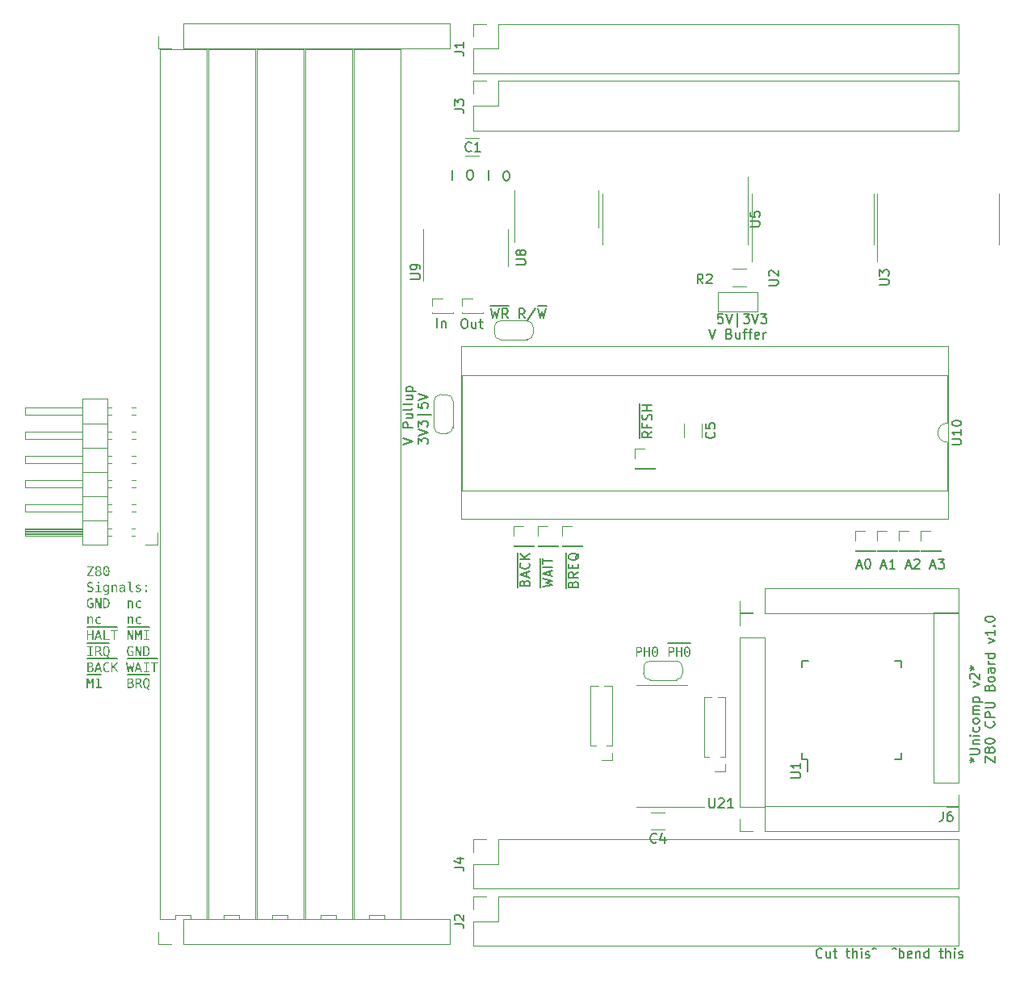
<source format=gbr>
%TF.GenerationSoftware,KiCad,Pcbnew,7.0.11-7.0.11~ubuntu20.04.1*%
%TF.CreationDate,2024-04-16T16:23:03+02:00*%
%TF.ProjectId,z80_schematics,7a38305f-7363-4686-956d-61746963732e,rev?*%
%TF.SameCoordinates,Original*%
%TF.FileFunction,Legend,Top*%
%TF.FilePolarity,Positive*%
%FSLAX46Y46*%
G04 Gerber Fmt 4.6, Leading zero omitted, Abs format (unit mm)*
G04 Created by KiCad (PCBNEW 7.0.11-7.0.11~ubuntu20.04.1) date 2024-04-16 16:23:03*
%MOMM*%
%LPD*%
G01*
G04 APERTURE LIST*
%ADD10C,0.150000*%
%ADD11C,0.120000*%
G04 APERTURE END LIST*
D10*
G36*
X97912365Y-103878318D02*
G01*
X98577927Y-103878318D01*
X98577927Y-103985785D01*
X98042058Y-104800579D01*
X98593070Y-104800579D01*
X98593070Y-104910000D01*
X97897222Y-104910000D01*
X97897222Y-104802533D01*
X98418436Y-103987739D01*
X97912365Y-103987739D01*
X97912365Y-103878318D01*
G37*
G36*
X99073107Y-103862970D02*
G01*
X99090322Y-103863820D01*
X99107065Y-103865236D01*
X99123336Y-103867220D01*
X99139137Y-103869770D01*
X99154466Y-103872887D01*
X99169324Y-103876571D01*
X99183710Y-103880821D01*
X99197625Y-103885638D01*
X99211069Y-103891022D01*
X99224042Y-103896973D01*
X99236543Y-103903490D01*
X99248573Y-103910574D01*
X99260132Y-103918225D01*
X99271219Y-103926442D01*
X99281835Y-103935226D01*
X99291920Y-103944493D01*
X99301355Y-103954159D01*
X99310139Y-103964223D01*
X99318273Y-103974687D01*
X99325756Y-103985549D01*
X99332588Y-103996810D01*
X99338769Y-104008470D01*
X99344300Y-104020528D01*
X99349180Y-104032985D01*
X99353409Y-104045842D01*
X99356988Y-104059097D01*
X99359916Y-104072750D01*
X99362194Y-104086803D01*
X99363820Y-104101254D01*
X99364796Y-104116104D01*
X99365122Y-104131353D01*
X99364927Y-104142275D01*
X99364343Y-104152996D01*
X99363370Y-104163516D01*
X99362008Y-104173836D01*
X99360256Y-104183956D01*
X99358115Y-104193876D01*
X99355585Y-104203595D01*
X99352665Y-104213114D01*
X99349357Y-104222432D01*
X99345659Y-104231550D01*
X99341571Y-104240468D01*
X99337095Y-104249185D01*
X99332229Y-104257702D01*
X99326974Y-104266019D01*
X99321330Y-104274135D01*
X99315296Y-104282051D01*
X99308916Y-104289712D01*
X99302233Y-104297064D01*
X99295246Y-104304107D01*
X99287956Y-104310841D01*
X99280363Y-104317266D01*
X99272466Y-104323382D01*
X99264266Y-104329188D01*
X99255762Y-104334685D01*
X99246955Y-104339874D01*
X99237844Y-104344753D01*
X99228431Y-104349323D01*
X99218713Y-104353584D01*
X99208693Y-104357536D01*
X99198369Y-104361178D01*
X99187741Y-104364512D01*
X99176810Y-104367536D01*
X99189504Y-104370522D01*
X99201819Y-104373864D01*
X99213753Y-104377560D01*
X99225308Y-104381611D01*
X99236483Y-104386017D01*
X99247278Y-104390777D01*
X99257694Y-104395893D01*
X99267730Y-104401364D01*
X99277386Y-104407189D01*
X99286662Y-104413370D01*
X99295559Y-104419905D01*
X99304076Y-104426796D01*
X99312213Y-104434041D01*
X99319971Y-104441641D01*
X99327349Y-104449596D01*
X99334347Y-104457906D01*
X99340972Y-104466550D01*
X99347170Y-104475507D01*
X99352940Y-104484777D01*
X99358283Y-104494359D01*
X99363198Y-104504255D01*
X99367686Y-104514463D01*
X99371747Y-104524985D01*
X99375380Y-104535819D01*
X99378586Y-104546967D01*
X99381364Y-104558427D01*
X99383715Y-104570200D01*
X99385638Y-104582287D01*
X99387134Y-104594686D01*
X99388203Y-104607398D01*
X99388844Y-104620423D01*
X99389057Y-104633761D01*
X99388711Y-104650656D01*
X99387672Y-104667085D01*
X99385940Y-104683048D01*
X99383516Y-104698546D01*
X99380399Y-104713579D01*
X99376590Y-104728145D01*
X99372087Y-104742247D01*
X99366892Y-104755882D01*
X99361005Y-104769052D01*
X99354425Y-104781757D01*
X99347152Y-104793996D01*
X99339186Y-104805769D01*
X99330528Y-104817077D01*
X99321177Y-104827919D01*
X99311133Y-104838295D01*
X99300397Y-104848206D01*
X99289050Y-104857582D01*
X99277171Y-104866353D01*
X99264763Y-104874518D01*
X99251823Y-104882079D01*
X99238354Y-104889036D01*
X99224354Y-104895387D01*
X99209823Y-104901133D01*
X99194762Y-104906275D01*
X99179171Y-104910811D01*
X99163049Y-104914743D01*
X99146396Y-104918070D01*
X99129214Y-104920792D01*
X99111500Y-104922909D01*
X99093256Y-104924421D01*
X99074482Y-104925329D01*
X99055177Y-104925631D01*
X99035874Y-104925331D01*
X99017102Y-104924429D01*
X98998863Y-104922926D01*
X98981157Y-104920823D01*
X98963982Y-104918118D01*
X98947340Y-104914812D01*
X98931231Y-104910905D01*
X98915654Y-104906397D01*
X98900609Y-104901288D01*
X98886097Y-104895578D01*
X98872116Y-104889267D01*
X98858669Y-104882354D01*
X98845754Y-104874841D01*
X98833371Y-104866727D01*
X98821520Y-104858011D01*
X98810202Y-104848695D01*
X98799525Y-104838815D01*
X98789537Y-104828472D01*
X98780237Y-104817665D01*
X98771627Y-104806395D01*
X98763705Y-104794661D01*
X98756472Y-104782463D01*
X98749928Y-104769801D01*
X98744073Y-104756676D01*
X98738907Y-104743087D01*
X98734429Y-104729035D01*
X98730641Y-104714518D01*
X98727541Y-104699538D01*
X98725130Y-104684095D01*
X98723408Y-104668188D01*
X98722375Y-104651817D01*
X98722030Y-104634982D01*
X98722244Y-104621554D01*
X98722316Y-104620083D01*
X98861493Y-104620083D01*
X98861692Y-104631553D01*
X98862290Y-104642699D01*
X98863287Y-104653520D01*
X98864683Y-104664016D01*
X98866478Y-104674189D01*
X98868671Y-104684037D01*
X98871264Y-104693560D01*
X98875900Y-104707237D01*
X98881433Y-104720185D01*
X98887864Y-104732402D01*
X98895192Y-104743890D01*
X98903417Y-104754647D01*
X98912540Y-104764675D01*
X98922509Y-104773885D01*
X98933182Y-104782189D01*
X98944559Y-104789587D01*
X98956641Y-104796079D01*
X98969426Y-104801666D01*
X98982916Y-104806346D01*
X98997110Y-104810121D01*
X99006963Y-104812134D01*
X99017130Y-104813744D01*
X99027609Y-104814952D01*
X99038402Y-104815757D01*
X99049507Y-104816160D01*
X99055177Y-104816210D01*
X99066702Y-104816012D01*
X99077888Y-104815416D01*
X99088737Y-104814424D01*
X99099248Y-104813035D01*
X99109421Y-104811249D01*
X99119257Y-104809066D01*
X99128755Y-104806486D01*
X99142368Y-104801872D01*
X99155222Y-104796366D01*
X99167315Y-104789966D01*
X99178649Y-104782673D01*
X99189223Y-104774487D01*
X99199036Y-104765408D01*
X99208072Y-104755457D01*
X99216218Y-104744745D01*
X99223476Y-104733274D01*
X99229845Y-104721043D01*
X99235326Y-104708052D01*
X99239918Y-104694302D01*
X99242485Y-104684712D01*
X99244657Y-104674785D01*
X99246435Y-104664520D01*
X99247817Y-104653918D01*
X99248805Y-104642977D01*
X99249397Y-104631699D01*
X99249595Y-104620083D01*
X99249394Y-104608704D01*
X99248793Y-104597647D01*
X99247792Y-104586913D01*
X99246389Y-104576501D01*
X99244586Y-104566412D01*
X99242382Y-104556645D01*
X99239777Y-104547201D01*
X99235119Y-104533639D01*
X99229559Y-104520802D01*
X99223098Y-104508692D01*
X99215735Y-104497306D01*
X99207470Y-104486647D01*
X99198304Y-104476713D01*
X99188372Y-104467546D01*
X99177719Y-104459282D01*
X99166344Y-104451919D01*
X99154248Y-104445457D01*
X99141431Y-104439897D01*
X99127893Y-104435239D01*
X99118467Y-104432634D01*
X99108720Y-104430431D01*
X99098653Y-104428627D01*
X99088265Y-104427225D01*
X99077556Y-104426223D01*
X99066527Y-104425622D01*
X99055177Y-104425422D01*
X99043741Y-104425621D01*
X99032635Y-104426219D01*
X99021858Y-104427216D01*
X99011412Y-104428612D01*
X99001296Y-104430407D01*
X98991510Y-104432600D01*
X98982054Y-104435192D01*
X98968490Y-104439828D01*
X98955668Y-104445362D01*
X98943588Y-104451793D01*
X98932252Y-104459121D01*
X98921658Y-104467346D01*
X98911807Y-104476468D01*
X98902815Y-104486363D01*
X98894708Y-104496996D01*
X98887485Y-104508368D01*
X98881147Y-104520478D01*
X98875693Y-104533326D01*
X98871123Y-104546913D01*
X98868568Y-104556382D01*
X98866406Y-104566178D01*
X98864637Y-104576303D01*
X98863262Y-104586756D01*
X98862279Y-104597537D01*
X98861689Y-104608646D01*
X98861493Y-104620083D01*
X98722316Y-104620083D01*
X98722885Y-104608444D01*
X98723954Y-104595649D01*
X98725450Y-104583172D01*
X98727373Y-104571011D01*
X98729724Y-104559168D01*
X98732502Y-104547640D01*
X98735708Y-104536430D01*
X98739341Y-104525536D01*
X98743401Y-104514960D01*
X98747889Y-104504699D01*
X98752805Y-104494756D01*
X98758148Y-104485130D01*
X98763918Y-104475820D01*
X98770116Y-104466827D01*
X98776741Y-104458150D01*
X98783768Y-104449811D01*
X98791174Y-104441828D01*
X98798957Y-104434202D01*
X98807118Y-104426933D01*
X98815657Y-104420021D01*
X98824574Y-104413465D01*
X98833869Y-104407267D01*
X98843541Y-104401425D01*
X98853591Y-104395940D01*
X98864019Y-104390812D01*
X98874825Y-104386040D01*
X98886009Y-104381626D01*
X98897570Y-104377568D01*
X98909509Y-104373867D01*
X98921827Y-104370523D01*
X98934521Y-104367536D01*
X98923591Y-104364512D01*
X98912963Y-104361178D01*
X98902639Y-104357536D01*
X98892619Y-104353584D01*
X98882901Y-104349323D01*
X98873487Y-104344753D01*
X98864377Y-104339874D01*
X98855570Y-104334685D01*
X98847066Y-104329188D01*
X98838866Y-104323382D01*
X98830969Y-104317266D01*
X98823376Y-104310841D01*
X98816086Y-104304107D01*
X98809099Y-104297064D01*
X98802416Y-104289712D01*
X98796036Y-104282051D01*
X98790002Y-104274135D01*
X98784358Y-104266019D01*
X98779103Y-104257702D01*
X98774237Y-104249185D01*
X98769761Y-104240468D01*
X98765673Y-104231550D01*
X98761975Y-104222432D01*
X98758667Y-104213114D01*
X98755747Y-104203595D01*
X98753217Y-104193876D01*
X98751076Y-104183956D01*
X98749324Y-104173836D01*
X98747962Y-104163516D01*
X98746989Y-104152996D01*
X98746582Y-104145519D01*
X98884207Y-104145519D01*
X98884379Y-104155746D01*
X98884894Y-104165666D01*
X98886311Y-104179969D01*
X98888501Y-104193581D01*
X98891463Y-104206502D01*
X98895198Y-104218731D01*
X98899706Y-104230270D01*
X98904987Y-104241117D01*
X98911041Y-104251272D01*
X98917867Y-104260737D01*
X98925466Y-104269511D01*
X98928171Y-104272281D01*
X98936760Y-104280095D01*
X98946040Y-104287139D01*
X98956011Y-104293415D01*
X98966674Y-104298923D01*
X98978027Y-104303662D01*
X98990072Y-104307633D01*
X99002809Y-104310835D01*
X99016236Y-104313268D01*
X99030355Y-104314934D01*
X99040151Y-104315617D01*
X99050255Y-104315958D01*
X99055422Y-104316001D01*
X99065738Y-104315830D01*
X99075743Y-104315318D01*
X99090168Y-104313909D01*
X99103893Y-104311731D01*
X99116919Y-104308785D01*
X99129244Y-104305071D01*
X99140870Y-104300588D01*
X99151796Y-104295337D01*
X99162022Y-104289317D01*
X99171548Y-104282528D01*
X99180374Y-104274971D01*
X99183161Y-104272281D01*
X99191017Y-104263738D01*
X99198101Y-104254504D01*
X99204413Y-104244579D01*
X99209951Y-104233962D01*
X99214717Y-104222654D01*
X99218709Y-104210655D01*
X99221929Y-104197965D01*
X99224377Y-104184583D01*
X99226051Y-104170510D01*
X99226738Y-104160744D01*
X99227081Y-104150671D01*
X99227124Y-104145519D01*
X99226954Y-104135084D01*
X99226441Y-104124965D01*
X99225587Y-104115163D01*
X99223666Y-104101053D01*
X99220976Y-104087657D01*
X99217518Y-104074973D01*
X99213291Y-104063002D01*
X99208296Y-104051743D01*
X99202532Y-104041197D01*
X99196000Y-104031364D01*
X99188699Y-104022244D01*
X99183405Y-104016559D01*
X99174893Y-104008615D01*
X99165659Y-104001452D01*
X99155704Y-103995071D01*
X99145028Y-103989471D01*
X99133631Y-103984653D01*
X99121512Y-103980615D01*
X99108672Y-103977360D01*
X99095111Y-103974885D01*
X99080829Y-103973192D01*
X99070906Y-103972498D01*
X99060663Y-103972150D01*
X99055422Y-103972107D01*
X99045164Y-103972282D01*
X99035214Y-103972805D01*
X99020865Y-103974246D01*
X99007208Y-103976472D01*
X98994241Y-103979484D01*
X98981966Y-103983281D01*
X98970382Y-103987864D01*
X98959489Y-103993233D01*
X98949287Y-103999388D01*
X98939777Y-104006328D01*
X98930957Y-104014054D01*
X98928171Y-104016803D01*
X98920314Y-104025530D01*
X98913230Y-104034947D01*
X98906919Y-104045056D01*
X98901381Y-104055856D01*
X98896615Y-104067347D01*
X98892622Y-104079529D01*
X98889402Y-104092403D01*
X98886955Y-104105967D01*
X98885281Y-104120223D01*
X98884594Y-104130111D01*
X98884250Y-104140307D01*
X98884207Y-104145519D01*
X98746582Y-104145519D01*
X98746405Y-104142275D01*
X98746210Y-104131353D01*
X98746535Y-104116104D01*
X98747508Y-104101254D01*
X98749130Y-104086803D01*
X98751400Y-104072750D01*
X98754320Y-104059097D01*
X98757888Y-104045842D01*
X98762105Y-104032985D01*
X98766971Y-104020528D01*
X98772485Y-104008470D01*
X98778649Y-103996810D01*
X98785461Y-103985549D01*
X98792922Y-103974687D01*
X98801031Y-103964223D01*
X98809790Y-103954159D01*
X98819197Y-103944493D01*
X98829253Y-103935226D01*
X98839896Y-103926442D01*
X98851006Y-103918225D01*
X98862581Y-103910574D01*
X98874621Y-103903490D01*
X98887127Y-103896973D01*
X98900099Y-103891022D01*
X98913536Y-103885638D01*
X98927438Y-103880821D01*
X98941807Y-103876571D01*
X98956641Y-103872887D01*
X98971940Y-103869770D01*
X98987705Y-103867220D01*
X99003936Y-103865236D01*
X99020632Y-103863820D01*
X99037794Y-103862970D01*
X99055422Y-103862686D01*
X99073107Y-103862970D01*
G37*
G36*
X99907647Y-104301049D02*
G01*
X99918883Y-104303088D01*
X99929571Y-104306487D01*
X99939711Y-104311246D01*
X99949301Y-104317364D01*
X99958344Y-104324841D01*
X99961807Y-104328213D01*
X99969758Y-104337171D01*
X99976361Y-104346641D01*
X99981617Y-104356624D01*
X99985525Y-104367120D01*
X99988086Y-104378129D01*
X99989299Y-104389651D01*
X99989406Y-104394403D01*
X99988744Y-104406329D01*
X99986759Y-104417682D01*
X99983449Y-104428463D01*
X99978816Y-104438672D01*
X99972859Y-104448308D01*
X99965578Y-104457372D01*
X99962295Y-104460837D01*
X99953525Y-104468647D01*
X99944158Y-104475134D01*
X99934196Y-104480296D01*
X99923636Y-104484135D01*
X99912481Y-104486651D01*
X99900729Y-104487842D01*
X99895861Y-104487948D01*
X99884182Y-104487304D01*
X99873111Y-104485372D01*
X99862649Y-104482152D01*
X99852794Y-104477644D01*
X99843548Y-104471848D01*
X99834910Y-104464764D01*
X99831625Y-104461570D01*
X99824237Y-104452910D01*
X99818101Y-104443571D01*
X99813218Y-104433552D01*
X99809586Y-104422853D01*
X99807207Y-104411475D01*
X99806080Y-104399417D01*
X99805980Y-104394403D01*
X99806624Y-104382676D01*
X99808556Y-104371462D01*
X99811776Y-104360761D01*
X99816284Y-104350573D01*
X99822080Y-104340897D01*
X99829164Y-104331735D01*
X99832358Y-104328213D01*
X99840928Y-104320192D01*
X99849999Y-104313530D01*
X99859571Y-104308228D01*
X99869643Y-104304285D01*
X99880217Y-104301702D01*
X99891291Y-104300478D01*
X99895861Y-104300369D01*
X99907647Y-104301049D01*
G37*
G36*
X99907751Y-103862818D02*
G01*
X99917774Y-103863212D01*
X99927642Y-103863869D01*
X99946906Y-103865972D01*
X99965545Y-103869126D01*
X99983558Y-103873331D01*
X100000945Y-103878588D01*
X100017706Y-103884897D01*
X100033841Y-103892256D01*
X100049351Y-103900668D01*
X100064234Y-103910130D01*
X100078492Y-103920644D01*
X100092124Y-103932209D01*
X100105130Y-103944826D01*
X100117510Y-103958494D01*
X100129264Y-103973213D01*
X100140392Y-103988984D01*
X100145722Y-103997264D01*
X100150906Y-104005785D01*
X100155926Y-104014558D01*
X100160781Y-104023581D01*
X100165471Y-104032855D01*
X100169997Y-104042380D01*
X100174358Y-104052156D01*
X100178555Y-104062182D01*
X100182587Y-104072460D01*
X100186455Y-104082989D01*
X100190158Y-104093769D01*
X100193696Y-104104799D01*
X100197070Y-104116080D01*
X100200279Y-104127613D01*
X100203324Y-104139396D01*
X100206204Y-104151430D01*
X100208920Y-104163715D01*
X100211471Y-104176252D01*
X100213857Y-104189039D01*
X100216079Y-104202076D01*
X100218136Y-104215365D01*
X100220029Y-104228905D01*
X100221757Y-104242696D01*
X100223320Y-104256737D01*
X100224719Y-104271030D01*
X100225953Y-104285573D01*
X100227023Y-104300367D01*
X100227928Y-104315413D01*
X100228669Y-104330709D01*
X100229245Y-104346256D01*
X100229656Y-104362054D01*
X100229903Y-104378103D01*
X100229986Y-104394403D01*
X100229903Y-104410673D01*
X100229656Y-104426693D01*
X100229245Y-104442465D01*
X100228669Y-104457986D01*
X100227928Y-104473258D01*
X100227023Y-104488281D01*
X100225953Y-104503054D01*
X100224719Y-104517578D01*
X100223320Y-104531852D01*
X100221757Y-104545876D01*
X100220029Y-104559652D01*
X100218136Y-104573177D01*
X100216079Y-104586453D01*
X100213857Y-104599480D01*
X100211471Y-104612257D01*
X100208920Y-104624785D01*
X100206204Y-104637063D01*
X100203324Y-104649092D01*
X100200279Y-104660871D01*
X100197070Y-104672401D01*
X100193696Y-104683681D01*
X100190158Y-104694712D01*
X100186455Y-104705493D01*
X100182587Y-104716025D01*
X100178555Y-104726307D01*
X100174358Y-104736340D01*
X100169997Y-104746123D01*
X100165471Y-104755657D01*
X100160781Y-104764941D01*
X100155926Y-104773976D01*
X100150906Y-104782762D01*
X100145722Y-104791297D01*
X100140392Y-104799562D01*
X100129264Y-104815304D01*
X100117510Y-104829997D01*
X100105130Y-104843640D01*
X100092124Y-104856234D01*
X100078492Y-104867778D01*
X100064234Y-104878273D01*
X100049351Y-104887719D01*
X100033841Y-104896114D01*
X100017706Y-104903461D01*
X100000945Y-104909758D01*
X99983558Y-104915005D01*
X99965545Y-104919203D01*
X99946906Y-104922351D01*
X99927642Y-104924450D01*
X99917774Y-104925106D01*
X99907751Y-104925500D01*
X99897571Y-104925631D01*
X99887376Y-104925500D01*
X99877339Y-104925106D01*
X99867459Y-104924450D01*
X99848171Y-104922351D01*
X99829514Y-104919203D01*
X99811485Y-104915005D01*
X99794087Y-104909758D01*
X99777318Y-104903461D01*
X99761179Y-104896114D01*
X99745670Y-104887719D01*
X99730790Y-104878273D01*
X99716540Y-104867778D01*
X99702919Y-104856234D01*
X99689929Y-104843640D01*
X99677568Y-104829997D01*
X99665837Y-104815304D01*
X99654735Y-104799562D01*
X99649420Y-104791297D01*
X99644266Y-104782762D01*
X99639276Y-104773976D01*
X99634449Y-104764941D01*
X99629785Y-104755657D01*
X99625286Y-104746123D01*
X99620950Y-104736340D01*
X99616777Y-104726307D01*
X99612769Y-104716025D01*
X99608923Y-104705493D01*
X99605242Y-104694712D01*
X99601724Y-104683681D01*
X99598370Y-104672401D01*
X99595179Y-104660871D01*
X99592152Y-104649092D01*
X99589289Y-104637063D01*
X99586589Y-104624785D01*
X99584053Y-104612257D01*
X99581680Y-104599480D01*
X99579471Y-104586453D01*
X99577426Y-104573177D01*
X99575544Y-104559652D01*
X99573826Y-104545876D01*
X99572272Y-104531852D01*
X99570881Y-104517578D01*
X99569654Y-104503054D01*
X99568590Y-104488281D01*
X99567690Y-104473258D01*
X99566954Y-104457986D01*
X99566381Y-104442465D01*
X99565972Y-104426693D01*
X99565727Y-104410673D01*
X99565645Y-104394403D01*
X99705108Y-104394403D01*
X99705154Y-104407608D01*
X99705294Y-104420602D01*
X99705526Y-104433383D01*
X99705852Y-104445953D01*
X99706270Y-104458311D01*
X99706782Y-104470458D01*
X99707387Y-104482392D01*
X99708084Y-104494115D01*
X99708875Y-104505626D01*
X99709759Y-104516925D01*
X99710736Y-104528012D01*
X99711805Y-104538888D01*
X99712968Y-104549551D01*
X99714224Y-104560003D01*
X99715573Y-104570243D01*
X99717015Y-104580272D01*
X99718549Y-104590088D01*
X99721898Y-104609086D01*
X99725619Y-104627236D01*
X99729712Y-104644539D01*
X99734177Y-104660995D01*
X99739014Y-104676604D01*
X99744223Y-104691365D01*
X99749805Y-104705279D01*
X99752735Y-104711919D01*
X99758911Y-104724548D01*
X99765470Y-104736362D01*
X99772413Y-104747361D01*
X99779739Y-104757546D01*
X99787449Y-104766916D01*
X99795542Y-104775471D01*
X99804019Y-104783212D01*
X99812880Y-104790137D01*
X99822124Y-104796248D01*
X99831751Y-104801544D01*
X99841762Y-104806026D01*
X99852157Y-104809692D01*
X99862935Y-104812544D01*
X99874097Y-104814581D01*
X99885642Y-104815803D01*
X99897571Y-104816210D01*
X99909558Y-104815803D01*
X99921156Y-104814581D01*
X99932364Y-104812544D01*
X99943183Y-104809692D01*
X99953613Y-104806026D01*
X99963654Y-104801544D01*
X99973305Y-104796248D01*
X99982568Y-104790137D01*
X99991440Y-104783212D01*
X99999924Y-104775471D01*
X100008018Y-104766916D01*
X100015724Y-104757546D01*
X100023039Y-104747361D01*
X100029966Y-104736362D01*
X100036503Y-104724548D01*
X100042651Y-104711919D01*
X100048448Y-104698428D01*
X100053871Y-104684090D01*
X100058920Y-104668905D01*
X100063595Y-104652873D01*
X100067896Y-104635993D01*
X100071823Y-104618267D01*
X100075376Y-104599693D01*
X100078555Y-104580272D01*
X100080004Y-104570243D01*
X100081360Y-104560003D01*
X100082622Y-104549551D01*
X100083791Y-104538888D01*
X100084866Y-104528012D01*
X100085848Y-104516925D01*
X100086736Y-104505626D01*
X100087531Y-104494115D01*
X100088232Y-104482392D01*
X100088840Y-104470458D01*
X100089354Y-104458311D01*
X100089775Y-104445953D01*
X100090102Y-104433383D01*
X100090336Y-104420602D01*
X100090476Y-104407608D01*
X100090523Y-104394403D01*
X100090476Y-104381168D01*
X100090336Y-104368146D01*
X100090102Y-104355337D01*
X100089775Y-104342742D01*
X100089354Y-104330359D01*
X100088840Y-104318190D01*
X100088232Y-104306235D01*
X100087531Y-104294492D01*
X100086736Y-104282963D01*
X100085848Y-104271647D01*
X100084866Y-104260544D01*
X100083791Y-104249655D01*
X100082622Y-104238978D01*
X100081360Y-104228515D01*
X100080004Y-104218265D01*
X100078555Y-104208229D01*
X100077012Y-104198405D01*
X100073646Y-104179398D01*
X100069906Y-104161244D01*
X100065792Y-104143943D01*
X100061304Y-104127495D01*
X100056442Y-104111900D01*
X100051206Y-104097157D01*
X100045597Y-104083268D01*
X100042651Y-104076643D01*
X100036503Y-104063984D01*
X100029966Y-104052142D01*
X100023039Y-104041117D01*
X100015724Y-104030908D01*
X100008018Y-104021517D01*
X99999924Y-104012941D01*
X99991440Y-104005183D01*
X99982568Y-103998241D01*
X99973305Y-103992116D01*
X99963654Y-103986807D01*
X99953613Y-103982316D01*
X99943183Y-103978640D01*
X99932364Y-103975782D01*
X99921156Y-103973740D01*
X99909558Y-103972515D01*
X99897571Y-103972107D01*
X99885642Y-103972515D01*
X99874097Y-103973740D01*
X99862935Y-103975782D01*
X99852157Y-103978640D01*
X99841762Y-103982316D01*
X99831751Y-103986807D01*
X99822124Y-103992116D01*
X99812880Y-103998241D01*
X99804019Y-104005183D01*
X99795542Y-104012941D01*
X99787449Y-104021517D01*
X99779739Y-104030908D01*
X99772413Y-104041117D01*
X99765470Y-104052142D01*
X99758911Y-104063984D01*
X99752735Y-104076643D01*
X99746968Y-104090106D01*
X99741572Y-104104422D01*
X99736549Y-104119591D01*
X99731898Y-104135612D01*
X99727619Y-104152487D01*
X99723712Y-104170215D01*
X99720177Y-104188795D01*
X99717015Y-104208229D01*
X99715573Y-104218265D01*
X99714224Y-104228515D01*
X99712968Y-104238978D01*
X99711805Y-104249655D01*
X99710736Y-104260544D01*
X99709759Y-104271647D01*
X99708875Y-104282963D01*
X99708084Y-104294492D01*
X99707387Y-104306235D01*
X99706782Y-104318190D01*
X99706270Y-104330359D01*
X99705852Y-104342742D01*
X99705526Y-104355337D01*
X99705294Y-104368146D01*
X99705154Y-104381168D01*
X99705108Y-104394403D01*
X99565645Y-104394403D01*
X99565727Y-104378103D01*
X99565972Y-104362054D01*
X99566381Y-104346256D01*
X99566954Y-104330709D01*
X99567690Y-104315413D01*
X99568590Y-104300367D01*
X99569654Y-104285573D01*
X99570881Y-104271030D01*
X99572272Y-104256737D01*
X99573826Y-104242696D01*
X99575544Y-104228905D01*
X99577426Y-104215365D01*
X99579471Y-104202076D01*
X99581680Y-104189039D01*
X99584053Y-104176252D01*
X99586589Y-104163715D01*
X99589289Y-104151430D01*
X99592152Y-104139396D01*
X99595179Y-104127613D01*
X99598370Y-104116080D01*
X99601724Y-104104799D01*
X99605242Y-104093769D01*
X99608923Y-104082989D01*
X99612769Y-104072460D01*
X99616777Y-104062182D01*
X99620950Y-104052156D01*
X99625286Y-104042380D01*
X99629785Y-104032855D01*
X99634449Y-104023581D01*
X99639276Y-104014558D01*
X99644266Y-104005785D01*
X99649420Y-103997264D01*
X99654735Y-103988984D01*
X99665837Y-103973213D01*
X99677568Y-103958494D01*
X99689929Y-103944826D01*
X99702919Y-103932209D01*
X99716540Y-103920644D01*
X99730790Y-103910130D01*
X99745670Y-103900668D01*
X99761179Y-103892256D01*
X99777318Y-103884897D01*
X99794087Y-103878588D01*
X99811485Y-103873331D01*
X99829514Y-103869126D01*
X99848171Y-103865972D01*
X99867459Y-103863869D01*
X99877339Y-103863212D01*
X99887376Y-103862818D01*
X99897571Y-103862686D01*
X99907751Y-103862818D01*
G37*
G36*
X98485115Y-105589581D02*
G01*
X98485115Y-105730265D01*
X98473251Y-105723153D01*
X98461384Y-105716380D01*
X98449512Y-105709946D01*
X98437636Y-105703852D01*
X98425756Y-105698097D01*
X98413871Y-105692681D01*
X98401982Y-105687604D01*
X98390089Y-105682866D01*
X98378191Y-105678468D01*
X98366290Y-105674408D01*
X98358353Y-105671891D01*
X98346437Y-105668355D01*
X98334505Y-105665167D01*
X98322555Y-105662327D01*
X98310588Y-105659835D01*
X98298604Y-105657690D01*
X98286602Y-105655894D01*
X98274584Y-105654445D01*
X98262548Y-105653343D01*
X98250496Y-105652590D01*
X98238426Y-105652184D01*
X98230369Y-105652107D01*
X98218256Y-105652286D01*
X98206464Y-105652824D01*
X98194992Y-105653721D01*
X98183841Y-105654977D01*
X98173010Y-105656591D01*
X98162500Y-105658564D01*
X98152311Y-105660896D01*
X98142442Y-105663586D01*
X98132894Y-105666636D01*
X98123666Y-105670044D01*
X98110425Y-105675828D01*
X98097906Y-105682420D01*
X98086108Y-105689819D01*
X98075031Y-105698025D01*
X98064861Y-105706872D01*
X98055691Y-105716286D01*
X98047521Y-105726266D01*
X98040352Y-105736813D01*
X98034183Y-105747927D01*
X98029015Y-105759608D01*
X98024847Y-105771856D01*
X98021679Y-105784670D01*
X98019512Y-105798051D01*
X98018345Y-105811998D01*
X98018122Y-105821612D01*
X98018451Y-105834105D01*
X98019436Y-105846032D01*
X98021078Y-105857392D01*
X98023377Y-105868186D01*
X98026333Y-105878412D01*
X98029946Y-105888072D01*
X98034216Y-105897166D01*
X98039142Y-105905692D01*
X98046733Y-105916179D01*
X98055491Y-105925659D01*
X98063069Y-105932244D01*
X98071789Y-105938628D01*
X98081651Y-105944809D01*
X98092655Y-105950789D01*
X98104800Y-105956567D01*
X98118088Y-105962144D01*
X98127581Y-105965749D01*
X98137582Y-105969265D01*
X98148090Y-105972691D01*
X98159106Y-105976027D01*
X98170629Y-105979274D01*
X98182660Y-105982431D01*
X98195198Y-105985498D01*
X98268227Y-106002351D01*
X98285935Y-106006715D01*
X98303032Y-106011381D01*
X98319518Y-106016347D01*
X98335394Y-106021616D01*
X98350659Y-106027186D01*
X98365314Y-106033057D01*
X98379357Y-106039230D01*
X98392791Y-106045704D01*
X98405614Y-106052480D01*
X98417826Y-106059557D01*
X98429427Y-106066936D01*
X98440418Y-106074617D01*
X98450799Y-106082598D01*
X98460568Y-106090882D01*
X98469727Y-106099466D01*
X98478276Y-106108353D01*
X98486261Y-106117564D01*
X98493732Y-106127186D01*
X98500687Y-106137218D01*
X98507127Y-106147660D01*
X98513052Y-106158513D01*
X98518461Y-106169776D01*
X98523356Y-106181449D01*
X98527735Y-106193532D01*
X98531599Y-106206026D01*
X98534948Y-106218930D01*
X98537781Y-106232244D01*
X98540100Y-106245968D01*
X98541903Y-106260103D01*
X98543191Y-106274648D01*
X98543964Y-106289603D01*
X98544221Y-106304968D01*
X98543866Y-106323015D01*
X98542802Y-106340521D01*
X98541027Y-106357484D01*
X98538543Y-106373906D01*
X98535349Y-106389785D01*
X98531444Y-106405123D01*
X98526831Y-106419919D01*
X98521507Y-106434173D01*
X98515473Y-106447885D01*
X98508730Y-106461055D01*
X98501277Y-106473683D01*
X98493114Y-106485769D01*
X98484241Y-106497313D01*
X98474658Y-106508316D01*
X98464365Y-106518776D01*
X98453363Y-106528695D01*
X98441715Y-106538011D01*
X98429423Y-106546727D01*
X98416489Y-106554841D01*
X98402912Y-106562354D01*
X98388691Y-106569267D01*
X98373828Y-106575578D01*
X98358321Y-106581288D01*
X98342172Y-106586397D01*
X98325379Y-106590905D01*
X98307943Y-106594812D01*
X98289864Y-106598118D01*
X98271143Y-106600823D01*
X98251778Y-106602926D01*
X98241854Y-106603753D01*
X98231770Y-106604429D01*
X98221525Y-106604955D01*
X98211119Y-106605331D01*
X98200552Y-106605556D01*
X98189825Y-106605631D01*
X98176265Y-106605494D01*
X98162697Y-106605081D01*
X98149120Y-106604395D01*
X98135534Y-106603433D01*
X98121940Y-106602196D01*
X98108338Y-106600685D01*
X98094726Y-106598899D01*
X98081106Y-106596838D01*
X98067478Y-106594503D01*
X98053841Y-106591892D01*
X98044745Y-106590000D01*
X98031091Y-106586931D01*
X98017425Y-106583588D01*
X98003746Y-106579970D01*
X97990053Y-106576078D01*
X97976348Y-106571910D01*
X97962631Y-106567468D01*
X97948900Y-106562751D01*
X97935156Y-106557759D01*
X97925986Y-106554279D01*
X97916811Y-106550676D01*
X97907630Y-106546952D01*
X97898443Y-106543105D01*
X97898443Y-106402421D01*
X97908271Y-106408395D01*
X97918032Y-106414168D01*
X97927727Y-106419737D01*
X97937354Y-106425105D01*
X97946915Y-106430270D01*
X97956409Y-106435233D01*
X97965836Y-106439994D01*
X97975197Y-106444553D01*
X97984490Y-106448909D01*
X97993717Y-106453063D01*
X98002877Y-106457015D01*
X98011970Y-106460765D01*
X98025485Y-106466010D01*
X98038850Y-106470799D01*
X98047676Y-106473740D01*
X98060919Y-106477756D01*
X98074180Y-106481376D01*
X98087458Y-106484602D01*
X98100753Y-106487433D01*
X98114065Y-106489869D01*
X98127394Y-106491909D01*
X98140741Y-106493555D01*
X98154105Y-106494806D01*
X98167485Y-106495662D01*
X98180883Y-106496122D01*
X98189825Y-106496210D01*
X98202771Y-106496026D01*
X98215352Y-106495474D01*
X98227569Y-106494553D01*
X98239422Y-106493264D01*
X98250910Y-106491607D01*
X98262033Y-106489581D01*
X98272792Y-106487188D01*
X98283187Y-106484426D01*
X98293217Y-106481295D01*
X98302883Y-106477797D01*
X98312184Y-106473930D01*
X98321121Y-106469695D01*
X98333843Y-106462651D01*
X98345745Y-106454780D01*
X98353224Y-106449071D01*
X98363656Y-106439856D01*
X98373062Y-106429980D01*
X98381441Y-106419443D01*
X98388795Y-106408245D01*
X98395123Y-106396385D01*
X98400424Y-106383864D01*
X98404700Y-106370682D01*
X98407949Y-106356839D01*
X98410172Y-106342335D01*
X98411084Y-106332298D01*
X98411541Y-106321967D01*
X98411598Y-106316692D01*
X98411243Y-106302540D01*
X98410181Y-106289028D01*
X98408410Y-106276156D01*
X98405930Y-106263924D01*
X98402743Y-106252331D01*
X98398846Y-106241378D01*
X98394242Y-106231065D01*
X98388929Y-106221391D01*
X98382907Y-106212357D01*
X98376178Y-106203963D01*
X98371297Y-106198722D01*
X98363263Y-106191240D01*
X98354181Y-106184088D01*
X98344052Y-106177267D01*
X98332875Y-106170776D01*
X98320650Y-106164616D01*
X98307378Y-106158786D01*
X98297948Y-106155083D01*
X98288053Y-106151527D01*
X98277691Y-106148118D01*
X98266865Y-106144856D01*
X98255572Y-106141741D01*
X98243814Y-106138773D01*
X98231591Y-106135952D01*
X98157585Y-106118367D01*
X98140030Y-106114208D01*
X98123086Y-106109791D01*
X98106752Y-106105117D01*
X98091029Y-106100186D01*
X98075916Y-106094997D01*
X98061414Y-106089550D01*
X98047523Y-106083845D01*
X98034242Y-106077883D01*
X98021572Y-106071664D01*
X98009513Y-106065186D01*
X97998064Y-106058452D01*
X97987226Y-106051459D01*
X97976998Y-106044209D01*
X97967381Y-106036702D01*
X97958374Y-106028936D01*
X97949979Y-106020914D01*
X97942170Y-106012558D01*
X97934866Y-106003855D01*
X97928065Y-105994804D01*
X97921769Y-105985407D01*
X97915975Y-105975662D01*
X97910686Y-105965570D01*
X97905900Y-105955130D01*
X97901618Y-105944344D01*
X97897840Y-105933209D01*
X97894566Y-105921728D01*
X97891795Y-105909900D01*
X97889528Y-105897724D01*
X97887765Y-105885201D01*
X97886506Y-105872330D01*
X97885750Y-105859112D01*
X97885498Y-105845547D01*
X97885859Y-105828602D01*
X97886941Y-105812082D01*
X97888744Y-105795988D01*
X97891269Y-105780319D01*
X97894514Y-105765076D01*
X97898481Y-105750258D01*
X97903170Y-105735866D01*
X97908579Y-105721899D01*
X97914710Y-105708358D01*
X97921562Y-105695243D01*
X97929136Y-105682552D01*
X97937431Y-105670288D01*
X97946447Y-105658449D01*
X97956184Y-105647035D01*
X97966642Y-105636047D01*
X97977822Y-105625484D01*
X97989601Y-105615458D01*
X98001857Y-105606079D01*
X98014590Y-105597346D01*
X98027800Y-105589260D01*
X98041488Y-105581821D01*
X98055652Y-105575029D01*
X98070293Y-105568884D01*
X98085411Y-105563386D01*
X98101007Y-105558534D01*
X98117079Y-105554330D01*
X98133628Y-105550772D01*
X98150655Y-105547861D01*
X98168158Y-105545597D01*
X98186139Y-105543980D01*
X98204596Y-105543010D01*
X98223531Y-105542686D01*
X98234623Y-105542789D01*
X98245827Y-105543098D01*
X98257143Y-105543614D01*
X98268570Y-105544335D01*
X98280110Y-105545262D01*
X98291760Y-105546396D01*
X98303522Y-105547735D01*
X98315396Y-105549281D01*
X98327382Y-105551032D01*
X98339479Y-105552990D01*
X98347606Y-105554410D01*
X98359937Y-105556711D01*
X98372384Y-105559218D01*
X98384947Y-105561932D01*
X98397626Y-105564851D01*
X98410421Y-105567977D01*
X98423332Y-105571308D01*
X98436358Y-105574846D01*
X98449501Y-105578590D01*
X98462760Y-105582540D01*
X98476134Y-105586696D01*
X98485115Y-105589581D01*
G37*
G36*
X98808004Y-105824054D02*
G01*
X99131625Y-105824054D01*
X99131625Y-106496210D01*
X99382219Y-106496210D01*
X99382219Y-106590000D01*
X98754515Y-106590000D01*
X98754515Y-106496210D01*
X99005108Y-106496210D01*
X99005108Y-105917843D01*
X98808004Y-105917843D01*
X98808004Y-105824054D01*
G37*
G36*
X99005108Y-105527055D02*
G01*
X99131625Y-105527055D01*
X99131625Y-105683370D01*
X99005108Y-105683370D01*
X99005108Y-105527055D01*
G37*
G36*
X99867818Y-105808686D02*
G01*
X99881141Y-105809479D01*
X99894065Y-105810799D01*
X99906589Y-105812647D01*
X99918714Y-105815023D01*
X99930440Y-105817928D01*
X99941766Y-105821360D01*
X99952694Y-105825321D01*
X99963222Y-105829810D01*
X99973350Y-105834826D01*
X99979881Y-105838464D01*
X99989374Y-105844341D01*
X99998528Y-105850798D01*
X100007343Y-105857834D01*
X100015819Y-105865449D01*
X100023955Y-105873645D01*
X100031753Y-105882419D01*
X100039211Y-105891774D01*
X100046330Y-105901708D01*
X100053110Y-105912222D01*
X100059551Y-105923315D01*
X100063656Y-105931032D01*
X100063656Y-105824054D01*
X100190174Y-105824054D01*
X100190174Y-106532847D01*
X100190094Y-106543663D01*
X100189854Y-106554315D01*
X100189455Y-106564802D01*
X100188896Y-106575124D01*
X100188176Y-106585280D01*
X100187297Y-106595272D01*
X100186259Y-106605098D01*
X100183702Y-106624256D01*
X100180506Y-106642754D01*
X100176670Y-106660591D01*
X100172196Y-106677768D01*
X100167082Y-106694285D01*
X100161329Y-106710142D01*
X100154936Y-106725338D01*
X100147905Y-106739874D01*
X100140234Y-106753750D01*
X100131924Y-106766966D01*
X100122975Y-106779522D01*
X100113387Y-106791417D01*
X100108353Y-106797117D01*
X100097854Y-106808002D01*
X100086752Y-106818183D01*
X100075048Y-106827663D01*
X100062740Y-106836441D01*
X100049830Y-106844516D01*
X100036316Y-106851889D01*
X100022200Y-106858560D01*
X100007480Y-106864528D01*
X99992158Y-106869795D01*
X99976232Y-106874359D01*
X99959704Y-106878221D01*
X99942573Y-106881381D01*
X99924838Y-106883839D01*
X99906501Y-106885594D01*
X99887561Y-106886648D01*
X99868018Y-106886999D01*
X99858174Y-106886894D01*
X99848245Y-106886578D01*
X99838231Y-106886052D01*
X99828130Y-106885316D01*
X99817943Y-106884369D01*
X99807671Y-106883212D01*
X99797312Y-106881845D01*
X99786868Y-106880267D01*
X99776338Y-106878479D01*
X99765722Y-106876480D01*
X99758597Y-106875031D01*
X99747926Y-106872690D01*
X99737256Y-106870157D01*
X99726586Y-106867430D01*
X99715915Y-106864509D01*
X99705245Y-106861396D01*
X99694575Y-106858089D01*
X99683904Y-106854590D01*
X99673234Y-106850897D01*
X99662564Y-106847010D01*
X99651893Y-106842931D01*
X99644780Y-106840104D01*
X99644780Y-106715052D01*
X99657308Y-106720903D01*
X99669612Y-106726458D01*
X99681694Y-106731716D01*
X99693552Y-106736679D01*
X99705187Y-106741345D01*
X99716599Y-106745715D01*
X99727787Y-106749788D01*
X99738752Y-106753566D01*
X99749494Y-106757047D01*
X99760013Y-106760232D01*
X99766901Y-106762191D01*
X99777128Y-106764941D01*
X99787200Y-106767420D01*
X99797118Y-106769629D01*
X99806881Y-106771567D01*
X99819658Y-106773731D01*
X99832160Y-106775414D01*
X99844387Y-106776616D01*
X99856340Y-106777338D01*
X99868018Y-106777578D01*
X99880592Y-106777367D01*
X99892732Y-106776735D01*
X99904437Y-106775680D01*
X99915706Y-106774204D01*
X99926541Y-106772307D01*
X99936940Y-106769987D01*
X99946904Y-106767246D01*
X99956434Y-106764084D01*
X99965528Y-106760499D01*
X99978353Y-106754332D01*
X99990200Y-106747216D01*
X100001068Y-106739151D01*
X100010957Y-106730137D01*
X100017006Y-106723600D01*
X100025343Y-106712921D01*
X100032860Y-106701126D01*
X100039557Y-106688215D01*
X100043566Y-106678987D01*
X100047210Y-106669263D01*
X100050490Y-106659043D01*
X100053406Y-106648327D01*
X100055957Y-106637115D01*
X100058144Y-106625406D01*
X100059966Y-106613202D01*
X100061424Y-106600501D01*
X100062517Y-106587304D01*
X100063246Y-106573611D01*
X100063611Y-106559422D01*
X100063656Y-106552142D01*
X100063656Y-106546524D01*
X100063656Y-106458597D01*
X100057784Y-106470755D01*
X100051526Y-106482316D01*
X100044881Y-106493281D01*
X100037850Y-106503648D01*
X100030433Y-106513419D01*
X100022629Y-106522593D01*
X100014439Y-106531171D01*
X100005862Y-106539151D01*
X99996899Y-106546535D01*
X99987550Y-106553322D01*
X99981102Y-106557515D01*
X99971146Y-106563321D01*
X99960786Y-106568555D01*
X99950023Y-106573218D01*
X99938856Y-106577310D01*
X99927285Y-106580832D01*
X99915311Y-106583782D01*
X99902933Y-106586161D01*
X99890152Y-106587969D01*
X99876967Y-106589206D01*
X99863379Y-106589873D01*
X99854096Y-106590000D01*
X99837485Y-106589584D01*
X99821299Y-106588339D01*
X99805535Y-106586264D01*
X99790196Y-106583359D01*
X99775280Y-106579624D01*
X99760787Y-106575059D01*
X99746719Y-106569663D01*
X99733073Y-106563438D01*
X99719852Y-106556383D01*
X99707054Y-106548497D01*
X99694680Y-106539782D01*
X99682729Y-106530236D01*
X99671202Y-106519861D01*
X99660098Y-106508655D01*
X99649418Y-106496620D01*
X99639162Y-106483754D01*
X99629431Y-106470193D01*
X99620329Y-106456070D01*
X99611854Y-106441387D01*
X99604006Y-106426143D01*
X99596787Y-106410338D01*
X99590195Y-106393972D01*
X99584231Y-106377045D01*
X99578895Y-106359556D01*
X99574187Y-106341507D01*
X99570106Y-106322897D01*
X99566653Y-106303726D01*
X99565162Y-106293930D01*
X99563828Y-106283994D01*
X99562651Y-106273917D01*
X99561631Y-106263701D01*
X99560768Y-106253344D01*
X99560062Y-106242846D01*
X99559512Y-106232209D01*
X99559120Y-106221431D01*
X99558885Y-106210513D01*
X99558806Y-106199455D01*
X99558813Y-106198478D01*
X99692163Y-106198478D01*
X99692355Y-106215442D01*
X99692930Y-106231894D01*
X99693889Y-106247834D01*
X99695231Y-106263264D01*
X99696957Y-106278182D01*
X99699066Y-106292588D01*
X99701559Y-106306483D01*
X99704436Y-106319867D01*
X99707696Y-106332739D01*
X99711340Y-106345100D01*
X99715367Y-106356950D01*
X99719778Y-106368288D01*
X99724572Y-106379115D01*
X99729749Y-106389430D01*
X99735311Y-106399234D01*
X99741256Y-106408527D01*
X99747565Y-106417252D01*
X99754220Y-106425414D01*
X99761220Y-106433013D01*
X99768565Y-106440050D01*
X99776256Y-106446523D01*
X99784292Y-106452434D01*
X99792673Y-106457781D01*
X99801400Y-106462566D01*
X99810473Y-106466788D01*
X99819890Y-106470446D01*
X99829653Y-106473542D01*
X99839762Y-106476075D01*
X99850216Y-106478046D01*
X99861015Y-106479453D01*
X99872159Y-106480297D01*
X99883649Y-106480579D01*
X99894389Y-106480295D01*
X99904811Y-106479445D01*
X99914913Y-106478028D01*
X99924697Y-106476045D01*
X99934163Y-106473495D01*
X99947763Y-106468607D01*
X99960647Y-106462444D01*
X99972813Y-106455005D01*
X99984263Y-106446292D01*
X99994996Y-106436304D01*
X100001752Y-106428936D01*
X100008190Y-106421002D01*
X100014310Y-106412501D01*
X100017250Y-106408039D01*
X100022870Y-106398719D01*
X100028126Y-106388896D01*
X100033021Y-106378569D01*
X100037553Y-106367739D01*
X100041722Y-106356404D01*
X100045529Y-106344566D01*
X100048973Y-106332224D01*
X100052055Y-106319378D01*
X100054774Y-106306029D01*
X100057130Y-106292176D01*
X100059124Y-106277819D01*
X100060756Y-106262958D01*
X100062025Y-106247594D01*
X100062931Y-106231726D01*
X100063475Y-106215354D01*
X100063656Y-106198478D01*
X100063475Y-106181547D01*
X100062931Y-106165131D01*
X100062025Y-106149231D01*
X100060756Y-106133845D01*
X100059124Y-106118975D01*
X100057130Y-106104620D01*
X100054774Y-106090780D01*
X100052055Y-106077456D01*
X100048973Y-106064646D01*
X100045529Y-106052352D01*
X100041722Y-106040573D01*
X100037553Y-106029310D01*
X100033021Y-106018561D01*
X100028126Y-106008328D01*
X100022870Y-105998609D01*
X100017250Y-105989406D01*
X100011285Y-105980740D01*
X100004992Y-105972634D01*
X99998371Y-105965086D01*
X99991421Y-105958097D01*
X99980382Y-105948663D01*
X99968604Y-105940486D01*
X99956087Y-105933568D01*
X99942832Y-105927907D01*
X99928839Y-105923504D01*
X99919100Y-105921268D01*
X99909032Y-105919590D01*
X99898637Y-105918472D01*
X99887913Y-105917913D01*
X99882428Y-105917843D01*
X99870998Y-105918123D01*
X99859912Y-105918961D01*
X99849169Y-105920359D01*
X99838770Y-105922316D01*
X99828714Y-105924832D01*
X99819001Y-105927907D01*
X99809632Y-105931541D01*
X99800607Y-105935734D01*
X99791925Y-105940486D01*
X99783586Y-105945798D01*
X99775591Y-105951668D01*
X99767939Y-105958097D01*
X99760631Y-105965086D01*
X99753666Y-105972634D01*
X99747045Y-105980740D01*
X99740767Y-105989406D01*
X99734881Y-105998609D01*
X99729375Y-106008328D01*
X99724249Y-106018561D01*
X99719503Y-106029310D01*
X99715136Y-106040573D01*
X99711149Y-106052352D01*
X99707542Y-106064646D01*
X99704314Y-106077456D01*
X99701466Y-106090780D01*
X99698998Y-106104620D01*
X99696909Y-106118975D01*
X99695201Y-106133845D01*
X99693872Y-106149231D01*
X99692922Y-106165131D01*
X99692353Y-106181547D01*
X99692163Y-106198478D01*
X99558813Y-106198478D01*
X99558885Y-106188367D01*
X99559120Y-106177420D01*
X99559512Y-106166614D01*
X99560062Y-106155949D01*
X99560768Y-106145426D01*
X99561631Y-106135044D01*
X99562651Y-106124803D01*
X99563828Y-106114703D01*
X99565162Y-106104744D01*
X99566653Y-106094927D01*
X99568301Y-106085251D01*
X99572068Y-106066322D01*
X99576463Y-106047958D01*
X99581485Y-106030159D01*
X99587135Y-106012924D01*
X99593413Y-105996255D01*
X99600318Y-105980150D01*
X99607852Y-105964610D01*
X99616013Y-105949635D01*
X99624802Y-105935224D01*
X99634218Y-105921379D01*
X99639162Y-105914668D01*
X99649418Y-105901802D01*
X99660098Y-105889767D01*
X99671202Y-105878561D01*
X99682729Y-105868186D01*
X99694680Y-105858640D01*
X99707054Y-105849925D01*
X99719852Y-105842039D01*
X99733073Y-105834984D01*
X99746719Y-105828758D01*
X99760787Y-105823363D01*
X99775280Y-105818798D01*
X99790196Y-105815063D01*
X99805535Y-105812158D01*
X99821299Y-105810082D01*
X99837485Y-105808837D01*
X99854096Y-105808422D01*
X99867818Y-105808686D01*
G37*
G36*
X101038429Y-106117390D02*
G01*
X101038429Y-106590000D01*
X100911423Y-106590000D01*
X100911423Y-106117390D01*
X100911281Y-106104749D01*
X100910854Y-106092534D01*
X100910144Y-106080745D01*
X100909149Y-106069381D01*
X100907869Y-106058442D01*
X100906305Y-106047929D01*
X100904457Y-106037842D01*
X100902325Y-106028180D01*
X100898593Y-106014485D01*
X100894222Y-106001747D01*
X100889211Y-105989967D01*
X100883560Y-105979144D01*
X100877270Y-105969279D01*
X100875031Y-105966203D01*
X100867845Y-105957561D01*
X100859933Y-105949768D01*
X100851295Y-105942826D01*
X100841932Y-105936734D01*
X100831844Y-105931492D01*
X100821029Y-105927100D01*
X100809490Y-105923558D01*
X100797224Y-105920866D01*
X100784233Y-105919024D01*
X100770517Y-105918032D01*
X100760969Y-105917843D01*
X100750046Y-105918086D01*
X100739442Y-105918816D01*
X100729156Y-105920033D01*
X100719189Y-105921736D01*
X100709540Y-105923925D01*
X100695665Y-105928122D01*
X100682506Y-105933414D01*
X100670065Y-105939800D01*
X100658341Y-105947281D01*
X100647333Y-105955857D01*
X100637043Y-105965528D01*
X100627470Y-105976293D01*
X100624438Y-105980125D01*
X100618670Y-105988122D01*
X100613275Y-105996543D01*
X100608252Y-106005387D01*
X100603601Y-106014655D01*
X100599322Y-106024346D01*
X100595415Y-106034462D01*
X100591880Y-106045000D01*
X100588717Y-106055963D01*
X100585927Y-106067348D01*
X100583508Y-106079158D01*
X100581461Y-106091391D01*
X100579787Y-106104048D01*
X100578485Y-106117128D01*
X100577555Y-106130632D01*
X100576996Y-106144560D01*
X100576810Y-106158911D01*
X100576810Y-106590000D01*
X100450293Y-106590000D01*
X100450293Y-105824054D01*
X100576810Y-105824054D01*
X100576810Y-105941779D01*
X100583341Y-105929741D01*
X100590291Y-105918266D01*
X100597663Y-105907353D01*
X100605455Y-105897002D01*
X100613669Y-105887214D01*
X100622303Y-105877989D01*
X100631357Y-105869325D01*
X100640833Y-105861225D01*
X100650729Y-105853686D01*
X100661046Y-105846710D01*
X100668157Y-105842372D01*
X100679154Y-105836305D01*
X100690528Y-105830835D01*
X100702281Y-105825961D01*
X100714411Y-105821684D01*
X100726919Y-105818004D01*
X100739804Y-105814921D01*
X100753068Y-105812434D01*
X100766709Y-105810544D01*
X100780728Y-105809251D01*
X100795125Y-105808555D01*
X100804933Y-105808422D01*
X100819386Y-105808722D01*
X100833372Y-105809621D01*
X100846893Y-105811119D01*
X100859949Y-105813216D01*
X100872539Y-105815912D01*
X100884663Y-105819207D01*
X100896322Y-105823102D01*
X100907515Y-105827595D01*
X100918243Y-105832688D01*
X100928505Y-105838380D01*
X100938301Y-105844671D01*
X100947632Y-105851562D01*
X100956497Y-105859051D01*
X100964897Y-105867140D01*
X100972831Y-105875828D01*
X100980300Y-105885115D01*
X100987339Y-105895009D01*
X100993924Y-105905520D01*
X101000055Y-105916648D01*
X101005731Y-105928391D01*
X101010954Y-105940751D01*
X101015722Y-105953728D01*
X101020037Y-105967320D01*
X101023897Y-105981530D01*
X101027303Y-105996355D01*
X101030255Y-106011797D01*
X101032753Y-106027855D01*
X101034796Y-106044529D01*
X101036386Y-106061820D01*
X101037521Y-106079727D01*
X101038202Y-106098250D01*
X101038429Y-106117390D01*
G37*
G36*
X101577090Y-105808530D02*
G01*
X101588701Y-105808854D01*
X101600094Y-105809393D01*
X101611270Y-105810147D01*
X101622229Y-105811118D01*
X101632970Y-105812304D01*
X101643493Y-105813705D01*
X101653799Y-105815322D01*
X101663888Y-105817155D01*
X101673758Y-105819203D01*
X101683412Y-105821467D01*
X101697484Y-105825268D01*
X101711067Y-105829553D01*
X101724160Y-105834324D01*
X101728415Y-105836022D01*
X101740873Y-105841396D01*
X101752876Y-105847259D01*
X101764424Y-105853612D01*
X101775516Y-105860454D01*
X101786154Y-105867785D01*
X101796336Y-105875606D01*
X101806063Y-105883917D01*
X101815335Y-105892717D01*
X101824152Y-105902006D01*
X101832514Y-105911785D01*
X101837836Y-105918576D01*
X101844133Y-105927193D01*
X101849957Y-105936314D01*
X101855307Y-105945939D01*
X101860184Y-105956067D01*
X101864588Y-105966699D01*
X101868519Y-105977835D01*
X101871977Y-105989475D01*
X101874961Y-106001618D01*
X101876925Y-106011303D01*
X101878696Y-106021854D01*
X101880274Y-106033273D01*
X101881659Y-106045559D01*
X101882850Y-106058713D01*
X101883848Y-106072733D01*
X101884406Y-106082562D01*
X101884879Y-106092776D01*
X101885265Y-106103376D01*
X101885566Y-106114361D01*
X101885780Y-106125732D01*
X101885909Y-106137488D01*
X101885952Y-106149630D01*
X101885952Y-106590000D01*
X101758946Y-106590000D01*
X101758946Y-106468367D01*
X101753796Y-106477015D01*
X101748481Y-106485376D01*
X101740203Y-106497376D01*
X101731554Y-106508729D01*
X101722537Y-106519433D01*
X101713150Y-106529488D01*
X101703394Y-106538896D01*
X101693269Y-106547655D01*
X101682775Y-106555766D01*
X101671911Y-106563228D01*
X101660679Y-106570042D01*
X101656852Y-106572170D01*
X101645124Y-106578150D01*
X101632927Y-106583541D01*
X101620262Y-106588345D01*
X101607130Y-106592560D01*
X101593529Y-106596187D01*
X101579461Y-106599226D01*
X101569822Y-106600926D01*
X101559975Y-106602363D01*
X101549920Y-106603540D01*
X101539657Y-106604455D01*
X101529186Y-106605108D01*
X101518507Y-106605500D01*
X101507620Y-106605631D01*
X101493120Y-106605375D01*
X101478990Y-106604608D01*
X101465230Y-106603330D01*
X101451841Y-106601540D01*
X101438822Y-106599239D01*
X101426173Y-106596426D01*
X101413894Y-106593102D01*
X101401985Y-106589267D01*
X101390446Y-106584920D01*
X101379278Y-106580062D01*
X101368480Y-106574692D01*
X101358052Y-106568811D01*
X101347994Y-106562419D01*
X101338306Y-106555515D01*
X101328989Y-106548100D01*
X101320041Y-106540174D01*
X101311553Y-106531788D01*
X101303612Y-106523054D01*
X101296219Y-106513973D01*
X101289374Y-106504545D01*
X101283076Y-106494770D01*
X101277326Y-106484647D01*
X101272123Y-106474177D01*
X101267468Y-106463360D01*
X101263361Y-106452195D01*
X101259801Y-106440683D01*
X101256789Y-106428824D01*
X101254325Y-106416618D01*
X101252408Y-106404064D01*
X101251039Y-106391163D01*
X101250217Y-106377915D01*
X101249944Y-106364319D01*
X101250212Y-106351863D01*
X101376461Y-106351863D01*
X101376829Y-106364419D01*
X101377930Y-106376443D01*
X101379765Y-106387935D01*
X101382335Y-106398895D01*
X101385638Y-106409322D01*
X101389676Y-106419217D01*
X101394448Y-106428579D01*
X101399955Y-106437409D01*
X101406195Y-106445706D01*
X101413169Y-106453472D01*
X101418227Y-106458353D01*
X101426387Y-106465118D01*
X101435114Y-106471218D01*
X101444408Y-106476653D01*
X101454268Y-106481422D01*
X101464695Y-106485526D01*
X101475689Y-106488964D01*
X101487249Y-106491737D01*
X101499377Y-106493844D01*
X101512071Y-106495286D01*
X101525331Y-106496062D01*
X101534487Y-106496210D01*
X101547348Y-106495931D01*
X101559861Y-106495092D01*
X101572025Y-106493694D01*
X101583839Y-106491738D01*
X101595304Y-106489222D01*
X101606420Y-106486147D01*
X101617187Y-106482513D01*
X101627604Y-106478319D01*
X101637673Y-106473567D01*
X101647392Y-106468256D01*
X101656762Y-106462385D01*
X101665782Y-106455956D01*
X101674454Y-106448967D01*
X101682776Y-106441420D01*
X101690750Y-106433313D01*
X101698374Y-106424647D01*
X101705623Y-106415489D01*
X101712410Y-106405905D01*
X101718735Y-106395896D01*
X101724599Y-106385461D01*
X101730001Y-106374601D01*
X101734941Y-106363315D01*
X101739420Y-106351604D01*
X101743436Y-106339467D01*
X101746991Y-106326905D01*
X101750084Y-106313917D01*
X101752716Y-106300504D01*
X101754885Y-106286665D01*
X101756593Y-106272401D01*
X101757839Y-106257711D01*
X101758623Y-106242596D01*
X101758946Y-106227055D01*
X101758946Y-106199211D01*
X101640732Y-106199211D01*
X101598967Y-106199211D01*
X101585350Y-106199361D01*
X101572161Y-106199810D01*
X101559399Y-106200559D01*
X101547065Y-106201608D01*
X101535158Y-106202956D01*
X101523679Y-106204603D01*
X101512627Y-106206551D01*
X101502002Y-106208797D01*
X101491805Y-106211344D01*
X101482035Y-106214190D01*
X101472693Y-106217335D01*
X101459481Y-106222616D01*
X101447231Y-106228570D01*
X101435942Y-106235198D01*
X101432393Y-106237557D01*
X101422397Y-106245078D01*
X101413385Y-106253259D01*
X101405356Y-106262102D01*
X101398310Y-106271606D01*
X101392247Y-106281771D01*
X101387167Y-106292598D01*
X101383071Y-106304085D01*
X101379957Y-106316234D01*
X101377827Y-106329044D01*
X101376680Y-106342515D01*
X101376461Y-106351863D01*
X101250212Y-106351863D01*
X101250280Y-106348682D01*
X101251291Y-106333522D01*
X101252975Y-106318838D01*
X101255332Y-106304632D01*
X101258363Y-106290903D01*
X101262068Y-106277651D01*
X101266446Y-106264876D01*
X101271498Y-106252578D01*
X101277224Y-106240757D01*
X101283622Y-106229413D01*
X101290695Y-106218546D01*
X101298441Y-106208156D01*
X101306861Y-106198244D01*
X101315954Y-106188808D01*
X101325721Y-106179849D01*
X101336161Y-106171367D01*
X101347253Y-106163382D01*
X101358975Y-106155911D01*
X101371327Y-106148956D01*
X101384308Y-106142516D01*
X101397919Y-106136591D01*
X101412159Y-106131182D01*
X101427029Y-106126287D01*
X101442529Y-106121908D01*
X101458659Y-106118044D01*
X101475418Y-106114695D01*
X101492807Y-106111862D01*
X101510826Y-106109543D01*
X101529474Y-106107740D01*
X101548752Y-106106452D01*
X101558627Y-106106001D01*
X101568660Y-106105679D01*
X101578850Y-106105486D01*
X101589197Y-106105422D01*
X101758946Y-106105422D01*
X101758946Y-106087592D01*
X101758677Y-106076639D01*
X101758053Y-106066068D01*
X101757074Y-106055879D01*
X101755740Y-106046071D01*
X101753074Y-106032074D01*
X101749609Y-106018937D01*
X101745346Y-106006658D01*
X101740284Y-105995238D01*
X101734424Y-105984676D01*
X101727765Y-105974973D01*
X101720307Y-105966129D01*
X101712051Y-105958143D01*
X101702959Y-105950941D01*
X101692900Y-105944448D01*
X101681875Y-105938662D01*
X101669885Y-105933585D01*
X101656928Y-105929217D01*
X101643006Y-105925557D01*
X101633187Y-105923510D01*
X101622940Y-105921779D01*
X101612263Y-105920362D01*
X101601156Y-105919260D01*
X101589621Y-105918473D01*
X101577656Y-105918001D01*
X101565261Y-105917843D01*
X101553158Y-105918019D01*
X101541030Y-105918547D01*
X101528875Y-105919427D01*
X101516695Y-105920660D01*
X101504489Y-105922244D01*
X101492257Y-105924180D01*
X101480000Y-105926468D01*
X101467717Y-105929109D01*
X101455408Y-105932101D01*
X101443073Y-105935446D01*
X101434836Y-105937871D01*
X101422501Y-105941744D01*
X101410226Y-105945943D01*
X101398012Y-105950468D01*
X101385857Y-105955319D01*
X101373763Y-105960497D01*
X101361729Y-105966001D01*
X101349755Y-105971831D01*
X101337841Y-105977988D01*
X101325987Y-105984471D01*
X101314193Y-105991280D01*
X101306364Y-105996001D01*
X101306364Y-105870949D01*
X101319456Y-105865224D01*
X101332444Y-105859774D01*
X101345330Y-105854600D01*
X101358113Y-105849699D01*
X101370792Y-105845074D01*
X101383369Y-105840724D01*
X101395843Y-105836648D01*
X101408213Y-105832847D01*
X101420481Y-105829320D01*
X101432645Y-105826069D01*
X101440697Y-105824054D01*
X101452707Y-105821260D01*
X101464648Y-105818742D01*
X101476521Y-105816498D01*
X101488325Y-105814528D01*
X101500060Y-105812834D01*
X101511726Y-105811414D01*
X101523324Y-105810269D01*
X101534853Y-105809399D01*
X101546313Y-105808804D01*
X101557705Y-105808483D01*
X101565261Y-105808422D01*
X101577090Y-105808530D01*
G37*
G36*
X102439651Y-106323531D02*
G01*
X102439773Y-106334082D01*
X102440139Y-106344303D01*
X102440750Y-106354194D01*
X102442124Y-106368411D01*
X102444047Y-106381886D01*
X102446520Y-106394617D01*
X102449542Y-106406607D01*
X102453114Y-106417853D01*
X102457236Y-106428357D01*
X102461907Y-106438117D01*
X102467128Y-106447136D01*
X102470914Y-106452735D01*
X102477037Y-106460505D01*
X102486017Y-106469675D01*
X102495928Y-106477487D01*
X102506770Y-106483940D01*
X102518543Y-106489035D01*
X102527984Y-106491965D01*
X102537949Y-106494130D01*
X102548438Y-106495531D01*
X102559450Y-106496168D01*
X102563237Y-106496210D01*
X102711004Y-106496210D01*
X102711004Y-106590000D01*
X102551025Y-106590000D01*
X102537059Y-106589728D01*
X102523491Y-106588912D01*
X102510322Y-106587552D01*
X102497551Y-106585649D01*
X102485180Y-106583202D01*
X102473207Y-106580211D01*
X102461633Y-106576676D01*
X102450458Y-106572597D01*
X102439682Y-106567975D01*
X102429305Y-106562808D01*
X102419326Y-106557098D01*
X102409746Y-106550844D01*
X102400565Y-106544047D01*
X102391783Y-106536705D01*
X102383399Y-106528820D01*
X102375415Y-106520390D01*
X102367902Y-106511464D01*
X102360875Y-106502087D01*
X102354332Y-106492260D01*
X102348273Y-106481983D01*
X102342700Y-106471255D01*
X102337610Y-106460078D01*
X102333006Y-106448449D01*
X102328886Y-106436371D01*
X102325251Y-106423842D01*
X102322101Y-106410863D01*
X102319435Y-106397433D01*
X102317254Y-106383553D01*
X102315558Y-106369223D01*
X102314346Y-106354443D01*
X102313619Y-106339212D01*
X102313377Y-106323531D01*
X102313377Y-105620844D01*
X102110655Y-105620844D01*
X102110655Y-105527055D01*
X102439651Y-105527055D01*
X102439651Y-106323531D01*
G37*
G36*
X103511388Y-105855317D02*
G01*
X103511388Y-105980369D01*
X103501213Y-105974645D01*
X103491021Y-105969195D01*
X103480811Y-105964020D01*
X103470584Y-105959120D01*
X103460340Y-105954495D01*
X103450079Y-105950144D01*
X103439801Y-105946068D01*
X103429506Y-105942267D01*
X103419193Y-105938741D01*
X103408863Y-105935490D01*
X103401967Y-105933475D01*
X103391646Y-105930681D01*
X103381291Y-105928162D01*
X103370901Y-105925918D01*
X103360477Y-105923949D01*
X103350018Y-105922255D01*
X103339525Y-105920835D01*
X103328998Y-105919690D01*
X103318436Y-105918820D01*
X103307840Y-105918225D01*
X103297210Y-105917904D01*
X103290104Y-105917843D01*
X103279528Y-105917948D01*
X103269294Y-105918263D01*
X103259401Y-105918788D01*
X103245202Y-105919968D01*
X103231772Y-105921621D01*
X103219110Y-105923747D01*
X103207217Y-105926344D01*
X103196092Y-105929414D01*
X103185736Y-105932956D01*
X103176148Y-105936970D01*
X103167329Y-105941457D01*
X103161877Y-105944710D01*
X103151973Y-105951804D01*
X103143391Y-105959777D01*
X103136128Y-105968627D01*
X103130186Y-105978354D01*
X103125565Y-105988960D01*
X103122264Y-106000443D01*
X103120283Y-106012804D01*
X103119664Y-106022651D01*
X103119623Y-106026043D01*
X103120115Y-106038045D01*
X103121592Y-106049261D01*
X103124053Y-106059691D01*
X103127500Y-106069335D01*
X103131930Y-106078192D01*
X103138853Y-106088159D01*
X103147315Y-106096897D01*
X103151130Y-106100048D01*
X103160537Y-106106135D01*
X103169521Y-106110676D01*
X103180158Y-106115194D01*
X103192447Y-106119692D01*
X103206390Y-106124167D01*
X103216603Y-106127139D01*
X103227551Y-106130102D01*
X103239234Y-106133055D01*
X103251651Y-106135998D01*
X103264803Y-106138932D01*
X103278690Y-106141856D01*
X103293311Y-106144771D01*
X103308667Y-106147676D01*
X103359469Y-106156713D01*
X103371045Y-106159050D01*
X103382264Y-106161666D01*
X103393126Y-106164561D01*
X103403631Y-106167734D01*
X103413780Y-106171186D01*
X103423571Y-106174916D01*
X103433006Y-106178925D01*
X103442084Y-106183213D01*
X103450805Y-106187779D01*
X103463218Y-106195151D01*
X103474828Y-106203149D01*
X103485635Y-106211775D01*
X103495639Y-106221027D01*
X103501863Y-106227543D01*
X103510549Y-106237762D01*
X103518381Y-106248543D01*
X103525358Y-106259887D01*
X103531481Y-106271793D01*
X103536750Y-106284262D01*
X103541164Y-106297293D01*
X103544724Y-106310886D01*
X103547429Y-106325042D01*
X103548758Y-106334791D01*
X103549708Y-106344791D01*
X103550277Y-106355041D01*
X103550467Y-106365540D01*
X103550150Y-106379454D01*
X103549200Y-106392983D01*
X103547616Y-106406129D01*
X103545399Y-106418892D01*
X103542548Y-106431271D01*
X103539064Y-106443267D01*
X103534946Y-106454879D01*
X103530195Y-106466107D01*
X103524810Y-106476952D01*
X103518792Y-106487414D01*
X103512140Y-106497492D01*
X103504855Y-106507186D01*
X103496936Y-106516497D01*
X103488384Y-106525424D01*
X103479198Y-106533968D01*
X103469378Y-106542128D01*
X103458996Y-106549818D01*
X103448122Y-106557011D01*
X103436755Y-106563709D01*
X103424896Y-106569911D01*
X103412544Y-106575616D01*
X103399701Y-106580825D01*
X103386364Y-106585538D01*
X103372536Y-106589755D01*
X103358215Y-106593476D01*
X103343403Y-106596701D01*
X103328097Y-106599430D01*
X103312300Y-106601662D01*
X103296010Y-106603399D01*
X103279228Y-106604639D01*
X103261953Y-106605383D01*
X103244187Y-106605631D01*
X103233423Y-106605494D01*
X103222565Y-106605081D01*
X103211613Y-106604395D01*
X103200566Y-106603433D01*
X103189425Y-106602196D01*
X103178189Y-106600685D01*
X103166859Y-106598899D01*
X103155435Y-106596838D01*
X103143916Y-106594503D01*
X103132302Y-106591892D01*
X103124508Y-106590000D01*
X103112694Y-106586931D01*
X103100700Y-106583588D01*
X103088525Y-106579970D01*
X103076170Y-106576078D01*
X103063635Y-106571910D01*
X103050920Y-106567468D01*
X103038024Y-106562751D01*
X103024948Y-106557759D01*
X103011692Y-106552493D01*
X102998255Y-106546952D01*
X102989197Y-106543105D01*
X102989197Y-106418053D01*
X102998026Y-106422861D01*
X103006805Y-106427517D01*
X103015535Y-106432020D01*
X103028537Y-106438489D01*
X103041427Y-106444614D01*
X103054205Y-106450396D01*
X103066872Y-106455834D01*
X103079427Y-106460929D01*
X103091871Y-106465680D01*
X103104202Y-106470088D01*
X103116423Y-106474152D01*
X103124508Y-106476671D01*
X103136581Y-106480163D01*
X103148530Y-106483311D01*
X103160355Y-106486116D01*
X103172055Y-106488578D01*
X103183630Y-106490696D01*
X103195081Y-106492470D01*
X103206408Y-106493901D01*
X103217610Y-106494989D01*
X103228687Y-106495733D01*
X103239640Y-106496134D01*
X103246873Y-106496210D01*
X103257197Y-106496080D01*
X103267225Y-106495687D01*
X103281713Y-106494609D01*
X103295536Y-106492943D01*
X103308693Y-106490688D01*
X103321184Y-106487845D01*
X103333010Y-106484414D01*
X103344171Y-106480395D01*
X103354666Y-106475787D01*
X103364495Y-106470591D01*
X103373659Y-106464808D01*
X103376566Y-106462749D01*
X103384816Y-106456239D01*
X103392254Y-106449256D01*
X103398881Y-106441802D01*
X103404696Y-106433875D01*
X103409700Y-106425476D01*
X103413892Y-106416604D01*
X103417273Y-106407261D01*
X103419843Y-106397445D01*
X103421601Y-106387156D01*
X103422548Y-106376396D01*
X103422728Y-106368960D01*
X103422071Y-106358330D01*
X103420099Y-106348119D01*
X103416812Y-106338325D01*
X103412210Y-106328950D01*
X103406294Y-106319992D01*
X103399063Y-106311452D01*
X103390518Y-106303330D01*
X103380657Y-106295626D01*
X103369482Y-106288340D01*
X103356992Y-106281471D01*
X103343188Y-106275021D01*
X103328069Y-106268988D01*
X103311635Y-106263373D01*
X103293886Y-106258177D01*
X103274823Y-106253398D01*
X103264798Y-106251165D01*
X103254445Y-106249036D01*
X103248827Y-106247571D01*
X103201444Y-106238290D01*
X103188027Y-106235583D01*
X103175070Y-106232653D01*
X103162572Y-106229500D01*
X103150535Y-106226123D01*
X103138957Y-106222524D01*
X103127839Y-106218701D01*
X103117181Y-106214655D01*
X103106983Y-106210385D01*
X103097245Y-106205892D01*
X103087967Y-106201176D01*
X103079148Y-106196237D01*
X103070789Y-106191075D01*
X103059114Y-106182912D01*
X103048473Y-106174248D01*
X103041953Y-106168192D01*
X103033005Y-106158628D01*
X103024938Y-106148437D01*
X103017750Y-106137619D01*
X103011442Y-106126175D01*
X103006015Y-106114103D01*
X103001467Y-106101405D01*
X102997800Y-106088080D01*
X102995013Y-106074128D01*
X102993106Y-106059549D01*
X102992324Y-106049482D01*
X102991933Y-106039136D01*
X102991884Y-106033859D01*
X102992176Y-106020527D01*
X102993051Y-106007583D01*
X102994511Y-105995027D01*
X102996555Y-105982858D01*
X102999182Y-105971076D01*
X103002394Y-105959681D01*
X103006189Y-105948674D01*
X103010568Y-105938054D01*
X103015531Y-105927822D01*
X103021078Y-105917977D01*
X103027209Y-105908519D01*
X103033924Y-105899449D01*
X103041223Y-105890766D01*
X103049105Y-105882470D01*
X103057572Y-105874562D01*
X103066622Y-105867041D01*
X103076245Y-105859942D01*
X103086367Y-105853302D01*
X103096990Y-105847120D01*
X103108113Y-105841395D01*
X103119735Y-105836129D01*
X103131858Y-105831320D01*
X103144480Y-105826970D01*
X103157602Y-105823077D01*
X103171225Y-105819642D01*
X103185347Y-105816666D01*
X103199969Y-105814147D01*
X103215091Y-105812086D01*
X103230713Y-105810483D01*
X103246835Y-105809338D01*
X103263457Y-105808651D01*
X103280579Y-105808422D01*
X103292122Y-105808525D01*
X103303580Y-105808835D01*
X103314951Y-105809350D01*
X103326237Y-105810071D01*
X103337437Y-105810998D01*
X103348551Y-105812132D01*
X103359579Y-105813471D01*
X103370521Y-105815017D01*
X103381378Y-105816769D01*
X103392148Y-105818726D01*
X103399281Y-105820146D01*
X103409978Y-105822447D01*
X103420636Y-105824955D01*
X103431255Y-105827668D01*
X103441836Y-105830587D01*
X103452379Y-105833713D01*
X103462882Y-105837045D01*
X103473347Y-105840582D01*
X103483773Y-105844326D01*
X103494161Y-105848276D01*
X103504510Y-105852432D01*
X103511388Y-105855317D01*
G37*
G36*
X104020879Y-105855317D02*
G01*
X104194047Y-105855317D01*
X104194047Y-106058527D01*
X104020879Y-106058527D01*
X104020879Y-105855317D01*
G37*
G36*
X104020879Y-106386789D02*
G01*
X104194047Y-106386789D01*
X104194047Y-106590000D01*
X104020879Y-106590000D01*
X104020879Y-106386789D01*
G37*
G36*
X98548374Y-108184270D02*
G01*
X98537808Y-108193444D01*
X98526993Y-108202188D01*
X98515929Y-108210503D01*
X98504616Y-108218388D01*
X98493054Y-108225844D01*
X98481243Y-108232871D01*
X98469183Y-108239468D01*
X98456874Y-108245636D01*
X98444316Y-108251375D01*
X98431509Y-108256684D01*
X98422833Y-108259986D01*
X98409680Y-108264569D01*
X98396326Y-108268701D01*
X98382769Y-108272383D01*
X98369012Y-108275613D01*
X98355052Y-108278393D01*
X98340890Y-108280722D01*
X98326527Y-108282601D01*
X98311962Y-108284028D01*
X98302140Y-108284729D01*
X98292228Y-108285230D01*
X98282226Y-108285531D01*
X98272135Y-108285631D01*
X98260037Y-108285495D01*
X98248108Y-108285086D01*
X98236348Y-108284405D01*
X98224756Y-108283452D01*
X98213332Y-108282226D01*
X98202076Y-108280728D01*
X98190989Y-108278958D01*
X98180071Y-108276915D01*
X98169320Y-108274599D01*
X98158738Y-108272012D01*
X98148325Y-108269152D01*
X98138080Y-108266019D01*
X98128003Y-108262614D01*
X98118095Y-108258937D01*
X98108355Y-108254987D01*
X98098784Y-108250765D01*
X98089380Y-108246271D01*
X98080146Y-108241504D01*
X98071079Y-108236465D01*
X98062181Y-108231153D01*
X98053452Y-108225569D01*
X98044891Y-108219713D01*
X98036498Y-108213584D01*
X98028274Y-108207183D01*
X98020218Y-108200510D01*
X98012330Y-108193564D01*
X98004611Y-108186346D01*
X97997060Y-108178855D01*
X97989678Y-108171092D01*
X97982464Y-108163056D01*
X97975418Y-108154749D01*
X97968541Y-108146168D01*
X97961869Y-108137327D01*
X97955409Y-108128266D01*
X97949161Y-108118986D01*
X97943125Y-108109486D01*
X97937300Y-108099767D01*
X97931687Y-108089828D01*
X97926286Y-108079670D01*
X97921097Y-108069293D01*
X97916119Y-108058696D01*
X97911354Y-108047880D01*
X97906800Y-108036844D01*
X97902458Y-108025589D01*
X97898328Y-108014114D01*
X97894410Y-108002420D01*
X97890703Y-107990506D01*
X97887208Y-107978374D01*
X97883925Y-107966021D01*
X97880854Y-107953449D01*
X97877995Y-107940658D01*
X97875347Y-107927647D01*
X97872911Y-107914417D01*
X97870687Y-107900968D01*
X97868675Y-107887299D01*
X97866875Y-107873410D01*
X97865286Y-107859302D01*
X97863910Y-107844975D01*
X97862745Y-107830428D01*
X97861792Y-107815662D01*
X97861050Y-107800676D01*
X97860521Y-107785471D01*
X97860203Y-107770047D01*
X97860097Y-107754403D01*
X97860205Y-107738819D01*
X97860527Y-107723451D01*
X97861063Y-107708300D01*
X97861815Y-107693365D01*
X97862781Y-107678647D01*
X97863961Y-107664146D01*
X97865357Y-107649861D01*
X97866967Y-107635792D01*
X97868791Y-107621941D01*
X97870831Y-107608306D01*
X97873085Y-107594887D01*
X97875553Y-107581685D01*
X97878237Y-107568700D01*
X97881135Y-107555931D01*
X97884247Y-107543378D01*
X97887575Y-107531043D01*
X97891117Y-107518924D01*
X97894873Y-107507021D01*
X97898845Y-107495335D01*
X97903031Y-107483866D01*
X97907431Y-107472613D01*
X97912047Y-107461577D01*
X97916877Y-107450757D01*
X97921921Y-107440154D01*
X97927180Y-107429767D01*
X97932654Y-107419597D01*
X97938343Y-107409644D01*
X97944246Y-107399907D01*
X97950364Y-107390387D01*
X97956697Y-107381083D01*
X97963244Y-107371996D01*
X97970006Y-107363126D01*
X97976960Y-107354485D01*
X97984081Y-107346119D01*
X97991370Y-107338028D01*
X97998827Y-107330210D01*
X98006452Y-107322667D01*
X98014245Y-107315398D01*
X98022206Y-107308404D01*
X98030334Y-107301683D01*
X98038631Y-107295238D01*
X98047096Y-107289066D01*
X98055728Y-107283168D01*
X98064528Y-107277545D01*
X98073497Y-107272197D01*
X98082633Y-107267122D01*
X98091937Y-107262322D01*
X98101409Y-107257796D01*
X98111049Y-107253544D01*
X98120857Y-107249567D01*
X98130833Y-107245864D01*
X98140976Y-107242435D01*
X98151288Y-107239281D01*
X98161768Y-107236401D01*
X98172415Y-107233795D01*
X98183230Y-107231464D01*
X98194214Y-107229406D01*
X98205365Y-107227624D01*
X98216684Y-107226115D01*
X98228171Y-107224881D01*
X98239826Y-107223921D01*
X98251649Y-107223235D01*
X98263640Y-107222823D01*
X98275799Y-107222686D01*
X98287841Y-107222858D01*
X98299790Y-107223373D01*
X98311644Y-107224232D01*
X98323403Y-107225434D01*
X98335068Y-107226980D01*
X98346638Y-107228869D01*
X98358115Y-107231101D01*
X98369496Y-107233677D01*
X98380783Y-107236597D01*
X98391976Y-107239859D01*
X98399385Y-107242226D01*
X98410431Y-107246019D01*
X98421404Y-107250165D01*
X98432305Y-107254663D01*
X98443132Y-107259513D01*
X98453886Y-107264715D01*
X98464567Y-107270270D01*
X98475175Y-107276176D01*
X98485710Y-107282434D01*
X98496172Y-107289044D01*
X98506561Y-107296007D01*
X98513447Y-107300844D01*
X98513447Y-107441528D01*
X98506475Y-107434621D01*
X98495979Y-107424694D01*
X98485435Y-107415287D01*
X98474844Y-107406399D01*
X98464206Y-107398031D01*
X98453521Y-107390182D01*
X98442788Y-107382852D01*
X98432008Y-107376042D01*
X98421181Y-107369752D01*
X98410307Y-107363981D01*
X98399385Y-107358729D01*
X98388380Y-107353972D01*
X98377255Y-107349682D01*
X98366009Y-107345860D01*
X98354643Y-107342506D01*
X98343157Y-107339621D01*
X98331551Y-107337203D01*
X98319824Y-107335253D01*
X98307978Y-107333771D01*
X98296011Y-107332757D01*
X98283923Y-107332211D01*
X98275799Y-107332107D01*
X98259119Y-107332519D01*
X98242971Y-107333756D01*
X98227353Y-107335816D01*
X98212265Y-107338702D01*
X98197708Y-107342411D01*
X98183681Y-107346945D01*
X98170184Y-107352303D01*
X98157219Y-107358485D01*
X98144783Y-107365492D01*
X98132878Y-107373323D01*
X98121504Y-107381978D01*
X98110660Y-107391458D01*
X98100346Y-107401762D01*
X98090563Y-107412890D01*
X98081311Y-107424843D01*
X98072588Y-107437620D01*
X98064396Y-107451193D01*
X98056732Y-107465597D01*
X98049596Y-107480831D01*
X98042989Y-107496895D01*
X98036911Y-107513788D01*
X98031361Y-107531512D01*
X98026340Y-107550066D01*
X98024027Y-107559654D01*
X98021847Y-107569450D01*
X98019799Y-107579453D01*
X98017883Y-107589664D01*
X98016099Y-107600082D01*
X98014447Y-107610708D01*
X98012928Y-107621541D01*
X98011540Y-107632582D01*
X98010285Y-107643830D01*
X98009162Y-107655286D01*
X98008171Y-107666949D01*
X98007312Y-107678820D01*
X98006585Y-107690899D01*
X98005990Y-107703184D01*
X98005528Y-107715678D01*
X98005197Y-107728379D01*
X98004999Y-107741287D01*
X98004933Y-107754403D01*
X98004997Y-107767742D01*
X98005189Y-107780863D01*
X98005509Y-107793766D01*
X98005956Y-107806449D01*
X98006531Y-107818915D01*
X98007234Y-107831162D01*
X98008065Y-107843190D01*
X98009024Y-107855000D01*
X98010111Y-107866592D01*
X98011325Y-107877965D01*
X98012668Y-107889119D01*
X98014138Y-107900056D01*
X98015736Y-107910773D01*
X98017462Y-107921272D01*
X98019316Y-107931553D01*
X98021297Y-107941615D01*
X98023407Y-107951459D01*
X98025644Y-107961084D01*
X98030502Y-107979679D01*
X98035872Y-107997400D01*
X98041753Y-108014247D01*
X98048145Y-108030220D01*
X98055049Y-108045319D01*
X98062464Y-108059544D01*
X98070390Y-108072896D01*
X98078878Y-108085406D01*
X98087915Y-108097110D01*
X98097501Y-108108006D01*
X98107637Y-108118096D01*
X98118323Y-108127378D01*
X98129558Y-108135853D01*
X98141343Y-108143521D01*
X98153677Y-108150382D01*
X98166561Y-108156435D01*
X98179994Y-108161682D01*
X98193977Y-108166121D01*
X98208510Y-108169753D01*
X98223592Y-108172578D01*
X98239223Y-108174596D01*
X98255404Y-108175807D01*
X98272135Y-108176210D01*
X98283496Y-108176039D01*
X98294498Y-108175523D01*
X98305142Y-108174665D01*
X98315427Y-108173463D01*
X98325353Y-108171917D01*
X98337256Y-108169502D01*
X98348599Y-108166550D01*
X98352979Y-108165219D01*
X98363657Y-108161487D01*
X98374012Y-108157157D01*
X98384045Y-108152232D01*
X98393756Y-108146710D01*
X98403146Y-108140592D01*
X98412213Y-108133878D01*
X98415750Y-108131025D01*
X98415750Y-107847948D01*
X98266762Y-107847948D01*
X98266762Y-107738527D01*
X98548374Y-107738527D01*
X98548374Y-108184270D01*
G37*
G36*
X98727648Y-107238318D02*
G01*
X98903503Y-107238318D01*
X99249595Y-108087550D01*
X99249595Y-107238318D01*
X99383684Y-107238318D01*
X99383684Y-108270000D01*
X99207829Y-108270000D01*
X98861493Y-107420767D01*
X98861493Y-108270000D01*
X98727648Y-108270000D01*
X98727648Y-107238318D01*
G37*
G36*
X99791235Y-107238441D02*
G01*
X99805557Y-107238809D01*
X99819638Y-107239423D01*
X99833476Y-107240283D01*
X99847073Y-107241389D01*
X99860428Y-107242740D01*
X99873541Y-107244337D01*
X99886412Y-107246179D01*
X99899041Y-107248268D01*
X99911429Y-107250601D01*
X99923575Y-107253181D01*
X99935478Y-107256006D01*
X99947140Y-107259077D01*
X99958560Y-107262394D01*
X99969738Y-107265956D01*
X99980675Y-107269764D01*
X99991369Y-107273818D01*
X100001822Y-107278117D01*
X100012032Y-107282662D01*
X100022001Y-107287453D01*
X100031728Y-107292489D01*
X100041213Y-107297771D01*
X100050457Y-107303298D01*
X100059458Y-107309072D01*
X100068218Y-107315091D01*
X100076736Y-107321356D01*
X100085011Y-107327866D01*
X100093045Y-107334622D01*
X100100838Y-107341624D01*
X100108388Y-107348871D01*
X100115696Y-107356364D01*
X100122763Y-107364103D01*
X100129615Y-107372101D01*
X100136250Y-107380371D01*
X100142667Y-107388913D01*
X100148866Y-107397728D01*
X100154848Y-107406815D01*
X100160613Y-107416175D01*
X100166160Y-107425807D01*
X100171489Y-107435712D01*
X100176601Y-107445889D01*
X100181496Y-107456338D01*
X100186173Y-107467059D01*
X100190632Y-107478054D01*
X100194874Y-107489320D01*
X100198898Y-107500859D01*
X100202705Y-107512670D01*
X100206294Y-107524754D01*
X100209666Y-107537109D01*
X100212820Y-107549738D01*
X100215756Y-107562639D01*
X100218476Y-107575812D01*
X100220977Y-107589257D01*
X100223261Y-107602975D01*
X100225328Y-107616965D01*
X100227177Y-107631228D01*
X100228808Y-107645763D01*
X100230222Y-107660571D01*
X100231419Y-107675651D01*
X100232397Y-107691003D01*
X100233159Y-107706627D01*
X100233703Y-107722524D01*
X100234029Y-107738694D01*
X100234138Y-107755136D01*
X100234029Y-107771502D01*
X100233703Y-107787598D01*
X100233159Y-107803423D01*
X100232397Y-107818978D01*
X100231419Y-107834263D01*
X100230222Y-107849277D01*
X100228808Y-107864020D01*
X100227177Y-107878493D01*
X100225328Y-107892696D01*
X100223261Y-107906628D01*
X100220977Y-107920290D01*
X100218476Y-107933681D01*
X100215756Y-107946802D01*
X100212820Y-107959652D01*
X100209666Y-107972231D01*
X100206294Y-107984541D01*
X100202705Y-107996579D01*
X100198898Y-108008348D01*
X100194874Y-108019845D01*
X100190632Y-108031073D01*
X100186173Y-108042030D01*
X100181496Y-108052716D01*
X100176601Y-108063132D01*
X100171489Y-108073277D01*
X100166160Y-108083152D01*
X100160613Y-108092756D01*
X100154848Y-108102090D01*
X100148866Y-108111154D01*
X100142667Y-108119947D01*
X100136250Y-108128469D01*
X100129615Y-108136721D01*
X100122763Y-108144703D01*
X100115696Y-108152412D01*
X100108388Y-108159876D01*
X100100838Y-108167095D01*
X100093045Y-108174069D01*
X100085011Y-108180799D01*
X100076736Y-108187284D01*
X100068218Y-108193525D01*
X100059458Y-108199520D01*
X100050457Y-108205271D01*
X100041213Y-108210777D01*
X100031728Y-108216039D01*
X100022001Y-108221056D01*
X100012032Y-108225828D01*
X100001822Y-108230355D01*
X99991369Y-108234637D01*
X99980675Y-108238675D01*
X99969738Y-108242469D01*
X99958560Y-108246017D01*
X99947140Y-108249321D01*
X99935478Y-108252380D01*
X99923575Y-108255194D01*
X99911429Y-108257764D01*
X99899041Y-108260088D01*
X99886412Y-108262168D01*
X99873541Y-108264004D01*
X99860428Y-108265595D01*
X99847073Y-108266941D01*
X99833476Y-108268042D01*
X99819638Y-108268898D01*
X99805557Y-108269510D01*
X99791235Y-108269877D01*
X99776671Y-108270000D01*
X99568332Y-108270000D01*
X99568332Y-107347739D01*
X99707794Y-107347739D01*
X99707794Y-108160579D01*
X99773740Y-108160579D01*
X99784597Y-108160493D01*
X99795247Y-108160236D01*
X99805689Y-108159808D01*
X99815925Y-108159209D01*
X99825954Y-108158438D01*
X99835776Y-108157496D01*
X99854798Y-108155099D01*
X99872992Y-108152016D01*
X99890358Y-108148248D01*
X99906896Y-108143796D01*
X99922606Y-108138658D01*
X99937488Y-108132835D01*
X99951541Y-108126327D01*
X99964766Y-108119135D01*
X99977164Y-108111257D01*
X99988733Y-108102694D01*
X99999474Y-108093446D01*
X100009387Y-108083513D01*
X100018471Y-108072896D01*
X100026871Y-108061350D01*
X100034729Y-108048696D01*
X100042044Y-108034934D01*
X100048818Y-108020063D01*
X100055050Y-108004083D01*
X100060741Y-107986995D01*
X100065889Y-107968798D01*
X100068260Y-107959283D01*
X100070495Y-107949492D01*
X100072595Y-107939423D01*
X100074559Y-107929078D01*
X100076388Y-107918455D01*
X100078082Y-107907555D01*
X100079640Y-107896377D01*
X100081062Y-107884923D01*
X100082349Y-107873191D01*
X100083501Y-107861183D01*
X100084517Y-107848897D01*
X100085398Y-107836334D01*
X100086143Y-107823494D01*
X100086752Y-107810376D01*
X100087227Y-107796982D01*
X100087565Y-107783310D01*
X100087768Y-107769362D01*
X100087836Y-107755136D01*
X100087769Y-107740790D01*
X100087566Y-107726725D01*
X100087229Y-107712942D01*
X100086756Y-107699441D01*
X100086149Y-107686220D01*
X100085406Y-107673282D01*
X100084529Y-107660625D01*
X100083516Y-107648249D01*
X100082369Y-107636154D01*
X100081086Y-107624342D01*
X100079669Y-107612810D01*
X100078116Y-107601560D01*
X100076429Y-107590592D01*
X100074606Y-107579905D01*
X100072649Y-107569499D01*
X100070556Y-107559375D01*
X100068329Y-107549532D01*
X100065966Y-107539971D01*
X100060836Y-107521693D01*
X100055166Y-107504541D01*
X100048956Y-107488514D01*
X100042206Y-107473613D01*
X100034916Y-107459838D01*
X100027086Y-107447189D01*
X100018715Y-107435666D01*
X100009658Y-107425018D01*
X99999768Y-107415058D01*
X99989043Y-107405784D01*
X99977484Y-107397198D01*
X99965092Y-107389298D01*
X99951865Y-107382085D01*
X99937805Y-107375559D01*
X99922911Y-107369720D01*
X99907183Y-107364568D01*
X99890622Y-107360103D01*
X99873226Y-107356325D01*
X99854996Y-107353234D01*
X99835933Y-107350830D01*
X99826089Y-107349885D01*
X99816036Y-107349112D01*
X99805775Y-107348511D01*
X99795305Y-107348082D01*
X99784627Y-107347824D01*
X99773740Y-107347739D01*
X99707794Y-107347739D01*
X99568332Y-107347739D01*
X99568332Y-107238318D01*
X99776671Y-107238318D01*
X99791235Y-107238441D01*
G37*
G36*
X102722728Y-107797390D02*
G01*
X102722728Y-108270000D01*
X102595722Y-108270000D01*
X102595722Y-107797390D01*
X102595580Y-107784749D01*
X102595153Y-107772534D01*
X102594442Y-107760745D01*
X102593447Y-107749381D01*
X102592168Y-107738442D01*
X102590604Y-107727929D01*
X102588756Y-107717842D01*
X102586624Y-107708180D01*
X102582892Y-107694485D01*
X102578521Y-107681747D01*
X102573510Y-107669967D01*
X102567859Y-107659144D01*
X102561569Y-107649279D01*
X102559330Y-107646203D01*
X102552143Y-107637561D01*
X102544231Y-107629768D01*
X102535594Y-107622826D01*
X102526231Y-107616734D01*
X102516142Y-107611492D01*
X102505328Y-107607100D01*
X102493788Y-107603558D01*
X102481523Y-107600866D01*
X102468532Y-107599024D01*
X102454816Y-107598032D01*
X102445268Y-107597843D01*
X102434345Y-107598086D01*
X102423740Y-107598816D01*
X102413455Y-107600033D01*
X102403487Y-107601736D01*
X102393839Y-107603925D01*
X102379963Y-107608122D01*
X102366805Y-107613414D01*
X102354364Y-107619800D01*
X102342639Y-107627281D01*
X102331632Y-107635857D01*
X102321342Y-107645528D01*
X102311768Y-107656293D01*
X102308736Y-107660125D01*
X102302969Y-107668122D01*
X102297574Y-107676543D01*
X102292551Y-107685387D01*
X102287899Y-107694655D01*
X102283620Y-107704346D01*
X102279713Y-107714462D01*
X102276179Y-107725000D01*
X102273016Y-107735963D01*
X102270225Y-107747348D01*
X102267807Y-107759158D01*
X102265760Y-107771391D01*
X102264086Y-107784048D01*
X102262783Y-107797128D01*
X102261853Y-107810632D01*
X102261295Y-107824560D01*
X102261109Y-107838911D01*
X102261109Y-108270000D01*
X102134591Y-108270000D01*
X102134591Y-107504054D01*
X102261109Y-107504054D01*
X102261109Y-107621779D01*
X102267639Y-107609741D01*
X102274590Y-107598266D01*
X102281962Y-107587353D01*
X102289754Y-107577002D01*
X102297967Y-107567214D01*
X102306601Y-107557989D01*
X102315656Y-107549325D01*
X102325131Y-107541225D01*
X102335027Y-107533686D01*
X102345344Y-107526710D01*
X102352456Y-107522372D01*
X102363453Y-107516305D01*
X102374827Y-107510835D01*
X102386579Y-107505961D01*
X102398709Y-107501684D01*
X102411217Y-107498004D01*
X102424103Y-107494921D01*
X102437367Y-107492434D01*
X102451008Y-107490544D01*
X102465027Y-107489251D01*
X102479424Y-107488555D01*
X102489232Y-107488422D01*
X102503684Y-107488722D01*
X102517671Y-107489621D01*
X102531192Y-107491119D01*
X102544248Y-107493216D01*
X102556838Y-107495912D01*
X102568962Y-107499207D01*
X102580621Y-107503102D01*
X102591814Y-107507595D01*
X102602541Y-107512688D01*
X102612803Y-107518380D01*
X102622600Y-107524671D01*
X102631931Y-107531562D01*
X102640796Y-107539051D01*
X102649196Y-107547140D01*
X102657130Y-107555828D01*
X102664598Y-107565115D01*
X102671637Y-107575009D01*
X102678222Y-107585520D01*
X102684353Y-107596648D01*
X102690030Y-107608391D01*
X102695253Y-107620751D01*
X102700021Y-107633728D01*
X102704335Y-107647320D01*
X102708196Y-107661530D01*
X102711602Y-107676355D01*
X102714554Y-107691797D01*
X102717051Y-107707855D01*
X102719095Y-107724529D01*
X102720684Y-107741820D01*
X102721820Y-107759727D01*
X102722501Y-107778250D01*
X102722728Y-107797390D01*
G37*
G36*
X103571716Y-108223105D02*
G01*
X103562163Y-108228829D01*
X103552554Y-108234279D01*
X103542889Y-108239454D01*
X103533168Y-108244354D01*
X103523391Y-108248979D01*
X103513559Y-108253330D01*
X103503670Y-108257406D01*
X103493726Y-108261207D01*
X103483727Y-108264733D01*
X103473671Y-108267984D01*
X103466936Y-108270000D01*
X103456796Y-108272793D01*
X103446617Y-108275312D01*
X103436400Y-108277556D01*
X103426144Y-108279525D01*
X103415849Y-108281219D01*
X103405516Y-108282639D01*
X103395144Y-108283784D01*
X103384733Y-108284654D01*
X103374284Y-108285249D01*
X103363796Y-108285570D01*
X103356782Y-108285631D01*
X103345685Y-108285528D01*
X103334740Y-108285218D01*
X103323947Y-108284702D01*
X103313307Y-108283979D01*
X103302820Y-108283049D01*
X103292486Y-108281913D01*
X103282304Y-108280570D01*
X103272274Y-108279021D01*
X103262398Y-108277265D01*
X103252674Y-108275303D01*
X103243103Y-108273134D01*
X103224418Y-108268177D01*
X103206344Y-108262393D01*
X103188881Y-108255784D01*
X103172028Y-108248348D01*
X103155786Y-108240085D01*
X103140154Y-108230997D01*
X103125133Y-108221082D01*
X103110723Y-108210341D01*
X103096923Y-108198774D01*
X103083734Y-108186380D01*
X103077369Y-108179874D01*
X103065183Y-108166337D01*
X103053784Y-108152164D01*
X103043171Y-108137356D01*
X103033344Y-108121912D01*
X103024303Y-108105833D01*
X103016048Y-108089119D01*
X103008580Y-108071769D01*
X103001898Y-108053784D01*
X102996001Y-108035163D01*
X102993348Y-108025614D01*
X102990891Y-108015907D01*
X102988631Y-108006040D01*
X102986568Y-107996015D01*
X102984700Y-107985831D01*
X102983030Y-107975488D01*
X102981556Y-107964987D01*
X102980278Y-107954326D01*
X102979197Y-107943507D01*
X102978313Y-107932528D01*
X102977625Y-107921391D01*
X102977134Y-107910095D01*
X102976839Y-107898640D01*
X102976741Y-107887027D01*
X102976839Y-107875413D01*
X102977134Y-107863958D01*
X102977625Y-107852662D01*
X102978313Y-107841525D01*
X102979197Y-107830547D01*
X102980278Y-107819727D01*
X102981556Y-107809067D01*
X102983030Y-107798565D01*
X102984700Y-107788222D01*
X102986568Y-107778038D01*
X102988631Y-107768013D01*
X102990891Y-107758147D01*
X102993348Y-107748439D01*
X102996001Y-107738891D01*
X102998851Y-107729501D01*
X103005141Y-107711198D01*
X103012216Y-107693530D01*
X103020077Y-107676498D01*
X103028725Y-107660101D01*
X103038159Y-107644340D01*
X103048379Y-107629214D01*
X103059385Y-107614724D01*
X103071178Y-107600869D01*
X103077369Y-107594180D01*
X103090252Y-107581373D01*
X103103747Y-107569393D01*
X103117852Y-107558239D01*
X103132568Y-107547911D01*
X103147894Y-107538409D01*
X103163831Y-107529734D01*
X103180378Y-107521885D01*
X103197536Y-107514862D01*
X103215305Y-107508665D01*
X103233684Y-107503294D01*
X103252674Y-107498750D01*
X103262398Y-107496788D01*
X103272274Y-107495032D01*
X103282304Y-107493483D01*
X103292486Y-107492140D01*
X103302820Y-107491004D01*
X103313307Y-107490075D01*
X103323947Y-107489352D01*
X103334740Y-107488836D01*
X103345685Y-107488526D01*
X103356782Y-107488422D01*
X103367157Y-107488558D01*
X103377488Y-107488963D01*
X103387776Y-107489640D01*
X103398021Y-107490586D01*
X103408224Y-107491803D01*
X103418383Y-107493291D01*
X103428500Y-107495049D01*
X103438573Y-107497078D01*
X103448604Y-107499377D01*
X103458592Y-107501946D01*
X103465226Y-107503810D01*
X103475168Y-107506797D01*
X103485119Y-107510081D01*
X103495078Y-107513661D01*
X103505046Y-107517537D01*
X103515022Y-107521709D01*
X103525007Y-107526178D01*
X103535000Y-107530943D01*
X103545002Y-107536004D01*
X103555013Y-107541361D01*
X103565032Y-107547015D01*
X103571716Y-107550949D01*
X103571716Y-107676001D01*
X103562324Y-107668463D01*
X103552923Y-107661329D01*
X103543513Y-107654599D01*
X103534095Y-107648272D01*
X103524668Y-107642348D01*
X103515233Y-107636829D01*
X103505789Y-107631712D01*
X103496337Y-107627000D01*
X103486876Y-107622691D01*
X103477406Y-107618785D01*
X103471088Y-107616406D01*
X103461493Y-107613088D01*
X103451665Y-107610097D01*
X103441606Y-107607433D01*
X103431315Y-107605094D01*
X103420792Y-107603082D01*
X103410037Y-107601396D01*
X103399050Y-107600037D01*
X103387832Y-107599003D01*
X103376382Y-107598296D01*
X103364699Y-107597916D01*
X103356782Y-107597843D01*
X103342129Y-107598136D01*
X103327905Y-107599015D01*
X103314110Y-107600479D01*
X103300744Y-107602530D01*
X103287808Y-107605166D01*
X103275301Y-107608388D01*
X103263223Y-107612195D01*
X103251575Y-107616589D01*
X103240356Y-107621568D01*
X103229566Y-107627133D01*
X103219206Y-107633284D01*
X103209275Y-107640021D01*
X103199773Y-107647343D01*
X103190701Y-107655252D01*
X103182058Y-107663746D01*
X103173845Y-107672826D01*
X103166125Y-107682449D01*
X103158904Y-107692575D01*
X103152180Y-107703202D01*
X103145955Y-107714332D01*
X103140228Y-107725963D01*
X103134999Y-107738096D01*
X103130267Y-107750731D01*
X103126034Y-107763867D01*
X103122299Y-107777506D01*
X103119062Y-107791646D01*
X103116323Y-107806288D01*
X103114081Y-107821432D01*
X103112338Y-107837078D01*
X103111093Y-107853226D01*
X103110346Y-107869875D01*
X103110097Y-107887027D01*
X103110348Y-107904091D01*
X103111101Y-107920664D01*
X103112355Y-107936743D01*
X103114112Y-107952331D01*
X103116370Y-107967426D01*
X103119130Y-107982030D01*
X103122392Y-107996140D01*
X103126156Y-108009759D01*
X103130422Y-108022885D01*
X103135189Y-108035519D01*
X103140459Y-108047660D01*
X103146230Y-108059310D01*
X103152503Y-108070466D01*
X103159278Y-108081131D01*
X103166555Y-108091303D01*
X103174333Y-108100983D01*
X103182573Y-108110093D01*
X103191235Y-108118615D01*
X103200319Y-108126549D01*
X103209825Y-108133895D01*
X103219752Y-108140654D01*
X103230101Y-108146825D01*
X103240871Y-108152408D01*
X103252063Y-108157404D01*
X103263677Y-108161811D01*
X103275713Y-108165631D01*
X103288170Y-108168864D01*
X103301049Y-108171509D01*
X103314350Y-108173566D01*
X103328072Y-108175035D01*
X103342217Y-108175916D01*
X103356782Y-108176210D01*
X103369025Y-108176043D01*
X103381023Y-108175540D01*
X103392776Y-108174703D01*
X103404284Y-108173531D01*
X103415547Y-108172024D01*
X103426566Y-108170182D01*
X103437340Y-108168006D01*
X103447870Y-108165494D01*
X103458154Y-108162648D01*
X103468194Y-108159466D01*
X103474752Y-108157159D01*
X103484485Y-108153403D01*
X103494086Y-108149277D01*
X103503554Y-108144782D01*
X103512888Y-108139917D01*
X103522089Y-108134684D01*
X103531158Y-108129081D01*
X103540093Y-108123109D01*
X103548895Y-108116768D01*
X103557564Y-108110057D01*
X103566100Y-108102977D01*
X103571716Y-108098053D01*
X103571716Y-108223105D01*
G37*
G36*
X98511981Y-109477390D02*
G01*
X98511981Y-109950000D01*
X98384975Y-109950000D01*
X98384975Y-109477390D01*
X98384833Y-109464749D01*
X98384406Y-109452534D01*
X98383696Y-109440745D01*
X98382701Y-109429381D01*
X98381421Y-109418442D01*
X98379857Y-109407929D01*
X98378009Y-109397842D01*
X98375877Y-109388180D01*
X98372145Y-109374485D01*
X98367774Y-109361747D01*
X98362763Y-109349967D01*
X98357112Y-109339144D01*
X98350822Y-109329279D01*
X98348583Y-109326203D01*
X98341397Y-109317561D01*
X98333485Y-109309768D01*
X98324847Y-109302826D01*
X98315484Y-109296734D01*
X98305396Y-109291492D01*
X98294581Y-109287100D01*
X98283042Y-109283558D01*
X98270776Y-109280866D01*
X98257785Y-109279024D01*
X98244069Y-109278032D01*
X98234521Y-109277843D01*
X98223598Y-109278086D01*
X98212994Y-109278816D01*
X98202708Y-109280033D01*
X98192741Y-109281736D01*
X98183092Y-109283925D01*
X98169217Y-109288122D01*
X98156058Y-109293414D01*
X98143617Y-109299800D01*
X98131893Y-109307281D01*
X98120885Y-109315857D01*
X98110595Y-109325528D01*
X98101022Y-109336293D01*
X98097990Y-109340125D01*
X98092222Y-109348122D01*
X98086827Y-109356543D01*
X98081804Y-109365387D01*
X98077153Y-109374655D01*
X98072874Y-109384346D01*
X98068967Y-109394462D01*
X98065432Y-109405000D01*
X98062269Y-109415963D01*
X98059479Y-109427348D01*
X98057060Y-109439158D01*
X98055013Y-109451391D01*
X98053339Y-109464048D01*
X98052037Y-109477128D01*
X98051107Y-109490632D01*
X98050548Y-109504560D01*
X98050362Y-109518911D01*
X98050362Y-109950000D01*
X97923845Y-109950000D01*
X97923845Y-109184054D01*
X98050362Y-109184054D01*
X98050362Y-109301779D01*
X98056893Y-109289741D01*
X98063843Y-109278266D01*
X98071215Y-109267353D01*
X98079007Y-109257002D01*
X98087221Y-109247214D01*
X98095855Y-109237989D01*
X98104909Y-109229325D01*
X98114385Y-109221225D01*
X98124281Y-109213686D01*
X98134598Y-109206710D01*
X98141709Y-109202372D01*
X98152706Y-109196305D01*
X98164080Y-109190835D01*
X98175833Y-109185961D01*
X98187963Y-109181684D01*
X98200471Y-109178004D01*
X98213356Y-109174921D01*
X98226620Y-109172434D01*
X98240261Y-109170544D01*
X98254280Y-109169251D01*
X98268677Y-109168555D01*
X98278485Y-109168422D01*
X98292938Y-109168722D01*
X98306924Y-109169621D01*
X98320445Y-109171119D01*
X98333501Y-109173216D01*
X98346091Y-109175912D01*
X98358215Y-109179207D01*
X98369874Y-109183102D01*
X98381067Y-109187595D01*
X98391795Y-109192688D01*
X98402057Y-109198380D01*
X98411853Y-109204671D01*
X98421184Y-109211562D01*
X98430049Y-109219051D01*
X98438449Y-109227140D01*
X98446383Y-109235828D01*
X98453852Y-109245115D01*
X98460891Y-109255009D01*
X98467476Y-109265520D01*
X98473607Y-109276648D01*
X98479283Y-109288391D01*
X98484506Y-109300751D01*
X98489274Y-109313728D01*
X98493589Y-109327320D01*
X98497449Y-109341530D01*
X98500855Y-109356355D01*
X98503807Y-109371797D01*
X98506305Y-109387855D01*
X98508348Y-109404529D01*
X98509938Y-109421820D01*
X98511073Y-109439727D01*
X98511754Y-109458250D01*
X98511981Y-109477390D01*
G37*
G36*
X99360969Y-109903105D02*
G01*
X99351416Y-109908829D01*
X99341807Y-109914279D01*
X99332142Y-109919454D01*
X99322421Y-109924354D01*
X99312644Y-109928979D01*
X99302812Y-109933330D01*
X99292924Y-109937406D01*
X99282980Y-109941207D01*
X99272980Y-109944733D01*
X99262924Y-109947984D01*
X99256189Y-109950000D01*
X99246049Y-109952793D01*
X99235870Y-109955312D01*
X99225653Y-109957556D01*
X99215397Y-109959525D01*
X99205102Y-109961219D01*
X99194769Y-109962639D01*
X99184397Y-109963784D01*
X99173986Y-109964654D01*
X99163537Y-109965249D01*
X99153049Y-109965570D01*
X99146036Y-109965631D01*
X99134938Y-109965528D01*
X99123993Y-109965218D01*
X99113200Y-109964702D01*
X99102561Y-109963979D01*
X99092073Y-109963049D01*
X99081739Y-109961913D01*
X99071557Y-109960570D01*
X99061528Y-109959021D01*
X99051651Y-109957265D01*
X99041927Y-109955303D01*
X99032356Y-109953134D01*
X99013671Y-109948177D01*
X98995597Y-109942393D01*
X98978134Y-109935784D01*
X98961281Y-109928348D01*
X98945039Y-109920085D01*
X98929408Y-109910997D01*
X98914387Y-109901082D01*
X98899976Y-109890341D01*
X98886177Y-109878774D01*
X98872988Y-109866380D01*
X98866622Y-109859874D01*
X98854437Y-109846337D01*
X98843037Y-109832164D01*
X98832424Y-109817356D01*
X98822597Y-109801912D01*
X98813556Y-109785833D01*
X98805302Y-109769119D01*
X98797833Y-109751769D01*
X98791151Y-109733784D01*
X98785255Y-109715163D01*
X98782601Y-109705614D01*
X98780145Y-109695907D01*
X98777885Y-109686040D01*
X98775821Y-109676015D01*
X98773954Y-109665831D01*
X98772283Y-109655488D01*
X98770809Y-109644987D01*
X98769532Y-109634326D01*
X98768451Y-109623507D01*
X98767566Y-109612528D01*
X98766878Y-109601391D01*
X98766387Y-109590095D01*
X98766092Y-109578640D01*
X98765994Y-109567027D01*
X98766092Y-109555413D01*
X98766387Y-109543958D01*
X98766878Y-109532662D01*
X98767566Y-109521525D01*
X98768451Y-109510547D01*
X98769532Y-109499727D01*
X98770809Y-109489067D01*
X98772283Y-109478565D01*
X98773954Y-109468222D01*
X98775821Y-109458038D01*
X98777885Y-109448013D01*
X98780145Y-109438147D01*
X98782601Y-109428439D01*
X98785255Y-109418891D01*
X98788105Y-109409501D01*
X98794394Y-109391198D01*
X98801469Y-109373530D01*
X98809331Y-109356498D01*
X98817979Y-109340101D01*
X98827412Y-109324340D01*
X98837632Y-109309214D01*
X98848639Y-109294724D01*
X98860431Y-109280869D01*
X98866622Y-109274180D01*
X98879506Y-109261373D01*
X98893000Y-109249393D01*
X98907105Y-109238239D01*
X98921821Y-109227911D01*
X98937147Y-109218409D01*
X98953084Y-109209734D01*
X98969631Y-109201885D01*
X98986789Y-109194862D01*
X99004558Y-109188665D01*
X99022937Y-109183294D01*
X99041927Y-109178750D01*
X99051651Y-109176788D01*
X99061528Y-109175032D01*
X99071557Y-109173483D01*
X99081739Y-109172140D01*
X99092073Y-109171004D01*
X99102561Y-109170075D01*
X99113200Y-109169352D01*
X99123993Y-109168836D01*
X99134938Y-109168526D01*
X99146036Y-109168422D01*
X99156410Y-109168558D01*
X99166741Y-109168963D01*
X99177029Y-109169640D01*
X99187275Y-109170586D01*
X99197477Y-109171803D01*
X99207637Y-109173291D01*
X99217753Y-109175049D01*
X99227827Y-109177078D01*
X99237857Y-109179377D01*
X99247845Y-109181946D01*
X99254480Y-109183810D01*
X99264422Y-109186797D01*
X99274372Y-109190081D01*
X99284331Y-109193661D01*
X99294299Y-109197537D01*
X99304275Y-109201709D01*
X99314260Y-109206178D01*
X99324253Y-109210943D01*
X99334255Y-109216004D01*
X99344266Y-109221361D01*
X99354285Y-109227015D01*
X99360969Y-109230949D01*
X99360969Y-109356001D01*
X99351577Y-109348463D01*
X99342176Y-109341329D01*
X99332767Y-109334599D01*
X99323348Y-109328272D01*
X99313922Y-109322348D01*
X99304486Y-109316829D01*
X99295043Y-109311712D01*
X99285590Y-109307000D01*
X99276129Y-109302691D01*
X99266659Y-109298785D01*
X99260341Y-109296406D01*
X99250746Y-109293088D01*
X99240918Y-109290097D01*
X99230859Y-109287433D01*
X99220568Y-109285094D01*
X99210045Y-109283082D01*
X99199290Y-109281396D01*
X99188304Y-109280037D01*
X99177085Y-109279003D01*
X99165635Y-109278296D01*
X99153953Y-109277916D01*
X99146036Y-109277843D01*
X99131382Y-109278136D01*
X99117158Y-109279015D01*
X99103363Y-109280479D01*
X99089997Y-109282530D01*
X99077061Y-109285166D01*
X99064554Y-109288388D01*
X99052476Y-109292195D01*
X99040828Y-109296589D01*
X99029609Y-109301568D01*
X99018820Y-109307133D01*
X99008459Y-109313284D01*
X98998528Y-109320021D01*
X98989027Y-109327343D01*
X98979954Y-109335252D01*
X98971312Y-109343746D01*
X98963098Y-109352826D01*
X98955378Y-109362449D01*
X98948157Y-109372575D01*
X98941434Y-109383202D01*
X98935208Y-109394332D01*
X98929481Y-109405963D01*
X98924252Y-109418096D01*
X98919521Y-109430731D01*
X98915287Y-109443867D01*
X98911552Y-109457506D01*
X98908315Y-109471646D01*
X98905576Y-109486288D01*
X98903335Y-109501432D01*
X98901592Y-109517078D01*
X98900347Y-109533226D01*
X98899600Y-109549875D01*
X98899351Y-109567027D01*
X98899601Y-109584091D01*
X98900354Y-109600664D01*
X98901609Y-109616743D01*
X98903365Y-109632331D01*
X98905624Y-109647426D01*
X98908384Y-109662030D01*
X98911646Y-109676140D01*
X98915409Y-109689759D01*
X98919675Y-109702885D01*
X98924443Y-109715519D01*
X98929712Y-109727660D01*
X98935483Y-109739310D01*
X98941756Y-109750466D01*
X98948531Y-109761131D01*
X98955808Y-109771303D01*
X98963586Y-109780983D01*
X98971827Y-109790093D01*
X98980489Y-109798615D01*
X98989572Y-109806549D01*
X98999078Y-109813895D01*
X99009005Y-109820654D01*
X99019354Y-109826825D01*
X99030124Y-109832408D01*
X99041317Y-109837404D01*
X99052931Y-109841811D01*
X99064966Y-109845631D01*
X99077424Y-109848864D01*
X99090303Y-109851509D01*
X99103603Y-109853566D01*
X99117326Y-109855035D01*
X99131470Y-109855916D01*
X99146036Y-109856210D01*
X99158278Y-109856043D01*
X99170276Y-109855540D01*
X99182029Y-109854703D01*
X99193537Y-109853531D01*
X99204801Y-109852024D01*
X99215820Y-109850182D01*
X99226594Y-109848006D01*
X99237123Y-109845494D01*
X99247408Y-109842648D01*
X99257448Y-109839466D01*
X99264005Y-109837159D01*
X99273739Y-109833403D01*
X99283339Y-109829277D01*
X99292807Y-109824782D01*
X99302141Y-109819917D01*
X99311343Y-109814684D01*
X99320411Y-109809081D01*
X99329346Y-109803109D01*
X99338148Y-109796768D01*
X99346817Y-109790057D01*
X99355353Y-109782977D01*
X99360969Y-109778053D01*
X99360969Y-109903105D01*
G37*
G36*
X102722728Y-109477390D02*
G01*
X102722728Y-109950000D01*
X102595722Y-109950000D01*
X102595722Y-109477390D01*
X102595580Y-109464749D01*
X102595153Y-109452534D01*
X102594442Y-109440745D01*
X102593447Y-109429381D01*
X102592168Y-109418442D01*
X102590604Y-109407929D01*
X102588756Y-109397842D01*
X102586624Y-109388180D01*
X102582892Y-109374485D01*
X102578521Y-109361747D01*
X102573510Y-109349967D01*
X102567859Y-109339144D01*
X102561569Y-109329279D01*
X102559330Y-109326203D01*
X102552143Y-109317561D01*
X102544231Y-109309768D01*
X102535594Y-109302826D01*
X102526231Y-109296734D01*
X102516142Y-109291492D01*
X102505328Y-109287100D01*
X102493788Y-109283558D01*
X102481523Y-109280866D01*
X102468532Y-109279024D01*
X102454816Y-109278032D01*
X102445268Y-109277843D01*
X102434345Y-109278086D01*
X102423740Y-109278816D01*
X102413455Y-109280033D01*
X102403487Y-109281736D01*
X102393839Y-109283925D01*
X102379963Y-109288122D01*
X102366805Y-109293414D01*
X102354364Y-109299800D01*
X102342639Y-109307281D01*
X102331632Y-109315857D01*
X102321342Y-109325528D01*
X102311768Y-109336293D01*
X102308736Y-109340125D01*
X102302969Y-109348122D01*
X102297574Y-109356543D01*
X102292551Y-109365387D01*
X102287899Y-109374655D01*
X102283620Y-109384346D01*
X102279713Y-109394462D01*
X102276179Y-109405000D01*
X102273016Y-109415963D01*
X102270225Y-109427348D01*
X102267807Y-109439158D01*
X102265760Y-109451391D01*
X102264086Y-109464048D01*
X102262783Y-109477128D01*
X102261853Y-109490632D01*
X102261295Y-109504560D01*
X102261109Y-109518911D01*
X102261109Y-109950000D01*
X102134591Y-109950000D01*
X102134591Y-109184054D01*
X102261109Y-109184054D01*
X102261109Y-109301779D01*
X102267639Y-109289741D01*
X102274590Y-109278266D01*
X102281962Y-109267353D01*
X102289754Y-109257002D01*
X102297967Y-109247214D01*
X102306601Y-109237989D01*
X102315656Y-109229325D01*
X102325131Y-109221225D01*
X102335027Y-109213686D01*
X102345344Y-109206710D01*
X102352456Y-109202372D01*
X102363453Y-109196305D01*
X102374827Y-109190835D01*
X102386579Y-109185961D01*
X102398709Y-109181684D01*
X102411217Y-109178004D01*
X102424103Y-109174921D01*
X102437367Y-109172434D01*
X102451008Y-109170544D01*
X102465027Y-109169251D01*
X102479424Y-109168555D01*
X102489232Y-109168422D01*
X102503684Y-109168722D01*
X102517671Y-109169621D01*
X102531192Y-109171119D01*
X102544248Y-109173216D01*
X102556838Y-109175912D01*
X102568962Y-109179207D01*
X102580621Y-109183102D01*
X102591814Y-109187595D01*
X102602541Y-109192688D01*
X102612803Y-109198380D01*
X102622600Y-109204671D01*
X102631931Y-109211562D01*
X102640796Y-109219051D01*
X102649196Y-109227140D01*
X102657130Y-109235828D01*
X102664598Y-109245115D01*
X102671637Y-109255009D01*
X102678222Y-109265520D01*
X102684353Y-109276648D01*
X102690030Y-109288391D01*
X102695253Y-109300751D01*
X102700021Y-109313728D01*
X102704335Y-109327320D01*
X102708196Y-109341530D01*
X102711602Y-109356355D01*
X102714554Y-109371797D01*
X102717051Y-109387855D01*
X102719095Y-109404529D01*
X102720684Y-109421820D01*
X102721820Y-109439727D01*
X102722501Y-109458250D01*
X102722728Y-109477390D01*
G37*
G36*
X103571716Y-109903105D02*
G01*
X103562163Y-109908829D01*
X103552554Y-109914279D01*
X103542889Y-109919454D01*
X103533168Y-109924354D01*
X103523391Y-109928979D01*
X103513559Y-109933330D01*
X103503670Y-109937406D01*
X103493726Y-109941207D01*
X103483727Y-109944733D01*
X103473671Y-109947984D01*
X103466936Y-109950000D01*
X103456796Y-109952793D01*
X103446617Y-109955312D01*
X103436400Y-109957556D01*
X103426144Y-109959525D01*
X103415849Y-109961219D01*
X103405516Y-109962639D01*
X103395144Y-109963784D01*
X103384733Y-109964654D01*
X103374284Y-109965249D01*
X103363796Y-109965570D01*
X103356782Y-109965631D01*
X103345685Y-109965528D01*
X103334740Y-109965218D01*
X103323947Y-109964702D01*
X103313307Y-109963979D01*
X103302820Y-109963049D01*
X103292486Y-109961913D01*
X103282304Y-109960570D01*
X103272274Y-109959021D01*
X103262398Y-109957265D01*
X103252674Y-109955303D01*
X103243103Y-109953134D01*
X103224418Y-109948177D01*
X103206344Y-109942393D01*
X103188881Y-109935784D01*
X103172028Y-109928348D01*
X103155786Y-109920085D01*
X103140154Y-109910997D01*
X103125133Y-109901082D01*
X103110723Y-109890341D01*
X103096923Y-109878774D01*
X103083734Y-109866380D01*
X103077369Y-109859874D01*
X103065183Y-109846337D01*
X103053784Y-109832164D01*
X103043171Y-109817356D01*
X103033344Y-109801912D01*
X103024303Y-109785833D01*
X103016048Y-109769119D01*
X103008580Y-109751769D01*
X103001898Y-109733784D01*
X102996001Y-109715163D01*
X102993348Y-109705614D01*
X102990891Y-109695907D01*
X102988631Y-109686040D01*
X102986568Y-109676015D01*
X102984700Y-109665831D01*
X102983030Y-109655488D01*
X102981556Y-109644987D01*
X102980278Y-109634326D01*
X102979197Y-109623507D01*
X102978313Y-109612528D01*
X102977625Y-109601391D01*
X102977134Y-109590095D01*
X102976839Y-109578640D01*
X102976741Y-109567027D01*
X102976839Y-109555413D01*
X102977134Y-109543958D01*
X102977625Y-109532662D01*
X102978313Y-109521525D01*
X102979197Y-109510547D01*
X102980278Y-109499727D01*
X102981556Y-109489067D01*
X102983030Y-109478565D01*
X102984700Y-109468222D01*
X102986568Y-109458038D01*
X102988631Y-109448013D01*
X102990891Y-109438147D01*
X102993348Y-109428439D01*
X102996001Y-109418891D01*
X102998851Y-109409501D01*
X103005141Y-109391198D01*
X103012216Y-109373530D01*
X103020077Y-109356498D01*
X103028725Y-109340101D01*
X103038159Y-109324340D01*
X103048379Y-109309214D01*
X103059385Y-109294724D01*
X103071178Y-109280869D01*
X103077369Y-109274180D01*
X103090252Y-109261373D01*
X103103747Y-109249393D01*
X103117852Y-109238239D01*
X103132568Y-109227911D01*
X103147894Y-109218409D01*
X103163831Y-109209734D01*
X103180378Y-109201885D01*
X103197536Y-109194862D01*
X103215305Y-109188665D01*
X103233684Y-109183294D01*
X103252674Y-109178750D01*
X103262398Y-109176788D01*
X103272274Y-109175032D01*
X103282304Y-109173483D01*
X103292486Y-109172140D01*
X103302820Y-109171004D01*
X103313307Y-109170075D01*
X103323947Y-109169352D01*
X103334740Y-109168836D01*
X103345685Y-109168526D01*
X103356782Y-109168422D01*
X103367157Y-109168558D01*
X103377488Y-109168963D01*
X103387776Y-109169640D01*
X103398021Y-109170586D01*
X103408224Y-109171803D01*
X103418383Y-109173291D01*
X103428500Y-109175049D01*
X103438573Y-109177078D01*
X103448604Y-109179377D01*
X103458592Y-109181946D01*
X103465226Y-109183810D01*
X103475168Y-109186797D01*
X103485119Y-109190081D01*
X103495078Y-109193661D01*
X103505046Y-109197537D01*
X103515022Y-109201709D01*
X103525007Y-109206178D01*
X103535000Y-109210943D01*
X103545002Y-109216004D01*
X103555013Y-109221361D01*
X103565032Y-109227015D01*
X103571716Y-109230949D01*
X103571716Y-109356001D01*
X103562324Y-109348463D01*
X103552923Y-109341329D01*
X103543513Y-109334599D01*
X103534095Y-109328272D01*
X103524668Y-109322348D01*
X103515233Y-109316829D01*
X103505789Y-109311712D01*
X103496337Y-109307000D01*
X103486876Y-109302691D01*
X103477406Y-109298785D01*
X103471088Y-109296406D01*
X103461493Y-109293088D01*
X103451665Y-109290097D01*
X103441606Y-109287433D01*
X103431315Y-109285094D01*
X103420792Y-109283082D01*
X103410037Y-109281396D01*
X103399050Y-109280037D01*
X103387832Y-109279003D01*
X103376382Y-109278296D01*
X103364699Y-109277916D01*
X103356782Y-109277843D01*
X103342129Y-109278136D01*
X103327905Y-109279015D01*
X103314110Y-109280479D01*
X103300744Y-109282530D01*
X103287808Y-109285166D01*
X103275301Y-109288388D01*
X103263223Y-109292195D01*
X103251575Y-109296589D01*
X103240356Y-109301568D01*
X103229566Y-109307133D01*
X103219206Y-109313284D01*
X103209275Y-109320021D01*
X103199773Y-109327343D01*
X103190701Y-109335252D01*
X103182058Y-109343746D01*
X103173845Y-109352826D01*
X103166125Y-109362449D01*
X103158904Y-109372575D01*
X103152180Y-109383202D01*
X103145955Y-109394332D01*
X103140228Y-109405963D01*
X103134999Y-109418096D01*
X103130267Y-109430731D01*
X103126034Y-109443867D01*
X103122299Y-109457506D01*
X103119062Y-109471646D01*
X103116323Y-109486288D01*
X103114081Y-109501432D01*
X103112338Y-109517078D01*
X103111093Y-109533226D01*
X103110346Y-109549875D01*
X103110097Y-109567027D01*
X103110348Y-109584091D01*
X103111101Y-109600664D01*
X103112355Y-109616743D01*
X103114112Y-109632331D01*
X103116370Y-109647426D01*
X103119130Y-109662030D01*
X103122392Y-109676140D01*
X103126156Y-109689759D01*
X103130422Y-109702885D01*
X103135189Y-109715519D01*
X103140459Y-109727660D01*
X103146230Y-109739310D01*
X103152503Y-109750466D01*
X103159278Y-109761131D01*
X103166555Y-109771303D01*
X103174333Y-109780983D01*
X103182573Y-109790093D01*
X103191235Y-109798615D01*
X103200319Y-109806549D01*
X103209825Y-109813895D01*
X103219752Y-109820654D01*
X103230101Y-109826825D01*
X103240871Y-109832408D01*
X103252063Y-109837404D01*
X103263677Y-109841811D01*
X103275713Y-109845631D01*
X103288170Y-109848864D01*
X103301049Y-109851509D01*
X103314350Y-109853566D01*
X103328072Y-109855035D01*
X103342217Y-109855916D01*
X103356782Y-109856210D01*
X103369025Y-109856043D01*
X103381023Y-109855540D01*
X103392776Y-109854703D01*
X103404284Y-109853531D01*
X103415547Y-109852024D01*
X103426566Y-109850182D01*
X103437340Y-109848006D01*
X103447870Y-109845494D01*
X103458154Y-109842648D01*
X103468194Y-109839466D01*
X103474752Y-109837159D01*
X103484485Y-109833403D01*
X103494086Y-109829277D01*
X103503554Y-109824782D01*
X103512888Y-109819917D01*
X103522089Y-109814684D01*
X103531158Y-109809081D01*
X103540093Y-109803109D01*
X103548895Y-109796768D01*
X103557564Y-109790057D01*
X103566100Y-109782977D01*
X103571716Y-109778053D01*
X103571716Y-109903105D01*
G37*
G36*
X97884033Y-110598318D02*
G01*
X98023496Y-110598318D01*
X98023496Y-111020369D01*
X98403538Y-111020369D01*
X98403538Y-110598318D01*
X98543000Y-110598318D01*
X98543000Y-111630000D01*
X98403538Y-111630000D01*
X98403538Y-111129790D01*
X98023496Y-111129790D01*
X98023496Y-111630000D01*
X97884033Y-111630000D01*
X97884033Y-110598318D01*
G37*
G36*
X99453782Y-111630000D02*
G01*
X99310167Y-111630000D01*
X99234696Y-111364263D01*
X98875415Y-111364263D01*
X98801165Y-111630000D01*
X98657550Y-111630000D01*
X98771678Y-111254842D01*
X98908876Y-111254842D01*
X99201723Y-111254842D01*
X99055422Y-110722393D01*
X98908876Y-111254842D01*
X98771678Y-111254842D01*
X98971402Y-110598318D01*
X99139685Y-110598318D01*
X99453782Y-111630000D01*
G37*
G36*
X99622065Y-110598318D02*
G01*
X99761528Y-110598318D01*
X99761528Y-111520579D01*
X100256608Y-111520579D01*
X100256608Y-111630000D01*
X99622065Y-111630000D01*
X99622065Y-110598318D01*
G37*
G36*
X100348688Y-110598318D02*
G01*
X101131242Y-110598318D01*
X101131242Y-110707739D01*
X100810307Y-110707739D01*
X100810307Y-111630000D01*
X100670844Y-111630000D01*
X100670844Y-110707739D01*
X100348688Y-110707739D01*
X100348688Y-110598318D01*
G37*
X97890000Y-110230000D02*
X101058597Y-110230000D01*
G36*
X102096244Y-110598318D02*
G01*
X102272099Y-110598318D01*
X102618191Y-111447550D01*
X102618191Y-110598318D01*
X102752281Y-110598318D01*
X102752281Y-111630000D01*
X102576426Y-111630000D01*
X102230090Y-110780767D01*
X102230090Y-111630000D01*
X102096244Y-111630000D01*
X102096244Y-110598318D01*
G37*
G36*
X102902002Y-110598318D02*
G01*
X103087382Y-110598318D01*
X103264702Y-111129790D01*
X103443244Y-110598318D01*
X103629357Y-110598318D01*
X103629357Y-111630000D01*
X103500885Y-111630000D01*
X103500885Y-110719951D01*
X103318191Y-111270474D01*
X103213167Y-111270474D01*
X103029741Y-110719951D01*
X103029741Y-111630000D01*
X102902002Y-111630000D01*
X102902002Y-110598318D01*
G37*
G36*
X103823041Y-110598318D02*
G01*
X104392616Y-110598318D01*
X104392616Y-110707739D01*
X104177682Y-110707739D01*
X104177682Y-111520579D01*
X104392616Y-111520579D01*
X104392616Y-111630000D01*
X103823041Y-111630000D01*
X103823041Y-111520579D01*
X104038219Y-111520579D01*
X104038219Y-110707739D01*
X103823041Y-110707739D01*
X103823041Y-110598318D01*
G37*
X102100746Y-110230000D02*
X104427194Y-110230000D01*
G36*
X97927997Y-112278318D02*
G01*
X98497571Y-112278318D01*
X98497571Y-112387739D01*
X98282637Y-112387739D01*
X98282637Y-113200579D01*
X98497571Y-113200579D01*
X98497571Y-113310000D01*
X97927997Y-113310000D01*
X97927997Y-113200579D01*
X98143175Y-113200579D01*
X98143175Y-112387739D01*
X97927997Y-112387739D01*
X97927997Y-112278318D01*
G37*
G36*
X99026585Y-112278393D02*
G01*
X99036916Y-112278618D01*
X99047094Y-112278994D01*
X99057116Y-112279520D01*
X99066984Y-112280196D01*
X99086256Y-112281999D01*
X99104910Y-112284404D01*
X99122946Y-112287409D01*
X99140364Y-112291015D01*
X99157163Y-112295223D01*
X99173344Y-112300031D01*
X99188907Y-112305441D01*
X99203852Y-112311451D01*
X99218178Y-112318063D01*
X99231886Y-112325276D01*
X99244976Y-112333090D01*
X99257448Y-112341505D01*
X99269301Y-112350521D01*
X99274996Y-112355254D01*
X99285910Y-112365109D01*
X99296119Y-112375500D01*
X99305625Y-112386427D01*
X99314426Y-112397890D01*
X99322523Y-112409889D01*
X99329916Y-112422425D01*
X99336605Y-112435497D01*
X99342590Y-112449105D01*
X99347871Y-112463249D01*
X99352448Y-112477929D01*
X99356320Y-112493146D01*
X99359489Y-112508898D01*
X99361953Y-112525187D01*
X99363713Y-112542012D01*
X99364770Y-112559373D01*
X99365122Y-112577271D01*
X99364905Y-112589916D01*
X99364255Y-112602268D01*
X99363172Y-112614325D01*
X99361656Y-112626089D01*
X99359707Y-112637559D01*
X99357325Y-112648735D01*
X99354509Y-112659617D01*
X99351261Y-112670205D01*
X99347579Y-112680500D01*
X99343464Y-112690500D01*
X99338916Y-112700207D01*
X99333935Y-112709620D01*
X99328520Y-112718739D01*
X99322673Y-112727564D01*
X99316392Y-112736096D01*
X99309678Y-112744333D01*
X99302603Y-112752227D01*
X99295177Y-112759728D01*
X99287399Y-112766836D01*
X99279270Y-112773551D01*
X99270790Y-112779872D01*
X99261960Y-112785801D01*
X99252778Y-112791336D01*
X99243244Y-112796479D01*
X99233360Y-112801228D01*
X99223125Y-112805585D01*
X99212539Y-112809548D01*
X99201601Y-112813118D01*
X99190312Y-112816295D01*
X99178673Y-112819079D01*
X99166682Y-112821470D01*
X99154340Y-112823468D01*
X99164230Y-112826247D01*
X99173840Y-112829456D01*
X99183172Y-112833093D01*
X99192224Y-112837161D01*
X99200998Y-112841657D01*
X99209492Y-112846583D01*
X99217707Y-112851938D01*
X99225644Y-112857723D01*
X99233301Y-112863937D01*
X99240679Y-112870580D01*
X99245443Y-112875247D01*
X99252704Y-112883013D01*
X99260292Y-112892114D01*
X99268206Y-112902551D01*
X99276446Y-112914322D01*
X99282121Y-112922912D01*
X99287941Y-112932095D01*
X99293906Y-112941871D01*
X99300016Y-112952241D01*
X99306271Y-112963204D01*
X99312670Y-112974761D01*
X99319215Y-112986911D01*
X99325905Y-112999655D01*
X99332740Y-113012992D01*
X99339720Y-113026922D01*
X99479183Y-113310000D01*
X99330195Y-113310000D01*
X99207829Y-113048415D01*
X99201246Y-113034773D01*
X99194747Y-113021751D01*
X99188332Y-113009349D01*
X99182001Y-112997567D01*
X99175753Y-112986405D01*
X99169590Y-112975864D01*
X99163511Y-112965942D01*
X99157515Y-112956641D01*
X99151604Y-112947960D01*
X99145776Y-112939899D01*
X99137192Y-112928970D01*
X99128798Y-112919437D01*
X99120592Y-112911299D01*
X99112575Y-112904556D01*
X99104426Y-112898795D01*
X99095828Y-112893600D01*
X99086778Y-112888972D01*
X99077278Y-112884910D01*
X99067326Y-112881415D01*
X99056924Y-112878487D01*
X99046072Y-112876126D01*
X99034768Y-112874331D01*
X99023013Y-112873103D01*
X99010808Y-112872442D01*
X99002421Y-112872316D01*
X98869797Y-112872316D01*
X98869797Y-113310000D01*
X98730334Y-113310000D01*
X98730334Y-112387739D01*
X98869797Y-112387739D01*
X98869797Y-112762896D01*
X99021716Y-112762896D01*
X99033973Y-112762716D01*
X99045831Y-112762178D01*
X99057291Y-112761281D01*
X99068351Y-112760026D01*
X99079013Y-112758411D01*
X99089276Y-112756438D01*
X99099140Y-112754107D01*
X99108606Y-112751416D01*
X99122056Y-112746708D01*
X99134609Y-112741192D01*
X99146265Y-112734870D01*
X99157023Y-112727740D01*
X99166884Y-112719803D01*
X99169972Y-112716978D01*
X99178701Y-112707895D01*
X99186572Y-112697958D01*
X99193585Y-112687167D01*
X99199739Y-112675521D01*
X99205034Y-112663021D01*
X99209470Y-112649667D01*
X99213048Y-112635458D01*
X99214956Y-112625511D01*
X99216483Y-112615184D01*
X99217628Y-112604478D01*
X99218391Y-112593391D01*
X99218772Y-112581925D01*
X99218820Y-112576050D01*
X99218617Y-112564799D01*
X99218007Y-112553885D01*
X99216991Y-112543306D01*
X99215569Y-112533063D01*
X99213740Y-112523156D01*
X99211504Y-112513585D01*
X99207389Y-112499857D01*
X99202360Y-112486886D01*
X99196415Y-112474670D01*
X99189557Y-112463210D01*
X99181784Y-112452505D01*
X99173096Y-112442556D01*
X99166796Y-112436343D01*
X99156673Y-112427657D01*
X99145722Y-112419825D01*
X99133942Y-112412848D01*
X99121333Y-112406725D01*
X99107896Y-112401456D01*
X99098477Y-112398418D01*
X99088690Y-112395760D01*
X99078535Y-112393482D01*
X99068011Y-112391583D01*
X99057120Y-112390064D01*
X99045860Y-112388925D01*
X99034231Y-112388166D01*
X99022235Y-112387786D01*
X99016099Y-112387739D01*
X98869797Y-112387739D01*
X98730334Y-112387739D01*
X98730334Y-112278318D01*
X99016099Y-112278318D01*
X99026585Y-112278393D01*
G37*
G36*
X99908338Y-112262815D02*
G01*
X99918931Y-112263201D01*
X99929350Y-112263845D01*
X99939596Y-112264747D01*
X99949668Y-112265906D01*
X99959567Y-112267323D01*
X99969292Y-112268997D01*
X99988220Y-112273119D01*
X100006455Y-112278271D01*
X100023994Y-112284453D01*
X100040839Y-112291666D01*
X100056990Y-112299909D01*
X100072446Y-112309183D01*
X100087207Y-112319487D01*
X100101274Y-112330821D01*
X100114647Y-112343186D01*
X100127324Y-112356581D01*
X100139308Y-112371007D01*
X100150596Y-112386463D01*
X100155980Y-112394577D01*
X100161209Y-112402954D01*
X100166273Y-112411597D01*
X100171170Y-112420507D01*
X100175901Y-112429683D01*
X100180466Y-112439127D01*
X100184865Y-112448836D01*
X100189099Y-112458813D01*
X100193166Y-112469056D01*
X100197067Y-112479566D01*
X100200802Y-112490342D01*
X100204372Y-112501386D01*
X100207775Y-112512695D01*
X100211012Y-112524272D01*
X100214083Y-112536115D01*
X100216988Y-112548225D01*
X100219727Y-112560601D01*
X100222300Y-112573245D01*
X100224708Y-112586154D01*
X100226949Y-112599331D01*
X100229024Y-112612774D01*
X100230933Y-112626484D01*
X100232676Y-112640460D01*
X100234253Y-112654703D01*
X100235664Y-112669213D01*
X100236909Y-112683990D01*
X100237988Y-112699033D01*
X100238901Y-112714342D01*
X100239648Y-112729919D01*
X100240229Y-112745762D01*
X100240644Y-112761872D01*
X100240893Y-112778248D01*
X100240976Y-112794891D01*
X100240930Y-112807439D01*
X100240792Y-112819833D01*
X100240562Y-112832073D01*
X100240240Y-112844160D01*
X100239826Y-112856093D01*
X100239319Y-112867872D01*
X100238721Y-112879498D01*
X100238030Y-112890970D01*
X100237248Y-112902289D01*
X100236373Y-112913454D01*
X100235406Y-112924466D01*
X100234348Y-112935323D01*
X100233197Y-112946028D01*
X100231954Y-112956578D01*
X100230619Y-112966975D01*
X100229192Y-112977219D01*
X100227673Y-112987308D01*
X100226061Y-112997245D01*
X100224358Y-113007027D01*
X100222563Y-113016656D01*
X100218696Y-113035453D01*
X100214461Y-113053636D01*
X100209857Y-113071204D01*
X100204886Y-113088158D01*
X100199546Y-113104498D01*
X100193838Y-113120223D01*
X100187786Y-113135352D01*
X100181355Y-113149902D01*
X100174543Y-113163875D01*
X100167353Y-113177269D01*
X100159782Y-113190085D01*
X100151832Y-113202323D01*
X100143502Y-113213982D01*
X100134792Y-113225064D01*
X100125702Y-113235567D01*
X100116233Y-113245493D01*
X100106384Y-113254840D01*
X100096156Y-113263609D01*
X100085547Y-113271799D01*
X100074559Y-113279412D01*
X100063192Y-113286446D01*
X100051444Y-113292903D01*
X100188709Y-113426259D01*
X100084905Y-113497578D01*
X99924193Y-113324654D01*
X99914027Y-113324952D01*
X99910272Y-113325143D01*
X99900204Y-113325573D01*
X99896106Y-113325631D01*
X99885459Y-113325502D01*
X99874981Y-113325117D01*
X99864673Y-113324474D01*
X99854535Y-113323574D01*
X99844565Y-113322417D01*
X99834765Y-113321003D01*
X99825135Y-113319332D01*
X99806381Y-113315218D01*
X99788306Y-113310075D01*
X99770907Y-113303904D01*
X99754186Y-113296705D01*
X99738142Y-113288477D01*
X99722776Y-113279220D01*
X99708087Y-113268935D01*
X99694075Y-113257622D01*
X99680741Y-113245280D01*
X99668085Y-113231910D01*
X99656105Y-113217511D01*
X99644803Y-113202084D01*
X99639406Y-113193984D01*
X99634192Y-113185608D01*
X99629143Y-113176967D01*
X99624260Y-113168061D01*
X99619543Y-113158890D01*
X99614990Y-113149453D01*
X99610604Y-113139751D01*
X99606383Y-113129784D01*
X99602327Y-113119551D01*
X99598437Y-113109053D01*
X99594713Y-113098291D01*
X99591154Y-113087262D01*
X99587760Y-113075969D01*
X99584533Y-113064410D01*
X99581470Y-113052587D01*
X99578573Y-113040498D01*
X99575842Y-113028143D01*
X99573276Y-113015524D01*
X99570876Y-113002639D01*
X99568642Y-112989489D01*
X99566572Y-112976074D01*
X99564669Y-112962393D01*
X99562931Y-112948448D01*
X99561358Y-112934237D01*
X99559951Y-112919760D01*
X99558710Y-112905019D01*
X99557634Y-112890012D01*
X99556723Y-112874741D01*
X99555978Y-112859204D01*
X99555399Y-112843401D01*
X99554985Y-112827334D01*
X99554737Y-112811001D01*
X99554654Y-112794403D01*
X99699734Y-112794403D01*
X99699779Y-112808458D01*
X99699915Y-112822260D01*
X99700140Y-112835809D01*
X99700456Y-112849106D01*
X99700861Y-112862149D01*
X99701357Y-112874940D01*
X99701943Y-112887478D01*
X99702619Y-112899763D01*
X99703386Y-112911795D01*
X99704242Y-112923575D01*
X99705189Y-112935102D01*
X99706226Y-112946375D01*
X99707353Y-112957396D01*
X99708570Y-112968164D01*
X99709877Y-112978680D01*
X99711275Y-112988942D01*
X99712762Y-112998952D01*
X99714340Y-113008709D01*
X99717766Y-113027464D01*
X99721553Y-113045208D01*
X99725700Y-113061940D01*
X99730208Y-113077662D01*
X99735077Y-113092371D01*
X99740306Y-113106070D01*
X99745896Y-113118757D01*
X99751927Y-113130558D01*
X99758417Y-113141598D01*
X99765368Y-113151876D01*
X99772778Y-113161393D01*
X99780648Y-113170149D01*
X99788978Y-113178143D01*
X99797768Y-113185376D01*
X99807018Y-113191847D01*
X99816728Y-113197557D01*
X99826897Y-113202506D01*
X99837526Y-113206693D01*
X99848616Y-113210119D01*
X99860165Y-113212784D01*
X99872174Y-113214688D01*
X99884642Y-113215830D01*
X99897571Y-113216210D01*
X99910558Y-113215831D01*
X99923079Y-113214695D01*
X99935135Y-113212801D01*
X99946725Y-113210150D01*
X99957849Y-113206741D01*
X99968508Y-113202575D01*
X99978702Y-113197651D01*
X99988429Y-113191969D01*
X99997692Y-113185530D01*
X100006488Y-113178334D01*
X100014819Y-113170379D01*
X100022684Y-113161668D01*
X100030084Y-113152199D01*
X100037018Y-113141972D01*
X100043487Y-113130988D01*
X100049490Y-113119246D01*
X100055110Y-113106585D01*
X100060367Y-113092906D01*
X100065261Y-113078207D01*
X100069793Y-113062490D01*
X100073962Y-113045754D01*
X100077769Y-113027998D01*
X100081213Y-113009224D01*
X100082799Y-112999455D01*
X100084295Y-112989431D01*
X100085700Y-112979152D01*
X100087014Y-112968619D01*
X100088237Y-112957830D01*
X100089370Y-112946787D01*
X100090413Y-112935490D01*
X100091364Y-112923937D01*
X100092225Y-112912130D01*
X100092996Y-112900068D01*
X100093676Y-112887752D01*
X100094265Y-112875180D01*
X100094763Y-112862354D01*
X100095171Y-112849274D01*
X100095488Y-112835938D01*
X100095715Y-112822348D01*
X100095851Y-112808503D01*
X100095896Y-112794403D01*
X100095851Y-112780318D01*
X100095715Y-112766487D01*
X100095488Y-112752909D01*
X100095171Y-112739586D01*
X100094763Y-112726516D01*
X100094265Y-112713700D01*
X100093676Y-112701137D01*
X100092996Y-112688829D01*
X100092225Y-112676774D01*
X100091364Y-112664973D01*
X100090413Y-112653426D01*
X100089370Y-112642133D01*
X100088237Y-112631093D01*
X100087014Y-112620307D01*
X100085700Y-112609775D01*
X100084295Y-112599497D01*
X100082799Y-112589473D01*
X100081213Y-112579702D01*
X100077769Y-112560922D01*
X100073962Y-112543157D01*
X100069793Y-112526407D01*
X100065261Y-112510673D01*
X100060367Y-112495953D01*
X100055110Y-112482249D01*
X100049490Y-112469560D01*
X100043487Y-112457759D01*
X100037018Y-112446719D01*
X100030084Y-112436441D01*
X100022684Y-112426924D01*
X100014819Y-112418169D01*
X100006488Y-112410175D01*
X99997692Y-112402942D01*
X99988429Y-112396470D01*
X99978702Y-112390760D01*
X99968508Y-112385811D01*
X99957849Y-112381624D01*
X99946725Y-112378198D01*
X99935135Y-112375533D01*
X99923079Y-112373630D01*
X99910558Y-112372488D01*
X99897571Y-112372107D01*
X99884642Y-112372488D01*
X99872174Y-112373630D01*
X99860165Y-112375533D01*
X99848616Y-112378198D01*
X99837526Y-112381624D01*
X99826897Y-112385811D01*
X99816728Y-112390760D01*
X99807018Y-112396470D01*
X99797768Y-112402942D01*
X99788978Y-112410175D01*
X99780648Y-112418169D01*
X99772778Y-112426924D01*
X99765368Y-112436441D01*
X99758417Y-112446719D01*
X99751927Y-112457759D01*
X99745896Y-112469560D01*
X99740306Y-112482249D01*
X99735077Y-112495953D01*
X99730208Y-112510673D01*
X99725700Y-112526407D01*
X99721553Y-112543157D01*
X99717766Y-112560922D01*
X99714340Y-112579702D01*
X99712762Y-112589473D01*
X99711275Y-112599497D01*
X99709877Y-112609775D01*
X99708570Y-112620307D01*
X99707353Y-112631093D01*
X99706226Y-112642133D01*
X99705189Y-112653426D01*
X99704242Y-112664973D01*
X99703386Y-112676774D01*
X99702619Y-112688829D01*
X99701943Y-112701137D01*
X99701357Y-112713700D01*
X99700861Y-112726516D01*
X99700456Y-112739586D01*
X99700140Y-112752909D01*
X99699915Y-112766487D01*
X99699779Y-112780318D01*
X99699734Y-112794403D01*
X99554654Y-112794403D01*
X99554737Y-112777775D01*
X99554985Y-112761414D01*
X99555399Y-112745319D01*
X99555978Y-112729491D01*
X99556723Y-112713930D01*
X99557634Y-112698636D01*
X99558710Y-112683608D01*
X99559951Y-112668847D01*
X99561358Y-112654352D01*
X99562931Y-112640124D01*
X99564669Y-112626163D01*
X99566572Y-112612469D01*
X99568642Y-112599041D01*
X99570876Y-112585880D01*
X99573276Y-112572985D01*
X99575842Y-112560357D01*
X99578573Y-112547996D01*
X99581470Y-112535901D01*
X99584533Y-112524073D01*
X99587760Y-112512512D01*
X99591154Y-112501218D01*
X99594713Y-112490190D01*
X99598437Y-112479429D01*
X99602327Y-112468934D01*
X99606383Y-112458706D01*
X99610604Y-112448745D01*
X99614990Y-112439050D01*
X99619543Y-112429622D01*
X99624260Y-112420461D01*
X99629143Y-112411566D01*
X99634192Y-112402939D01*
X99639406Y-112394577D01*
X99650375Y-112378606D01*
X99662033Y-112363665D01*
X99674380Y-112349755D01*
X99687415Y-112336875D01*
X99701140Y-112325025D01*
X99715553Y-112314206D01*
X99730655Y-112304417D01*
X99746446Y-112295659D01*
X99762925Y-112287931D01*
X99780094Y-112281233D01*
X99797951Y-112275566D01*
X99816498Y-112270929D01*
X99835733Y-112267323D01*
X99845609Y-112265906D01*
X99855657Y-112264747D01*
X99865877Y-112263845D01*
X99876269Y-112263201D01*
X99886834Y-112262815D01*
X99897571Y-112262686D01*
X99908338Y-112262815D01*
G37*
X97890000Y-111910000D02*
X100216448Y-111910000D01*
G36*
X102759120Y-113224270D02*
G01*
X102748554Y-113233444D01*
X102737739Y-113242188D01*
X102726676Y-113250503D01*
X102715363Y-113258388D01*
X102703801Y-113265844D01*
X102691990Y-113272871D01*
X102679930Y-113279468D01*
X102667621Y-113285636D01*
X102655063Y-113291375D01*
X102642256Y-113296684D01*
X102633579Y-113299986D01*
X102620427Y-113304569D01*
X102607072Y-113308701D01*
X102593516Y-113312383D01*
X102579758Y-113315613D01*
X102565798Y-113318393D01*
X102551637Y-113320722D01*
X102537274Y-113322601D01*
X102522708Y-113324028D01*
X102512886Y-113324729D01*
X102502974Y-113325230D01*
X102492973Y-113325531D01*
X102482882Y-113325631D01*
X102470784Y-113325495D01*
X102458855Y-113325086D01*
X102447094Y-113324405D01*
X102435502Y-113323452D01*
X102424078Y-113322226D01*
X102412823Y-113320728D01*
X102401736Y-113318958D01*
X102390817Y-113316915D01*
X102380067Y-113314599D01*
X102369485Y-113312012D01*
X102359072Y-113309152D01*
X102348827Y-113306019D01*
X102338750Y-113302614D01*
X102328842Y-113298937D01*
X102319102Y-113294987D01*
X102309530Y-113290765D01*
X102300127Y-113286271D01*
X102290892Y-113281504D01*
X102281826Y-113276465D01*
X102272928Y-113271153D01*
X102264199Y-113265569D01*
X102255637Y-113259713D01*
X102247245Y-113253584D01*
X102239020Y-113247183D01*
X102230964Y-113240510D01*
X102223077Y-113233564D01*
X102215358Y-113226346D01*
X102207807Y-113218855D01*
X102200424Y-113211092D01*
X102193210Y-113203056D01*
X102186165Y-113194749D01*
X102179288Y-113186168D01*
X102172616Y-113177327D01*
X102166156Y-113168266D01*
X102159908Y-113158986D01*
X102153871Y-113149486D01*
X102148047Y-113139767D01*
X102142434Y-113129828D01*
X102137033Y-113119670D01*
X102131844Y-113109293D01*
X102126866Y-113098696D01*
X102122101Y-113087880D01*
X102117547Y-113076844D01*
X102113205Y-113065589D01*
X102109075Y-113054114D01*
X102105156Y-113042420D01*
X102101450Y-113030506D01*
X102097955Y-113018374D01*
X102094672Y-113006021D01*
X102091601Y-112993449D01*
X102088741Y-112980658D01*
X102086094Y-112967647D01*
X102083658Y-112954417D01*
X102081434Y-112940968D01*
X102079422Y-112927299D01*
X102077622Y-112913410D01*
X102076033Y-112899302D01*
X102074656Y-112884975D01*
X102073491Y-112870428D01*
X102072538Y-112855662D01*
X102071797Y-112840676D01*
X102071267Y-112825471D01*
X102070950Y-112810047D01*
X102070844Y-112794403D01*
X102070951Y-112778819D01*
X102071273Y-112763451D01*
X102071810Y-112748300D01*
X102072561Y-112733365D01*
X102073527Y-112718647D01*
X102074708Y-112704146D01*
X102076103Y-112689861D01*
X102077713Y-112675792D01*
X102079538Y-112661941D01*
X102081577Y-112648306D01*
X102083831Y-112634887D01*
X102086300Y-112621685D01*
X102088983Y-112608700D01*
X102091881Y-112595931D01*
X102094994Y-112583378D01*
X102098321Y-112571043D01*
X102101863Y-112558924D01*
X102105620Y-112547021D01*
X102109591Y-112535335D01*
X102113777Y-112523866D01*
X102118178Y-112512613D01*
X102122793Y-112501577D01*
X102127623Y-112490757D01*
X102132668Y-112480154D01*
X102137927Y-112469767D01*
X102143401Y-112459597D01*
X102149090Y-112449644D01*
X102154993Y-112439907D01*
X102161111Y-112430387D01*
X102167444Y-112421083D01*
X102173991Y-112411996D01*
X102180753Y-112403126D01*
X102187706Y-112394485D01*
X102194828Y-112386119D01*
X102202117Y-112378028D01*
X102209574Y-112370210D01*
X102217199Y-112362667D01*
X102224992Y-112355398D01*
X102232952Y-112348404D01*
X102241081Y-112341683D01*
X102249378Y-112335238D01*
X102257842Y-112329066D01*
X102266475Y-112323168D01*
X102275275Y-112317545D01*
X102284243Y-112312197D01*
X102293380Y-112307122D01*
X102302684Y-112302322D01*
X102312156Y-112297796D01*
X102321796Y-112293544D01*
X102331604Y-112289567D01*
X102341579Y-112285864D01*
X102351723Y-112282435D01*
X102362035Y-112279281D01*
X102372514Y-112276401D01*
X102383162Y-112273795D01*
X102393977Y-112271464D01*
X102404960Y-112269406D01*
X102416112Y-112267624D01*
X102427431Y-112266115D01*
X102438918Y-112264881D01*
X102450573Y-112263921D01*
X102462396Y-112263235D01*
X102474386Y-112262823D01*
X102486545Y-112262686D01*
X102498588Y-112262858D01*
X102510536Y-112263373D01*
X102522390Y-112264232D01*
X102534150Y-112265434D01*
X102545815Y-112266980D01*
X102557385Y-112268869D01*
X102568861Y-112271101D01*
X102580243Y-112273677D01*
X102591530Y-112276597D01*
X102602723Y-112279859D01*
X102610132Y-112282226D01*
X102621178Y-112286019D01*
X102632151Y-112290165D01*
X102643051Y-112294663D01*
X102653878Y-112299513D01*
X102664632Y-112304715D01*
X102675313Y-112310270D01*
X102685922Y-112316176D01*
X102696457Y-112322434D01*
X102706919Y-112329044D01*
X102717308Y-112336007D01*
X102724193Y-112340844D01*
X102724193Y-112481528D01*
X102717222Y-112474621D01*
X102706726Y-112464694D01*
X102696182Y-112455287D01*
X102685591Y-112446399D01*
X102674953Y-112438031D01*
X102664267Y-112430182D01*
X102653535Y-112422852D01*
X102642755Y-112416042D01*
X102631928Y-112409752D01*
X102621054Y-112403981D01*
X102610132Y-112398729D01*
X102599127Y-112393972D01*
X102588001Y-112389682D01*
X102576756Y-112385860D01*
X102565390Y-112382506D01*
X102553904Y-112379621D01*
X102542297Y-112377203D01*
X102530571Y-112375253D01*
X102518724Y-112373771D01*
X102506757Y-112372757D01*
X102494670Y-112372211D01*
X102486545Y-112372107D01*
X102469866Y-112372519D01*
X102453717Y-112373756D01*
X102438099Y-112375816D01*
X102423012Y-112378702D01*
X102408454Y-112382411D01*
X102394427Y-112386945D01*
X102380931Y-112392303D01*
X102367965Y-112398485D01*
X102355530Y-112405492D01*
X102343625Y-112413323D01*
X102332251Y-112421978D01*
X102321407Y-112431458D01*
X102311093Y-112441762D01*
X102301310Y-112452890D01*
X102292057Y-112464843D01*
X102283335Y-112477620D01*
X102275143Y-112491193D01*
X102267478Y-112505597D01*
X102260343Y-112520831D01*
X102253736Y-112536895D01*
X102247658Y-112553788D01*
X102242108Y-112571512D01*
X102237086Y-112590066D01*
X102234774Y-112599654D01*
X102232594Y-112609450D01*
X102230546Y-112619453D01*
X102228630Y-112629664D01*
X102226846Y-112640082D01*
X102225194Y-112650708D01*
X102223674Y-112661541D01*
X102222287Y-112672582D01*
X102221032Y-112683830D01*
X102219908Y-112695286D01*
X102218917Y-112706949D01*
X102218058Y-112718820D01*
X102217332Y-112730899D01*
X102216737Y-112743184D01*
X102216275Y-112755678D01*
X102215944Y-112768379D01*
X102215746Y-112781287D01*
X102215680Y-112794403D01*
X102215744Y-112807742D01*
X102215936Y-112820863D01*
X102216255Y-112833766D01*
X102216703Y-112846449D01*
X102217278Y-112858915D01*
X102217981Y-112871162D01*
X102218812Y-112883190D01*
X102219771Y-112895000D01*
X102220858Y-112906592D01*
X102222072Y-112917965D01*
X102223415Y-112929119D01*
X102224885Y-112940056D01*
X102226483Y-112950773D01*
X102228209Y-112961272D01*
X102230063Y-112971553D01*
X102232044Y-112981615D01*
X102234154Y-112991459D01*
X102236391Y-113001084D01*
X102241249Y-113019679D01*
X102246619Y-113037400D01*
X102252499Y-113054247D01*
X102258892Y-113070220D01*
X102265795Y-113085319D01*
X102273211Y-113099544D01*
X102281137Y-113112896D01*
X102289624Y-113125406D01*
X102298661Y-113137110D01*
X102308248Y-113148006D01*
X102318384Y-113158096D01*
X102329070Y-113167378D01*
X102340305Y-113175853D01*
X102352090Y-113183521D01*
X102364424Y-113190382D01*
X102377308Y-113196435D01*
X102390741Y-113201682D01*
X102404724Y-113206121D01*
X102419256Y-113209753D01*
X102434338Y-113212578D01*
X102449970Y-113214596D01*
X102466151Y-113215807D01*
X102482882Y-113216210D01*
X102494243Y-113216039D01*
X102505245Y-113215523D01*
X102515889Y-113214665D01*
X102526174Y-113213463D01*
X102536100Y-113211917D01*
X102548003Y-113209502D01*
X102559346Y-113206550D01*
X102563726Y-113205219D01*
X102574403Y-113201487D01*
X102584758Y-113197157D01*
X102594792Y-113192232D01*
X102604503Y-113186710D01*
X102613892Y-113180592D01*
X102622960Y-113173878D01*
X102626496Y-113171025D01*
X102626496Y-112887948D01*
X102477508Y-112887948D01*
X102477508Y-112778527D01*
X102759120Y-112778527D01*
X102759120Y-113224270D01*
G37*
G36*
X102938394Y-112278318D02*
G01*
X103114249Y-112278318D01*
X103460341Y-113127550D01*
X103460341Y-112278318D01*
X103594431Y-112278318D01*
X103594431Y-113310000D01*
X103418576Y-113310000D01*
X103072240Y-112460767D01*
X103072240Y-113310000D01*
X102938394Y-113310000D01*
X102938394Y-112278318D01*
G37*
G36*
X104001982Y-112278441D02*
G01*
X104016304Y-112278809D01*
X104030384Y-112279423D01*
X104044223Y-112280283D01*
X104057820Y-112281389D01*
X104071175Y-112282740D01*
X104084288Y-112284337D01*
X104097159Y-112286179D01*
X104109788Y-112288268D01*
X104122176Y-112290601D01*
X104134321Y-112293181D01*
X104146225Y-112296006D01*
X104157887Y-112299077D01*
X104169307Y-112302394D01*
X104180485Y-112305956D01*
X104191421Y-112309764D01*
X104202116Y-112313818D01*
X104212568Y-112318117D01*
X104222779Y-112322662D01*
X104232748Y-112327453D01*
X104242475Y-112332489D01*
X104251960Y-112337771D01*
X104261203Y-112343298D01*
X104270205Y-112349072D01*
X104278965Y-112355091D01*
X104287482Y-112361356D01*
X104295758Y-112367866D01*
X104303792Y-112374622D01*
X104311584Y-112381624D01*
X104319135Y-112388871D01*
X104326443Y-112396364D01*
X104333510Y-112404103D01*
X104340362Y-112412101D01*
X104346996Y-112420371D01*
X104353413Y-112428913D01*
X104359613Y-112437728D01*
X104365595Y-112446815D01*
X104371360Y-112456175D01*
X104376907Y-112465807D01*
X104382236Y-112475712D01*
X104387348Y-112485889D01*
X104392242Y-112496338D01*
X104396919Y-112507059D01*
X104401379Y-112518054D01*
X104405620Y-112529320D01*
X104409645Y-112540859D01*
X104413451Y-112552670D01*
X104417041Y-112564754D01*
X104420412Y-112577109D01*
X104423567Y-112589738D01*
X104426503Y-112602639D01*
X104429222Y-112615812D01*
X104431724Y-112629257D01*
X104434008Y-112642975D01*
X104436074Y-112656965D01*
X104437923Y-112671228D01*
X104439555Y-112685763D01*
X104440969Y-112700571D01*
X104442165Y-112715651D01*
X104443144Y-112731003D01*
X104443905Y-112746627D01*
X104444449Y-112762524D01*
X104444776Y-112778694D01*
X104444884Y-112795136D01*
X104444776Y-112811502D01*
X104444449Y-112827598D01*
X104443905Y-112843423D01*
X104443144Y-112858978D01*
X104442165Y-112874263D01*
X104440969Y-112889277D01*
X104439555Y-112904020D01*
X104437923Y-112918493D01*
X104436074Y-112932696D01*
X104434008Y-112946628D01*
X104431724Y-112960290D01*
X104429222Y-112973681D01*
X104426503Y-112986802D01*
X104423567Y-112999652D01*
X104420412Y-113012231D01*
X104417041Y-113024541D01*
X104413451Y-113036579D01*
X104409645Y-113048348D01*
X104405620Y-113059845D01*
X104401379Y-113071073D01*
X104396919Y-113082030D01*
X104392242Y-113092716D01*
X104387348Y-113103132D01*
X104382236Y-113113277D01*
X104376907Y-113123152D01*
X104371360Y-113132756D01*
X104365595Y-113142090D01*
X104359613Y-113151154D01*
X104353413Y-113159947D01*
X104346996Y-113168469D01*
X104340362Y-113176721D01*
X104333510Y-113184703D01*
X104326443Y-113192412D01*
X104319135Y-113199876D01*
X104311584Y-113207095D01*
X104303792Y-113214069D01*
X104295758Y-113220799D01*
X104287482Y-113227284D01*
X104278965Y-113233525D01*
X104270205Y-113239520D01*
X104261203Y-113245271D01*
X104251960Y-113250777D01*
X104242475Y-113256039D01*
X104232748Y-113261056D01*
X104222779Y-113265828D01*
X104212568Y-113270355D01*
X104202116Y-113274637D01*
X104191421Y-113278675D01*
X104180485Y-113282469D01*
X104169307Y-113286017D01*
X104157887Y-113289321D01*
X104146225Y-113292380D01*
X104134321Y-113295194D01*
X104122176Y-113297764D01*
X104109788Y-113300088D01*
X104097159Y-113302168D01*
X104084288Y-113304004D01*
X104071175Y-113305595D01*
X104057820Y-113306941D01*
X104044223Y-113308042D01*
X104030384Y-113308898D01*
X104016304Y-113309510D01*
X104001982Y-113309877D01*
X103987417Y-113310000D01*
X103779078Y-113310000D01*
X103779078Y-112387739D01*
X103918541Y-112387739D01*
X103918541Y-113200579D01*
X103984487Y-113200579D01*
X103995343Y-113200493D01*
X104005993Y-113200236D01*
X104016436Y-113199808D01*
X104026672Y-113199209D01*
X104036701Y-113198438D01*
X104046522Y-113197496D01*
X104065545Y-113195099D01*
X104083739Y-113192016D01*
X104101105Y-113188248D01*
X104117643Y-113183796D01*
X104133353Y-113178658D01*
X104148234Y-113172835D01*
X104162288Y-113166327D01*
X104175513Y-113159135D01*
X104187910Y-113151257D01*
X104199479Y-113142694D01*
X104210220Y-113133446D01*
X104220133Y-113123513D01*
X104229218Y-113112896D01*
X104237618Y-113101350D01*
X104245475Y-113088696D01*
X104252791Y-113074934D01*
X104259565Y-113060063D01*
X104265797Y-113044083D01*
X104271487Y-113026995D01*
X104276635Y-113008798D01*
X104279006Y-112999283D01*
X104281242Y-112989492D01*
X104283342Y-112979423D01*
X104285306Y-112969078D01*
X104287135Y-112958455D01*
X104288828Y-112947555D01*
X104290386Y-112936377D01*
X104291809Y-112924923D01*
X104293096Y-112913191D01*
X104294248Y-112901183D01*
X104295264Y-112888897D01*
X104296144Y-112876334D01*
X104296889Y-112863494D01*
X104297499Y-112850376D01*
X104297973Y-112836982D01*
X104298312Y-112823310D01*
X104298515Y-112809362D01*
X104298583Y-112795136D01*
X104298515Y-112780790D01*
X104298313Y-112766725D01*
X104297975Y-112752942D01*
X104297503Y-112739441D01*
X104296895Y-112726220D01*
X104296153Y-112713282D01*
X104295275Y-112700625D01*
X104294263Y-112688249D01*
X104293115Y-112676154D01*
X104291833Y-112664342D01*
X104290415Y-112652810D01*
X104288863Y-112641560D01*
X104287175Y-112630592D01*
X104285353Y-112619905D01*
X104283395Y-112609499D01*
X104281303Y-112599375D01*
X104279075Y-112589532D01*
X104276713Y-112579971D01*
X104271583Y-112561693D01*
X104265913Y-112544541D01*
X104259702Y-112528514D01*
X104252952Y-112513613D01*
X104245662Y-112499838D01*
X104237832Y-112487189D01*
X104229462Y-112475666D01*
X104220405Y-112465018D01*
X104210514Y-112455058D01*
X104199790Y-112445784D01*
X104188231Y-112437198D01*
X104175838Y-112429298D01*
X104162612Y-112422085D01*
X104148552Y-112415559D01*
X104133658Y-112409720D01*
X104117930Y-112404568D01*
X104101368Y-112400103D01*
X104083973Y-112396325D01*
X104065743Y-112393234D01*
X104046680Y-112390830D01*
X104036835Y-112389885D01*
X104026783Y-112389112D01*
X104016521Y-112388511D01*
X104006052Y-112388082D01*
X103995373Y-112387824D01*
X103984487Y-112387739D01*
X103918541Y-112387739D01*
X103779078Y-112387739D01*
X103779078Y-112278318D01*
X103987417Y-112278318D01*
X104001982Y-112278441D01*
G37*
G36*
X98227035Y-113958582D02*
G01*
X98245852Y-113959375D01*
X98264106Y-113960696D01*
X98281798Y-113962546D01*
X98298926Y-113964925D01*
X98315492Y-113967832D01*
X98331494Y-113971267D01*
X98346934Y-113975232D01*
X98361811Y-113979724D01*
X98376125Y-113984746D01*
X98389876Y-113990295D01*
X98403064Y-113996374D01*
X98415690Y-114002981D01*
X98427752Y-114010116D01*
X98439251Y-114017780D01*
X98450188Y-114025973D01*
X98460510Y-114034648D01*
X98470166Y-114043761D01*
X98479156Y-114053310D01*
X98487481Y-114063296D01*
X98495139Y-114073720D01*
X98502132Y-114084580D01*
X98508458Y-114095877D01*
X98514118Y-114107611D01*
X98519113Y-114119782D01*
X98523442Y-114132390D01*
X98527104Y-114145435D01*
X98530101Y-114158917D01*
X98532432Y-114172836D01*
X98534097Y-114187192D01*
X98535096Y-114201985D01*
X98535429Y-114217215D01*
X98535252Y-114228754D01*
X98534723Y-114239983D01*
X98533840Y-114250903D01*
X98532605Y-114261515D01*
X98531016Y-114271817D01*
X98529075Y-114281810D01*
X98526780Y-114291494D01*
X98522676Y-114305440D01*
X98517778Y-114318690D01*
X98512086Y-114331246D01*
X98505600Y-114343105D01*
X98498319Y-114354269D01*
X98490244Y-114364738D01*
X98481422Y-114374504D01*
X98471811Y-114383563D01*
X98461410Y-114391912D01*
X98450218Y-114399554D01*
X98438237Y-114406487D01*
X98425466Y-114412711D01*
X98411905Y-114418228D01*
X98402425Y-114421512D01*
X98392594Y-114424481D01*
X98382412Y-114427135D01*
X98371879Y-114429474D01*
X98360995Y-114431499D01*
X98355422Y-114432393D01*
X98367861Y-114434539D01*
X98379960Y-114437129D01*
X98391720Y-114440164D01*
X98403141Y-114443644D01*
X98414221Y-114447568D01*
X98424962Y-114451936D01*
X98435364Y-114456750D01*
X98445425Y-114462008D01*
X98455147Y-114467710D01*
X98464530Y-114473857D01*
X98473572Y-114480449D01*
X98482275Y-114487485D01*
X98490639Y-114494966D01*
X98498662Y-114502891D01*
X98506347Y-114511262D01*
X98513691Y-114520076D01*
X98520641Y-114529238D01*
X98527143Y-114538711D01*
X98533197Y-114548495D01*
X98538802Y-114558590D01*
X98543959Y-114568996D01*
X98548667Y-114579713D01*
X98552927Y-114590742D01*
X98556739Y-114602081D01*
X98560102Y-114613731D01*
X98563017Y-114625692D01*
X98565483Y-114637964D01*
X98567501Y-114650548D01*
X98569070Y-114663442D01*
X98570191Y-114676647D01*
X98570864Y-114690164D01*
X98571088Y-114703991D01*
X98570731Y-114721428D01*
X98569661Y-114738323D01*
X98567877Y-114754675D01*
X98565379Y-114770486D01*
X98562168Y-114785755D01*
X98558242Y-114800482D01*
X98553604Y-114814667D01*
X98548251Y-114828311D01*
X98542185Y-114841412D01*
X98535406Y-114853971D01*
X98527912Y-114865989D01*
X98519706Y-114877465D01*
X98510785Y-114888398D01*
X98501151Y-114898790D01*
X98490803Y-114908640D01*
X98479741Y-114917948D01*
X98467974Y-114926673D01*
X98455508Y-114934835D01*
X98442344Y-114942434D01*
X98428481Y-114949470D01*
X98413920Y-114955944D01*
X98398660Y-114961854D01*
X98382702Y-114967202D01*
X98366046Y-114971987D01*
X98348692Y-114976208D01*
X98330639Y-114979867D01*
X98311887Y-114982963D01*
X98292438Y-114985496D01*
X98282451Y-114986552D01*
X98272289Y-114987466D01*
X98261953Y-114988240D01*
X98251443Y-114988874D01*
X98240758Y-114989366D01*
X98229898Y-114989718D01*
X98218864Y-114989929D01*
X98207655Y-114990000D01*
X97904061Y-114990000D01*
X97904061Y-114489790D01*
X98043524Y-114489790D01*
X98043524Y-114880579D01*
X98207655Y-114880579D01*
X98222496Y-114880407D01*
X98236796Y-114879892D01*
X98250554Y-114879033D01*
X98263770Y-114877831D01*
X98276443Y-114876285D01*
X98288575Y-114874396D01*
X98300166Y-114872164D01*
X98311214Y-114869588D01*
X98321720Y-114866668D01*
X98331684Y-114863405D01*
X98341107Y-114859799D01*
X98354224Y-114853745D01*
X98366123Y-114846919D01*
X98376802Y-114839320D01*
X98380090Y-114836615D01*
X98389300Y-114827874D01*
X98397604Y-114818136D01*
X98405002Y-114807403D01*
X98411495Y-114795674D01*
X98417081Y-114782948D01*
X98421761Y-114769227D01*
X98424378Y-114759526D01*
X98426593Y-114749382D01*
X98428405Y-114738796D01*
X98429814Y-114727767D01*
X98430820Y-114716295D01*
X98431424Y-114704380D01*
X98431625Y-114692023D01*
X98431414Y-114679203D01*
X98430778Y-114666817D01*
X98429719Y-114654863D01*
X98428237Y-114643343D01*
X98426330Y-114632255D01*
X98424001Y-114621601D01*
X98421247Y-114611380D01*
X98418070Y-114601592D01*
X98414469Y-114592238D01*
X98410445Y-114583316D01*
X98403614Y-114570746D01*
X98395831Y-114559150D01*
X98387094Y-114548529D01*
X98377404Y-114538883D01*
X98366698Y-114530110D01*
X98354915Y-114522199D01*
X98342054Y-114515152D01*
X98332882Y-114510933D01*
X98323231Y-114507097D01*
X98313100Y-114503645D01*
X98302491Y-114500577D01*
X98291403Y-114497892D01*
X98279835Y-114495591D01*
X98267789Y-114493673D01*
X98255264Y-114492139D01*
X98242260Y-114490989D01*
X98228777Y-114490222D01*
X98214815Y-114489838D01*
X98207655Y-114489790D01*
X98043524Y-114489790D01*
X97904061Y-114489790D01*
X97904061Y-114067739D01*
X98043524Y-114067739D01*
X98043524Y-114380369D01*
X98204968Y-114380369D01*
X98217299Y-114380218D01*
X98229198Y-114379763D01*
X98240663Y-114379004D01*
X98251695Y-114377942D01*
X98262294Y-114376577D01*
X98272459Y-114374908D01*
X98282192Y-114372936D01*
X98295978Y-114369409D01*
X98308790Y-114365200D01*
X98320628Y-114360307D01*
X98331491Y-114354732D01*
X98341379Y-114348475D01*
X98350293Y-114341535D01*
X98358324Y-114333789D01*
X98365565Y-114325206D01*
X98372017Y-114315785D01*
X98377678Y-114305528D01*
X98382550Y-114294433D01*
X98386631Y-114282501D01*
X98389923Y-114269732D01*
X98392424Y-114256126D01*
X98394136Y-114241683D01*
X98394838Y-114231588D01*
X98395189Y-114221122D01*
X98395233Y-114215750D01*
X98394843Y-114201390D01*
X98393671Y-114187803D01*
X98391717Y-114174989D01*
X98388982Y-114162947D01*
X98385466Y-114151679D01*
X98381168Y-114141183D01*
X98376089Y-114131460D01*
X98370229Y-114122510D01*
X98363587Y-114114333D01*
X98356164Y-114106928D01*
X98350781Y-114102421D01*
X98341988Y-114096223D01*
X98332185Y-114090634D01*
X98321374Y-114085656D01*
X98309554Y-114081286D01*
X98296724Y-114077527D01*
X98282886Y-114074377D01*
X98273100Y-114072616D01*
X98262866Y-114071125D01*
X98252183Y-114069906D01*
X98241052Y-114068958D01*
X98229473Y-114068280D01*
X98217445Y-114067874D01*
X98204968Y-114067739D01*
X98043524Y-114067739D01*
X97904061Y-114067739D01*
X97904061Y-113958318D01*
X98207655Y-113958318D01*
X98227035Y-113958582D01*
G37*
G36*
X99453782Y-114990000D02*
G01*
X99310167Y-114990000D01*
X99234696Y-114724263D01*
X98875415Y-114724263D01*
X98801165Y-114990000D01*
X98657550Y-114990000D01*
X98771678Y-114614842D01*
X98908876Y-114614842D01*
X99201723Y-114614842D01*
X99055422Y-114082393D01*
X98908876Y-114614842D01*
X98771678Y-114614842D01*
X98971402Y-113958318D01*
X99139685Y-113958318D01*
X99453782Y-114990000D01*
G37*
G36*
X100211423Y-114927473D02*
G01*
X100201462Y-114934629D01*
X100191453Y-114941441D01*
X100181398Y-114947910D01*
X100171295Y-114954035D01*
X100161145Y-114959816D01*
X100150947Y-114965255D01*
X100140703Y-114970349D01*
X100130411Y-114975101D01*
X100120072Y-114979509D01*
X100109685Y-114983573D01*
X100102735Y-114986092D01*
X100092277Y-114989584D01*
X100081695Y-114992732D01*
X100070988Y-114995537D01*
X100060157Y-114997998D01*
X100049201Y-115000116D01*
X100038120Y-115001891D01*
X100026916Y-115003322D01*
X100015586Y-115004410D01*
X100004132Y-115005154D01*
X99992554Y-115005555D01*
X99984766Y-115005631D01*
X99972533Y-115005495D01*
X99960472Y-115005087D01*
X99948584Y-115004407D01*
X99936867Y-115003456D01*
X99925323Y-115002232D01*
X99913952Y-115000737D01*
X99902752Y-114998969D01*
X99891724Y-114996930D01*
X99880869Y-114994619D01*
X99870186Y-114992035D01*
X99859675Y-114989180D01*
X99849337Y-114986053D01*
X99839171Y-114982655D01*
X99829176Y-114978984D01*
X99819354Y-114975041D01*
X99809705Y-114970826D01*
X99800227Y-114966340D01*
X99790922Y-114961581D01*
X99781789Y-114956551D01*
X99772828Y-114951249D01*
X99764039Y-114945675D01*
X99755423Y-114939829D01*
X99746978Y-114933711D01*
X99738706Y-114927321D01*
X99730606Y-114920659D01*
X99722679Y-114913725D01*
X99714923Y-114906519D01*
X99707340Y-114899042D01*
X99699929Y-114891292D01*
X99692690Y-114883271D01*
X99685624Y-114874978D01*
X99678729Y-114866413D01*
X99672028Y-114857586D01*
X99665538Y-114848538D01*
X99659262Y-114839269D01*
X99653198Y-114829780D01*
X99647348Y-114820070D01*
X99641709Y-114810138D01*
X99636284Y-114799986D01*
X99631072Y-114789614D01*
X99626072Y-114779020D01*
X99621285Y-114768205D01*
X99616710Y-114757170D01*
X99612349Y-114745913D01*
X99608200Y-114734436D01*
X99604264Y-114722738D01*
X99600541Y-114710819D01*
X99597030Y-114698679D01*
X99593732Y-114686318D01*
X99590647Y-114673736D01*
X99587775Y-114660934D01*
X99585116Y-114647911D01*
X99582669Y-114634666D01*
X99580435Y-114621201D01*
X99578414Y-114607515D01*
X99576605Y-114593609D01*
X99575010Y-114579481D01*
X99573627Y-114565132D01*
X99572457Y-114550563D01*
X99571499Y-114535773D01*
X99570755Y-114520762D01*
X99570223Y-114505530D01*
X99569904Y-114490077D01*
X99569797Y-114474403D01*
X99569904Y-114458819D01*
X99570225Y-114443451D01*
X99570759Y-114428300D01*
X99571507Y-114413365D01*
X99572469Y-114398647D01*
X99573644Y-114384146D01*
X99575033Y-114369861D01*
X99576636Y-114355792D01*
X99578452Y-114341941D01*
X99580483Y-114328306D01*
X99582727Y-114314887D01*
X99585184Y-114301685D01*
X99587856Y-114288700D01*
X99590741Y-114275931D01*
X99593840Y-114263378D01*
X99597152Y-114251043D01*
X99600679Y-114238924D01*
X99604419Y-114227021D01*
X99608372Y-114215335D01*
X99612540Y-114203866D01*
X99616921Y-114192613D01*
X99621516Y-114181577D01*
X99626324Y-114170757D01*
X99631346Y-114160154D01*
X99636582Y-114149767D01*
X99642032Y-114139597D01*
X99647695Y-114129644D01*
X99653572Y-114119907D01*
X99659663Y-114110387D01*
X99665968Y-114101083D01*
X99672486Y-114091996D01*
X99679218Y-114083126D01*
X99686156Y-114074485D01*
X99693263Y-114066119D01*
X99700538Y-114058028D01*
X99707981Y-114050210D01*
X99715593Y-114042667D01*
X99723373Y-114035398D01*
X99731322Y-114028404D01*
X99739439Y-114021683D01*
X99747724Y-114015238D01*
X99756178Y-114009066D01*
X99764800Y-114003168D01*
X99773591Y-113997545D01*
X99782550Y-113992197D01*
X99791677Y-113987122D01*
X99800973Y-113982322D01*
X99810437Y-113977796D01*
X99820070Y-113973544D01*
X99829871Y-113969567D01*
X99839840Y-113965864D01*
X99849978Y-113962435D01*
X99860284Y-113959281D01*
X99870759Y-113956401D01*
X99881402Y-113953795D01*
X99892213Y-113951464D01*
X99903193Y-113949406D01*
X99914341Y-113947624D01*
X99925657Y-113946115D01*
X99937142Y-113944881D01*
X99948795Y-113943921D01*
X99960617Y-113943235D01*
X99972607Y-113942823D01*
X99984766Y-113942686D01*
X99996427Y-113942858D01*
X100007964Y-113943373D01*
X100019376Y-113944232D01*
X100030664Y-113945434D01*
X100041828Y-113946980D01*
X100052867Y-113948869D01*
X100063781Y-113951101D01*
X100074571Y-113953677D01*
X100085236Y-113956597D01*
X100095777Y-113959859D01*
X100102735Y-113962226D01*
X100113153Y-113966061D01*
X100123523Y-113970240D01*
X100133847Y-113974762D01*
X100144123Y-113979628D01*
X100154352Y-113984837D01*
X100164533Y-113990390D01*
X100174668Y-113996286D01*
X100184755Y-114002526D01*
X100194795Y-114009109D01*
X100204788Y-114016035D01*
X100211423Y-114020844D01*
X100211423Y-114161528D01*
X100201831Y-114151724D01*
X100192106Y-114142371D01*
X100182248Y-114133469D01*
X100172256Y-114125017D01*
X100162132Y-114117017D01*
X100151875Y-114109467D01*
X100141484Y-114102368D01*
X100130960Y-114095720D01*
X100120304Y-114089522D01*
X100109514Y-114083776D01*
X100102247Y-114080195D01*
X100091295Y-114075175D01*
X100080331Y-114070649D01*
X100069353Y-114066617D01*
X100058363Y-114063079D01*
X100047360Y-114060034D01*
X100036344Y-114057483D01*
X100025315Y-114055426D01*
X100014273Y-114053862D01*
X100003219Y-114052793D01*
X99992151Y-114052217D01*
X99984766Y-114052107D01*
X99968088Y-114052517D01*
X99951942Y-114053748D01*
X99936328Y-114055799D01*
X99921247Y-114058671D01*
X99906699Y-114062363D01*
X99892682Y-114066876D01*
X99879198Y-114072209D01*
X99866247Y-114078363D01*
X99853828Y-114085337D01*
X99841941Y-114093132D01*
X99830586Y-114101747D01*
X99819764Y-114111183D01*
X99809475Y-114121439D01*
X99799717Y-114132516D01*
X99790492Y-114144414D01*
X99781800Y-114157131D01*
X99773666Y-114170678D01*
X99766058Y-114185063D01*
X99758974Y-114200285D01*
X99752414Y-114216345D01*
X99746380Y-114233243D01*
X99740870Y-114250978D01*
X99735885Y-114269551D01*
X99733589Y-114279151D01*
X99731425Y-114288961D01*
X99729391Y-114298981D01*
X99727489Y-114309210D01*
X99725718Y-114319648D01*
X99724078Y-114330296D01*
X99722570Y-114341153D01*
X99721192Y-114352219D01*
X99719946Y-114363495D01*
X99718831Y-114374981D01*
X99717847Y-114386676D01*
X99716994Y-114398580D01*
X99716273Y-114410693D01*
X99715683Y-114423016D01*
X99715223Y-114435549D01*
X99714896Y-114448291D01*
X99714699Y-114461242D01*
X99714633Y-114474403D01*
X99714699Y-114487534D01*
X99714896Y-114500456D01*
X99715223Y-114513169D01*
X99715683Y-114525675D01*
X99716273Y-114537972D01*
X99716994Y-114550060D01*
X99717847Y-114561940D01*
X99718831Y-114573611D01*
X99719946Y-114585074D01*
X99721192Y-114596329D01*
X99722570Y-114607375D01*
X99724078Y-114618212D01*
X99725718Y-114628841D01*
X99727489Y-114639262D01*
X99729391Y-114649474D01*
X99731425Y-114659478D01*
X99733589Y-114669273D01*
X99735885Y-114678860D01*
X99740870Y-114697408D01*
X99746380Y-114715122D01*
X99752414Y-114732003D01*
X99758974Y-114748049D01*
X99766058Y-114763262D01*
X99773666Y-114777641D01*
X99781800Y-114791186D01*
X99790492Y-114803904D01*
X99799717Y-114815801D01*
X99809475Y-114826878D01*
X99819764Y-114837134D01*
X99830586Y-114846570D01*
X99841941Y-114855185D01*
X99853828Y-114862980D01*
X99866247Y-114869954D01*
X99879198Y-114876108D01*
X99892682Y-114881441D01*
X99906699Y-114885954D01*
X99921247Y-114889646D01*
X99936328Y-114892518D01*
X99951942Y-114894569D01*
X99968088Y-114895800D01*
X99984766Y-114896210D01*
X99996058Y-114895966D01*
X100007311Y-114895231D01*
X100018526Y-114894008D01*
X100029703Y-114892295D01*
X100040840Y-114890092D01*
X100051939Y-114887400D01*
X100063000Y-114884219D01*
X100074021Y-114880548D01*
X100085004Y-114876388D01*
X100095949Y-114871738D01*
X100103224Y-114868367D01*
X100114052Y-114862877D01*
X100124739Y-114856941D01*
X100135284Y-114850558D01*
X100145687Y-114843729D01*
X100155949Y-114836453D01*
X100166069Y-114828731D01*
X100176048Y-114820562D01*
X100185884Y-114811946D01*
X100195580Y-114802885D01*
X100205133Y-114793376D01*
X100211423Y-114786789D01*
X100211423Y-114927473D01*
G37*
G36*
X100410481Y-113958318D02*
G01*
X100549944Y-113958318D01*
X100549944Y-114417250D01*
X100983475Y-113958318D01*
X101146385Y-113958318D01*
X100747048Y-114379881D01*
X101157864Y-114990000D01*
X100990314Y-114990000D01*
X100655701Y-114473182D01*
X100549944Y-114586510D01*
X100549944Y-114990000D01*
X100410481Y-114990000D01*
X100410481Y-113958318D01*
G37*
X97890000Y-113590000D02*
X101058597Y-113590000D01*
G36*
X102000746Y-113958318D02*
G01*
X102136056Y-113958318D01*
X102234242Y-114795338D01*
X102350990Y-114239685D01*
X102496070Y-114239685D01*
X102614284Y-114796803D01*
X102712469Y-113958318D01*
X102847780Y-113958318D01*
X102694639Y-114990000D01*
X102563237Y-114990000D01*
X102424018Y-114375484D01*
X102285044Y-114990000D01*
X102153886Y-114990000D01*
X102000746Y-113958318D01*
G37*
G36*
X103664528Y-114990000D02*
G01*
X103520913Y-114990000D01*
X103445442Y-114724263D01*
X103086161Y-114724263D01*
X103011911Y-114990000D01*
X102868296Y-114990000D01*
X102982424Y-114614842D01*
X103119622Y-114614842D01*
X103412469Y-114614842D01*
X103266168Y-114082393D01*
X103119622Y-114614842D01*
X102982424Y-114614842D01*
X103182148Y-113958318D01*
X103350431Y-113958318D01*
X103664528Y-114990000D01*
G37*
G36*
X103823041Y-113958318D02*
G01*
X104392616Y-113958318D01*
X104392616Y-114067739D01*
X104177682Y-114067739D01*
X104177682Y-114880579D01*
X104392616Y-114880579D01*
X104392616Y-114990000D01*
X103823041Y-114990000D01*
X103823041Y-114880579D01*
X104038219Y-114880579D01*
X104038219Y-114067739D01*
X103823041Y-114067739D01*
X103823041Y-113958318D01*
G37*
G36*
X104559434Y-113958318D02*
G01*
X105341988Y-113958318D01*
X105341988Y-114067739D01*
X105021053Y-114067739D01*
X105021053Y-114990000D01*
X104881590Y-114990000D01*
X104881590Y-114067739D01*
X104559434Y-114067739D01*
X104559434Y-113958318D01*
G37*
X102100746Y-113590000D02*
X105269343Y-113590000D01*
G36*
X97849106Y-115638318D02*
G01*
X98034487Y-115638318D01*
X98211807Y-116169790D01*
X98390348Y-115638318D01*
X98576461Y-115638318D01*
X98576461Y-116670000D01*
X98447990Y-116670000D01*
X98447990Y-115759951D01*
X98265296Y-116310474D01*
X98160272Y-116310474D01*
X97976845Y-115759951D01*
X97976845Y-116670000D01*
X97849106Y-116670000D01*
X97849106Y-115638318D01*
G37*
G36*
X98817529Y-116560579D02*
G01*
X99033440Y-116560579D01*
X99033440Y-115747739D01*
X98801165Y-115794633D01*
X98801165Y-115685212D01*
X99031974Y-115638318D01*
X99170704Y-115638318D01*
X99170704Y-116560579D01*
X99383684Y-116560579D01*
X99383684Y-116670000D01*
X98817529Y-116670000D01*
X98817529Y-116560579D01*
G37*
X97890000Y-115270000D02*
X99374298Y-115270000D01*
G36*
X102437781Y-115638582D02*
G01*
X102456598Y-115639375D01*
X102474852Y-115640696D01*
X102492544Y-115642546D01*
X102509672Y-115644925D01*
X102526238Y-115647832D01*
X102542240Y-115651267D01*
X102557680Y-115655232D01*
X102572557Y-115659724D01*
X102586871Y-115664746D01*
X102600622Y-115670295D01*
X102613810Y-115676374D01*
X102626436Y-115682981D01*
X102638498Y-115690116D01*
X102649997Y-115697780D01*
X102660934Y-115705973D01*
X102671256Y-115714648D01*
X102680912Y-115723761D01*
X102689902Y-115733310D01*
X102698227Y-115743296D01*
X102705885Y-115753720D01*
X102712878Y-115764580D01*
X102719204Y-115775877D01*
X102724864Y-115787611D01*
X102729859Y-115799782D01*
X102734188Y-115812390D01*
X102737850Y-115825435D01*
X102740847Y-115838917D01*
X102743178Y-115852836D01*
X102744843Y-115867192D01*
X102745842Y-115881985D01*
X102746175Y-115897215D01*
X102745998Y-115908754D01*
X102745469Y-115919983D01*
X102744586Y-115930903D01*
X102743351Y-115941515D01*
X102741762Y-115951817D01*
X102739821Y-115961810D01*
X102737526Y-115971494D01*
X102733422Y-115985440D01*
X102728524Y-115998690D01*
X102722832Y-116011246D01*
X102716346Y-116023105D01*
X102709065Y-116034269D01*
X102700990Y-116044738D01*
X102692168Y-116054504D01*
X102682557Y-116063563D01*
X102672156Y-116071912D01*
X102660964Y-116079554D01*
X102648983Y-116086487D01*
X102636212Y-116092711D01*
X102622651Y-116098228D01*
X102613171Y-116101512D01*
X102603340Y-116104481D01*
X102593158Y-116107135D01*
X102582625Y-116109474D01*
X102571741Y-116111499D01*
X102566168Y-116112393D01*
X102578607Y-116114539D01*
X102590706Y-116117129D01*
X102602466Y-116120164D01*
X102613887Y-116123644D01*
X102624967Y-116127568D01*
X102635708Y-116131936D01*
X102646110Y-116136750D01*
X102656171Y-116142008D01*
X102665893Y-116147710D01*
X102675276Y-116153857D01*
X102684318Y-116160449D01*
X102693021Y-116167485D01*
X102701385Y-116174966D01*
X102709408Y-116182891D01*
X102717093Y-116191262D01*
X102724437Y-116200076D01*
X102731387Y-116209238D01*
X102737889Y-116218711D01*
X102743943Y-116228495D01*
X102749548Y-116238590D01*
X102754705Y-116248996D01*
X102759413Y-116259713D01*
X102763673Y-116270742D01*
X102767485Y-116282081D01*
X102770848Y-116293731D01*
X102773763Y-116305692D01*
X102776229Y-116317964D01*
X102778247Y-116330548D01*
X102779816Y-116343442D01*
X102780937Y-116356647D01*
X102781610Y-116370164D01*
X102781834Y-116383991D01*
X102781477Y-116401428D01*
X102780407Y-116418323D01*
X102778623Y-116434675D01*
X102776125Y-116450486D01*
X102772914Y-116465755D01*
X102768988Y-116480482D01*
X102764350Y-116494667D01*
X102758997Y-116508311D01*
X102752931Y-116521412D01*
X102746152Y-116533971D01*
X102738658Y-116545989D01*
X102730452Y-116557465D01*
X102721531Y-116568398D01*
X102711897Y-116578790D01*
X102701549Y-116588640D01*
X102690487Y-116597948D01*
X102678720Y-116606673D01*
X102666254Y-116614835D01*
X102653090Y-116622434D01*
X102639227Y-116629470D01*
X102624666Y-116635944D01*
X102609406Y-116641854D01*
X102593448Y-116647202D01*
X102576792Y-116651987D01*
X102559438Y-116656208D01*
X102541385Y-116659867D01*
X102522633Y-116662963D01*
X102503184Y-116665496D01*
X102493197Y-116666552D01*
X102483035Y-116667466D01*
X102472699Y-116668240D01*
X102462189Y-116668874D01*
X102451504Y-116669366D01*
X102440644Y-116669718D01*
X102429610Y-116669929D01*
X102418401Y-116670000D01*
X102114807Y-116670000D01*
X102114807Y-116169790D01*
X102254270Y-116169790D01*
X102254270Y-116560579D01*
X102418401Y-116560579D01*
X102433242Y-116560407D01*
X102447542Y-116559892D01*
X102461300Y-116559033D01*
X102474516Y-116557831D01*
X102487189Y-116556285D01*
X102499321Y-116554396D01*
X102510912Y-116552164D01*
X102521960Y-116549588D01*
X102532466Y-116546668D01*
X102542430Y-116543405D01*
X102551853Y-116539799D01*
X102564970Y-116533745D01*
X102576869Y-116526919D01*
X102587548Y-116519320D01*
X102590836Y-116516615D01*
X102600046Y-116507874D01*
X102608350Y-116498136D01*
X102615748Y-116487403D01*
X102622241Y-116475674D01*
X102627827Y-116462948D01*
X102632507Y-116449227D01*
X102635124Y-116439526D01*
X102637339Y-116429382D01*
X102639151Y-116418796D01*
X102640560Y-116407767D01*
X102641566Y-116396295D01*
X102642170Y-116384380D01*
X102642371Y-116372023D01*
X102642160Y-116359203D01*
X102641524Y-116346817D01*
X102640465Y-116334863D01*
X102638983Y-116323343D01*
X102637076Y-116312255D01*
X102634747Y-116301601D01*
X102631993Y-116291380D01*
X102628816Y-116281592D01*
X102625215Y-116272238D01*
X102621191Y-116263316D01*
X102614360Y-116250746D01*
X102606577Y-116239150D01*
X102597840Y-116228529D01*
X102588150Y-116218883D01*
X102577444Y-116210110D01*
X102565661Y-116202199D01*
X102552800Y-116195152D01*
X102543628Y-116190933D01*
X102533977Y-116187097D01*
X102523846Y-116183645D01*
X102513237Y-116180577D01*
X102502149Y-116177892D01*
X102490581Y-116175591D01*
X102478535Y-116173673D01*
X102466010Y-116172139D01*
X102453006Y-116170989D01*
X102439523Y-116170222D01*
X102425561Y-116169838D01*
X102418401Y-116169790D01*
X102254270Y-116169790D01*
X102114807Y-116169790D01*
X102114807Y-115747739D01*
X102254270Y-115747739D01*
X102254270Y-116060369D01*
X102415714Y-116060369D01*
X102428045Y-116060218D01*
X102439944Y-116059763D01*
X102451409Y-116059004D01*
X102462441Y-116057942D01*
X102473040Y-116056577D01*
X102483205Y-116054908D01*
X102492938Y-116052936D01*
X102506724Y-116049409D01*
X102519536Y-116045200D01*
X102531374Y-116040307D01*
X102542237Y-116034732D01*
X102552125Y-116028475D01*
X102561039Y-116021535D01*
X102569070Y-116013789D01*
X102576311Y-116005206D01*
X102582763Y-115995785D01*
X102588424Y-115985528D01*
X102593296Y-115974433D01*
X102597377Y-115962501D01*
X102600669Y-115949732D01*
X102603170Y-115936126D01*
X102604882Y-115921683D01*
X102605584Y-115911588D01*
X102605935Y-115901122D01*
X102605979Y-115895750D01*
X102605589Y-115881390D01*
X102604417Y-115867803D01*
X102602463Y-115854989D01*
X102599728Y-115842947D01*
X102596212Y-115831679D01*
X102591914Y-115821183D01*
X102586835Y-115811460D01*
X102580975Y-115802510D01*
X102574333Y-115794333D01*
X102566910Y-115786928D01*
X102561527Y-115782421D01*
X102552734Y-115776223D01*
X102542931Y-115770634D01*
X102532120Y-115765656D01*
X102520300Y-115761286D01*
X102507470Y-115757527D01*
X102493632Y-115754377D01*
X102483846Y-115752616D01*
X102473612Y-115751125D01*
X102462929Y-115749906D01*
X102451798Y-115748958D01*
X102440219Y-115748280D01*
X102428191Y-115747874D01*
X102415714Y-115747739D01*
X102254270Y-115747739D01*
X102114807Y-115747739D01*
X102114807Y-115638318D01*
X102418401Y-115638318D01*
X102437781Y-115638582D01*
G37*
G36*
X103237331Y-115638393D02*
G01*
X103247662Y-115638618D01*
X103257840Y-115638994D01*
X103267862Y-115639520D01*
X103277730Y-115640196D01*
X103297002Y-115641999D01*
X103315656Y-115644404D01*
X103333692Y-115647409D01*
X103351110Y-115651015D01*
X103367909Y-115655223D01*
X103384090Y-115660031D01*
X103399653Y-115665441D01*
X103414598Y-115671451D01*
X103428924Y-115678063D01*
X103442632Y-115685276D01*
X103455722Y-115693090D01*
X103468194Y-115701505D01*
X103480047Y-115710521D01*
X103485742Y-115715254D01*
X103496656Y-115725109D01*
X103506865Y-115735500D01*
X103516371Y-115746427D01*
X103525172Y-115757890D01*
X103533269Y-115769889D01*
X103540662Y-115782425D01*
X103547351Y-115795497D01*
X103553336Y-115809105D01*
X103558617Y-115823249D01*
X103563194Y-115837929D01*
X103567066Y-115853146D01*
X103570235Y-115868898D01*
X103572699Y-115885187D01*
X103574459Y-115902012D01*
X103575516Y-115919373D01*
X103575868Y-115937271D01*
X103575651Y-115949916D01*
X103575001Y-115962268D01*
X103573918Y-115974325D01*
X103572402Y-115986089D01*
X103570453Y-115997559D01*
X103568071Y-116008735D01*
X103565255Y-116019617D01*
X103562007Y-116030205D01*
X103558325Y-116040500D01*
X103554210Y-116050500D01*
X103549662Y-116060207D01*
X103544681Y-116069620D01*
X103539266Y-116078739D01*
X103533419Y-116087564D01*
X103527138Y-116096096D01*
X103520424Y-116104333D01*
X103513349Y-116112227D01*
X103505923Y-116119728D01*
X103498145Y-116126836D01*
X103490016Y-116133551D01*
X103481536Y-116139872D01*
X103472706Y-116145801D01*
X103463524Y-116151336D01*
X103453990Y-116156479D01*
X103444106Y-116161228D01*
X103433871Y-116165585D01*
X103423285Y-116169548D01*
X103412347Y-116173118D01*
X103401058Y-116176295D01*
X103389419Y-116179079D01*
X103377428Y-116181470D01*
X103365086Y-116183468D01*
X103374976Y-116186247D01*
X103384586Y-116189456D01*
X103393918Y-116193093D01*
X103402970Y-116197161D01*
X103411744Y-116201657D01*
X103420238Y-116206583D01*
X103428453Y-116211938D01*
X103436390Y-116217723D01*
X103444047Y-116223937D01*
X103451425Y-116230580D01*
X103456189Y-116235247D01*
X103463450Y-116243013D01*
X103471038Y-116252114D01*
X103478952Y-116262551D01*
X103487192Y-116274322D01*
X103492867Y-116282912D01*
X103498687Y-116292095D01*
X103504652Y-116301871D01*
X103510762Y-116312241D01*
X103517017Y-116323204D01*
X103523416Y-116334761D01*
X103529961Y-116346911D01*
X103536651Y-116359655D01*
X103543486Y-116372992D01*
X103550466Y-116386922D01*
X103689929Y-116670000D01*
X103540941Y-116670000D01*
X103418575Y-116408415D01*
X103411992Y-116394773D01*
X103405493Y-116381751D01*
X103399078Y-116369349D01*
X103392747Y-116357567D01*
X103386499Y-116346405D01*
X103380336Y-116335864D01*
X103374257Y-116325942D01*
X103368261Y-116316641D01*
X103362350Y-116307960D01*
X103356522Y-116299899D01*
X103347938Y-116288970D01*
X103339544Y-116279437D01*
X103331338Y-116271299D01*
X103323321Y-116264556D01*
X103315172Y-116258795D01*
X103306574Y-116253600D01*
X103297524Y-116248972D01*
X103288024Y-116244910D01*
X103278072Y-116241415D01*
X103267670Y-116238487D01*
X103256818Y-116236126D01*
X103245514Y-116234331D01*
X103233759Y-116233103D01*
X103221554Y-116232442D01*
X103213167Y-116232316D01*
X103080543Y-116232316D01*
X103080543Y-116670000D01*
X102941080Y-116670000D01*
X102941080Y-115747739D01*
X103080543Y-115747739D01*
X103080543Y-116122896D01*
X103232462Y-116122896D01*
X103244719Y-116122716D01*
X103256577Y-116122178D01*
X103268037Y-116121281D01*
X103279097Y-116120026D01*
X103289759Y-116118411D01*
X103300022Y-116116438D01*
X103309886Y-116114107D01*
X103319352Y-116111416D01*
X103332802Y-116106708D01*
X103345355Y-116101192D01*
X103357011Y-116094870D01*
X103367769Y-116087740D01*
X103377630Y-116079803D01*
X103380718Y-116076978D01*
X103389447Y-116067895D01*
X103397318Y-116057958D01*
X103404331Y-116047167D01*
X103410485Y-116035521D01*
X103415780Y-116023021D01*
X103420216Y-116009667D01*
X103423794Y-115995458D01*
X103425702Y-115985511D01*
X103427229Y-115975184D01*
X103428374Y-115964478D01*
X103429137Y-115953391D01*
X103429518Y-115941925D01*
X103429566Y-115936050D01*
X103429363Y-115924799D01*
X103428753Y-115913885D01*
X103427737Y-115903306D01*
X103426315Y-115893063D01*
X103424486Y-115883156D01*
X103422250Y-115873585D01*
X103418135Y-115859857D01*
X103413106Y-115846886D01*
X103407161Y-115834670D01*
X103400303Y-115823210D01*
X103392530Y-115812505D01*
X103383842Y-115802556D01*
X103377542Y-115796343D01*
X103367419Y-115787657D01*
X103356468Y-115779825D01*
X103344688Y-115772848D01*
X103332079Y-115766725D01*
X103318642Y-115761456D01*
X103309223Y-115758418D01*
X103299436Y-115755760D01*
X103289281Y-115753482D01*
X103278757Y-115751583D01*
X103267866Y-115750064D01*
X103256606Y-115748925D01*
X103244977Y-115748166D01*
X103232981Y-115747786D01*
X103226845Y-115747739D01*
X103080543Y-115747739D01*
X102941080Y-115747739D01*
X102941080Y-115638318D01*
X103226845Y-115638318D01*
X103237331Y-115638393D01*
G37*
G36*
X104119084Y-115622815D02*
G01*
X104129677Y-115623201D01*
X104140096Y-115623845D01*
X104150342Y-115624747D01*
X104160414Y-115625906D01*
X104170313Y-115627323D01*
X104180038Y-115628997D01*
X104198966Y-115633119D01*
X104217201Y-115638271D01*
X104234740Y-115644453D01*
X104251585Y-115651666D01*
X104267736Y-115659909D01*
X104283192Y-115669183D01*
X104297953Y-115679487D01*
X104312020Y-115690821D01*
X104325393Y-115703186D01*
X104338070Y-115716581D01*
X104350054Y-115731007D01*
X104361342Y-115746463D01*
X104366726Y-115754577D01*
X104371955Y-115762954D01*
X104377019Y-115771597D01*
X104381916Y-115780507D01*
X104386647Y-115789683D01*
X104391212Y-115799127D01*
X104395611Y-115808836D01*
X104399845Y-115818813D01*
X104403912Y-115829056D01*
X104407813Y-115839566D01*
X104411548Y-115850342D01*
X104415118Y-115861386D01*
X104418521Y-115872695D01*
X104421758Y-115884272D01*
X104424829Y-115896115D01*
X104427734Y-115908225D01*
X104430473Y-115920601D01*
X104433046Y-115933245D01*
X104435454Y-115946154D01*
X104437695Y-115959331D01*
X104439770Y-115972774D01*
X104441679Y-115986484D01*
X104443422Y-116000460D01*
X104444999Y-116014703D01*
X104446410Y-116029213D01*
X104447655Y-116043990D01*
X104448734Y-116059033D01*
X104449647Y-116074342D01*
X104450394Y-116089919D01*
X104450975Y-116105762D01*
X104451390Y-116121872D01*
X104451639Y-116138248D01*
X104451722Y-116154891D01*
X104451676Y-116167439D01*
X104451538Y-116179833D01*
X104451308Y-116192073D01*
X104450986Y-116204160D01*
X104450572Y-116216093D01*
X104450065Y-116227872D01*
X104449467Y-116239498D01*
X104448776Y-116250970D01*
X104447994Y-116262289D01*
X104447119Y-116273454D01*
X104446152Y-116284466D01*
X104445094Y-116295323D01*
X104443943Y-116306028D01*
X104442700Y-116316578D01*
X104441365Y-116326975D01*
X104439938Y-116337219D01*
X104438419Y-116347308D01*
X104436807Y-116357245D01*
X104435104Y-116367027D01*
X104433309Y-116376656D01*
X104429442Y-116395453D01*
X104425207Y-116413636D01*
X104420603Y-116431204D01*
X104415632Y-116448158D01*
X104410292Y-116464498D01*
X104404584Y-116480223D01*
X104398532Y-116495352D01*
X104392101Y-116509902D01*
X104385289Y-116523875D01*
X104378099Y-116537269D01*
X104370528Y-116550085D01*
X104362578Y-116562323D01*
X104354248Y-116573982D01*
X104345538Y-116585064D01*
X104336448Y-116595567D01*
X104326979Y-116605493D01*
X104317130Y-116614840D01*
X104306902Y-116623609D01*
X104296293Y-116631799D01*
X104285305Y-116639412D01*
X104273938Y-116646446D01*
X104262190Y-116652903D01*
X104399455Y-116786259D01*
X104295651Y-116857578D01*
X104134939Y-116684654D01*
X104124773Y-116684952D01*
X104121018Y-116685143D01*
X104110950Y-116685573D01*
X104106852Y-116685631D01*
X104096205Y-116685502D01*
X104085727Y-116685117D01*
X104075419Y-116684474D01*
X104065281Y-116683574D01*
X104055311Y-116682417D01*
X104045511Y-116681003D01*
X104035881Y-116679332D01*
X104017127Y-116675218D01*
X103999052Y-116670075D01*
X103981653Y-116663904D01*
X103964932Y-116656705D01*
X103948888Y-116648477D01*
X103933522Y-116639220D01*
X103918833Y-116628935D01*
X103904821Y-116617622D01*
X103891487Y-116605280D01*
X103878831Y-116591910D01*
X103866851Y-116577511D01*
X103855549Y-116562084D01*
X103850152Y-116553984D01*
X103844938Y-116545608D01*
X103839889Y-116536967D01*
X103835006Y-116528061D01*
X103830289Y-116518890D01*
X103825736Y-116509453D01*
X103821350Y-116499751D01*
X103817129Y-116489784D01*
X103813073Y-116479551D01*
X103809183Y-116469053D01*
X103805459Y-116458291D01*
X103801900Y-116447262D01*
X103798506Y-116435969D01*
X103795279Y-116424410D01*
X103792216Y-116412587D01*
X103789319Y-116400498D01*
X103786588Y-116388143D01*
X103784022Y-116375524D01*
X103781622Y-116362639D01*
X103779388Y-116349489D01*
X103777318Y-116336074D01*
X103775415Y-116322393D01*
X103773677Y-116308448D01*
X103772104Y-116294237D01*
X103770697Y-116279760D01*
X103769456Y-116265019D01*
X103768380Y-116250012D01*
X103767469Y-116234741D01*
X103766724Y-116219204D01*
X103766145Y-116203401D01*
X103765731Y-116187334D01*
X103765483Y-116171001D01*
X103765400Y-116154403D01*
X103910480Y-116154403D01*
X103910525Y-116168458D01*
X103910661Y-116182260D01*
X103910886Y-116195809D01*
X103911202Y-116209106D01*
X103911607Y-116222149D01*
X103912103Y-116234940D01*
X103912689Y-116247478D01*
X103913365Y-116259763D01*
X103914132Y-116271795D01*
X103914988Y-116283575D01*
X103915935Y-116295102D01*
X103916972Y-116306375D01*
X103918099Y-116317396D01*
X103919316Y-116328164D01*
X103920623Y-116338680D01*
X103922021Y-116348942D01*
X103923508Y-116358952D01*
X103925086Y-116368709D01*
X103928512Y-116387464D01*
X103932299Y-116405208D01*
X103936446Y-116421940D01*
X103940954Y-116437662D01*
X103945823Y-116452371D01*
X103951052Y-116466070D01*
X103956642Y-116478757D01*
X103962673Y-116490558D01*
X103969163Y-116501598D01*
X103976114Y-116511876D01*
X103983524Y-116521393D01*
X103991394Y-116530149D01*
X103999724Y-116538143D01*
X104008514Y-116545376D01*
X104017764Y-116551847D01*
X104027474Y-116557557D01*
X104037643Y-116562506D01*
X104048272Y-116566693D01*
X104059362Y-116570119D01*
X104070911Y-116572784D01*
X104082920Y-116574688D01*
X104095388Y-116575830D01*
X104108317Y-116576210D01*
X104121304Y-116575831D01*
X104133825Y-116574695D01*
X104145881Y-116572801D01*
X104157471Y-116570150D01*
X104168595Y-116566741D01*
X104179254Y-116562575D01*
X104189448Y-116557651D01*
X104199175Y-116551969D01*
X104208438Y-116545530D01*
X104217234Y-116538334D01*
X104225565Y-116530379D01*
X104233430Y-116521668D01*
X104240830Y-116512199D01*
X104247764Y-116501972D01*
X104254233Y-116490988D01*
X104260236Y-116479246D01*
X104265856Y-116466585D01*
X104271113Y-116452906D01*
X104276007Y-116438207D01*
X104280539Y-116422490D01*
X104284708Y-116405754D01*
X104288515Y-116387998D01*
X104291959Y-116369224D01*
X104293545Y-116359455D01*
X104295041Y-116349431D01*
X104296446Y-116339152D01*
X104297760Y-116328619D01*
X104298983Y-116317830D01*
X104300116Y-116306787D01*
X104301159Y-116295490D01*
X104302110Y-116283937D01*
X104302971Y-116272130D01*
X104303742Y-116260068D01*
X104304422Y-116247752D01*
X104305011Y-116235180D01*
X104305509Y-116222354D01*
X104305917Y-116209274D01*
X104306234Y-116195938D01*
X104306461Y-116182348D01*
X104306597Y-116168503D01*
X104306642Y-116154403D01*
X104306597Y-116140318D01*
X104306461Y-116126487D01*
X104306234Y-116112909D01*
X104305917Y-116099586D01*
X104305509Y-116086516D01*
X104305011Y-116073700D01*
X104304422Y-116061137D01*
X104303742Y-116048829D01*
X104302971Y-116036774D01*
X104302110Y-116024973D01*
X104301159Y-116013426D01*
X104300116Y-116002133D01*
X104298983Y-115991093D01*
X104297760Y-115980307D01*
X104296446Y-115969775D01*
X104295041Y-115959497D01*
X104293545Y-115949473D01*
X104291959Y-115939702D01*
X104288515Y-115920922D01*
X104284708Y-115903157D01*
X104280539Y-115886407D01*
X104276007Y-115870673D01*
X104271113Y-115855953D01*
X104265856Y-115842249D01*
X104260236Y-115829560D01*
X104254233Y-115817759D01*
X104247764Y-115806719D01*
X104240830Y-115796441D01*
X104233430Y-115786924D01*
X104225565Y-115778169D01*
X104217234Y-115770175D01*
X104208438Y-115762942D01*
X104199175Y-115756470D01*
X104189448Y-115750760D01*
X104179254Y-115745811D01*
X104168595Y-115741624D01*
X104157471Y-115738198D01*
X104145881Y-115735533D01*
X104133825Y-115733630D01*
X104121304Y-115732488D01*
X104108317Y-115732107D01*
X104095388Y-115732488D01*
X104082920Y-115733630D01*
X104070911Y-115735533D01*
X104059362Y-115738198D01*
X104048272Y-115741624D01*
X104037643Y-115745811D01*
X104027474Y-115750760D01*
X104017764Y-115756470D01*
X104008514Y-115762942D01*
X103999724Y-115770175D01*
X103991394Y-115778169D01*
X103983524Y-115786924D01*
X103976114Y-115796441D01*
X103969163Y-115806719D01*
X103962673Y-115817759D01*
X103956642Y-115829560D01*
X103951052Y-115842249D01*
X103945823Y-115855953D01*
X103940954Y-115870673D01*
X103936446Y-115886407D01*
X103932299Y-115903157D01*
X103928512Y-115920922D01*
X103925086Y-115939702D01*
X103923508Y-115949473D01*
X103922021Y-115959497D01*
X103920623Y-115969775D01*
X103919316Y-115980307D01*
X103918099Y-115991093D01*
X103916972Y-116002133D01*
X103915935Y-116013426D01*
X103914988Y-116024973D01*
X103914132Y-116036774D01*
X103913365Y-116048829D01*
X103912689Y-116061137D01*
X103912103Y-116073700D01*
X103911607Y-116086516D01*
X103911202Y-116099586D01*
X103910886Y-116112909D01*
X103910661Y-116126487D01*
X103910525Y-116140318D01*
X103910480Y-116154403D01*
X103765400Y-116154403D01*
X103765483Y-116137775D01*
X103765731Y-116121414D01*
X103766145Y-116105319D01*
X103766724Y-116089491D01*
X103767469Y-116073930D01*
X103768380Y-116058636D01*
X103769456Y-116043608D01*
X103770697Y-116028847D01*
X103772104Y-116014352D01*
X103773677Y-116000124D01*
X103775415Y-115986163D01*
X103777318Y-115972469D01*
X103779388Y-115959041D01*
X103781622Y-115945880D01*
X103784022Y-115932985D01*
X103786588Y-115920357D01*
X103789319Y-115907996D01*
X103792216Y-115895901D01*
X103795279Y-115884073D01*
X103798506Y-115872512D01*
X103801900Y-115861218D01*
X103805459Y-115850190D01*
X103809183Y-115839429D01*
X103813073Y-115828934D01*
X103817129Y-115818706D01*
X103821350Y-115808745D01*
X103825736Y-115799050D01*
X103830289Y-115789622D01*
X103835006Y-115780461D01*
X103839889Y-115771566D01*
X103844938Y-115762939D01*
X103850152Y-115754577D01*
X103861121Y-115738606D01*
X103872779Y-115723665D01*
X103885126Y-115709755D01*
X103898161Y-115696875D01*
X103911886Y-115685025D01*
X103926299Y-115674206D01*
X103941401Y-115664417D01*
X103957192Y-115655659D01*
X103973671Y-115647931D01*
X103990840Y-115641233D01*
X104008697Y-115635566D01*
X104027244Y-115630929D01*
X104046479Y-115627323D01*
X104056355Y-115625906D01*
X104066403Y-115624747D01*
X104076623Y-115623845D01*
X104087015Y-115623201D01*
X104097580Y-115622815D01*
X104108317Y-115622686D01*
X104119084Y-115622815D01*
G37*
X102100746Y-115270000D02*
X104427194Y-115270000D01*
X136150579Y-63344419D02*
X136150579Y-62344419D01*
X134575779Y-78863819D02*
X134575779Y-77863819D01*
X135051969Y-78197152D02*
X135051969Y-78863819D01*
X135051969Y-78292390D02*
X135099588Y-78244771D01*
X135099588Y-78244771D02*
X135194826Y-78197152D01*
X135194826Y-78197152D02*
X135337683Y-78197152D01*
X135337683Y-78197152D02*
X135432921Y-78244771D01*
X135432921Y-78244771D02*
X135480540Y-78340009D01*
X135480540Y-78340009D02*
X135480540Y-78863819D01*
X178597160Y-103851104D02*
X179073350Y-103851104D01*
X178501922Y-104136819D02*
X178835255Y-103136819D01*
X178835255Y-103136819D02*
X179168588Y-104136819D01*
X179692398Y-103136819D02*
X179787636Y-103136819D01*
X179787636Y-103136819D02*
X179882874Y-103184438D01*
X179882874Y-103184438D02*
X179930493Y-103232057D01*
X179930493Y-103232057D02*
X179978112Y-103327295D01*
X179978112Y-103327295D02*
X180025731Y-103517771D01*
X180025731Y-103517771D02*
X180025731Y-103755866D01*
X180025731Y-103755866D02*
X179978112Y-103946342D01*
X179978112Y-103946342D02*
X179930493Y-104041580D01*
X179930493Y-104041580D02*
X179882874Y-104089200D01*
X179882874Y-104089200D02*
X179787636Y-104136819D01*
X179787636Y-104136819D02*
X179692398Y-104136819D01*
X179692398Y-104136819D02*
X179597160Y-104089200D01*
X179597160Y-104089200D02*
X179549541Y-104041580D01*
X179549541Y-104041580D02*
X179501922Y-103946342D01*
X179501922Y-103946342D02*
X179454303Y-103755866D01*
X179454303Y-103755866D02*
X179454303Y-103517771D01*
X179454303Y-103517771D02*
X179501922Y-103327295D01*
X179501922Y-103327295D02*
X179549541Y-103232057D01*
X179549541Y-103232057D02*
X179597160Y-103184438D01*
X179597160Y-103184438D02*
X179692398Y-103136819D01*
X181168589Y-103851104D02*
X181644779Y-103851104D01*
X181073351Y-104136819D02*
X181406684Y-103136819D01*
X181406684Y-103136819D02*
X181740017Y-104136819D01*
X182597160Y-104136819D02*
X182025732Y-104136819D01*
X182311446Y-104136819D02*
X182311446Y-103136819D01*
X182311446Y-103136819D02*
X182216208Y-103279676D01*
X182216208Y-103279676D02*
X182120970Y-103374914D01*
X182120970Y-103374914D02*
X182025732Y-103422533D01*
X183740018Y-103851104D02*
X184216208Y-103851104D01*
X183644780Y-104136819D02*
X183978113Y-103136819D01*
X183978113Y-103136819D02*
X184311446Y-104136819D01*
X184597161Y-103232057D02*
X184644780Y-103184438D01*
X184644780Y-103184438D02*
X184740018Y-103136819D01*
X184740018Y-103136819D02*
X184978113Y-103136819D01*
X184978113Y-103136819D02*
X185073351Y-103184438D01*
X185073351Y-103184438D02*
X185120970Y-103232057D01*
X185120970Y-103232057D02*
X185168589Y-103327295D01*
X185168589Y-103327295D02*
X185168589Y-103422533D01*
X185168589Y-103422533D02*
X185120970Y-103565390D01*
X185120970Y-103565390D02*
X184549542Y-104136819D01*
X184549542Y-104136819D02*
X185168589Y-104136819D01*
X186311447Y-103851104D02*
X186787637Y-103851104D01*
X186216209Y-104136819D02*
X186549542Y-103136819D01*
X186549542Y-103136819D02*
X186882875Y-104136819D01*
X187120971Y-103136819D02*
X187740018Y-103136819D01*
X187740018Y-103136819D02*
X187406685Y-103517771D01*
X187406685Y-103517771D02*
X187549542Y-103517771D01*
X187549542Y-103517771D02*
X187644780Y-103565390D01*
X187644780Y-103565390D02*
X187692399Y-103613009D01*
X187692399Y-103613009D02*
X187740018Y-103708247D01*
X187740018Y-103708247D02*
X187740018Y-103946342D01*
X187740018Y-103946342D02*
X187692399Y-104041580D01*
X187692399Y-104041580D02*
X187644780Y-104089200D01*
X187644780Y-104089200D02*
X187549542Y-104136819D01*
X187549542Y-104136819D02*
X187263828Y-104136819D01*
X187263828Y-104136819D02*
X187168590Y-104089200D01*
X187168590Y-104089200D02*
X187120971Y-104041580D01*
X164515874Y-77396819D02*
X164039684Y-77396819D01*
X164039684Y-77396819D02*
X163992065Y-77873009D01*
X163992065Y-77873009D02*
X164039684Y-77825390D01*
X164039684Y-77825390D02*
X164134922Y-77777771D01*
X164134922Y-77777771D02*
X164373017Y-77777771D01*
X164373017Y-77777771D02*
X164468255Y-77825390D01*
X164468255Y-77825390D02*
X164515874Y-77873009D01*
X164515874Y-77873009D02*
X164563493Y-77968247D01*
X164563493Y-77968247D02*
X164563493Y-78206342D01*
X164563493Y-78206342D02*
X164515874Y-78301580D01*
X164515874Y-78301580D02*
X164468255Y-78349200D01*
X164468255Y-78349200D02*
X164373017Y-78396819D01*
X164373017Y-78396819D02*
X164134922Y-78396819D01*
X164134922Y-78396819D02*
X164039684Y-78349200D01*
X164039684Y-78349200D02*
X163992065Y-78301580D01*
X164849208Y-77396819D02*
X165182541Y-78396819D01*
X165182541Y-78396819D02*
X165515874Y-77396819D01*
X166087303Y-78730152D02*
X166087303Y-77301580D01*
X166706351Y-77396819D02*
X167325398Y-77396819D01*
X167325398Y-77396819D02*
X166992065Y-77777771D01*
X166992065Y-77777771D02*
X167134922Y-77777771D01*
X167134922Y-77777771D02*
X167230160Y-77825390D01*
X167230160Y-77825390D02*
X167277779Y-77873009D01*
X167277779Y-77873009D02*
X167325398Y-77968247D01*
X167325398Y-77968247D02*
X167325398Y-78206342D01*
X167325398Y-78206342D02*
X167277779Y-78301580D01*
X167277779Y-78301580D02*
X167230160Y-78349200D01*
X167230160Y-78349200D02*
X167134922Y-78396819D01*
X167134922Y-78396819D02*
X166849208Y-78396819D01*
X166849208Y-78396819D02*
X166753970Y-78349200D01*
X166753970Y-78349200D02*
X166706351Y-78301580D01*
X167611113Y-77396819D02*
X167944446Y-78396819D01*
X167944446Y-78396819D02*
X168277779Y-77396819D01*
X168515875Y-77396819D02*
X169134922Y-77396819D01*
X169134922Y-77396819D02*
X168801589Y-77777771D01*
X168801589Y-77777771D02*
X168944446Y-77777771D01*
X168944446Y-77777771D02*
X169039684Y-77825390D01*
X169039684Y-77825390D02*
X169087303Y-77873009D01*
X169087303Y-77873009D02*
X169134922Y-77968247D01*
X169134922Y-77968247D02*
X169134922Y-78206342D01*
X169134922Y-78206342D02*
X169087303Y-78301580D01*
X169087303Y-78301580D02*
X169039684Y-78349200D01*
X169039684Y-78349200D02*
X168944446Y-78396819D01*
X168944446Y-78396819D02*
X168658732Y-78396819D01*
X168658732Y-78396819D02*
X168563494Y-78349200D01*
X168563494Y-78349200D02*
X168515875Y-78301580D01*
X163134922Y-79006819D02*
X163468255Y-80006819D01*
X163468255Y-80006819D02*
X163801588Y-79006819D01*
X165230160Y-79483009D02*
X165373017Y-79530628D01*
X165373017Y-79530628D02*
X165420636Y-79578247D01*
X165420636Y-79578247D02*
X165468255Y-79673485D01*
X165468255Y-79673485D02*
X165468255Y-79816342D01*
X165468255Y-79816342D02*
X165420636Y-79911580D01*
X165420636Y-79911580D02*
X165373017Y-79959200D01*
X165373017Y-79959200D02*
X165277779Y-80006819D01*
X165277779Y-80006819D02*
X164896827Y-80006819D01*
X164896827Y-80006819D02*
X164896827Y-79006819D01*
X164896827Y-79006819D02*
X165230160Y-79006819D01*
X165230160Y-79006819D02*
X165325398Y-79054438D01*
X165325398Y-79054438D02*
X165373017Y-79102057D01*
X165373017Y-79102057D02*
X165420636Y-79197295D01*
X165420636Y-79197295D02*
X165420636Y-79292533D01*
X165420636Y-79292533D02*
X165373017Y-79387771D01*
X165373017Y-79387771D02*
X165325398Y-79435390D01*
X165325398Y-79435390D02*
X165230160Y-79483009D01*
X165230160Y-79483009D02*
X164896827Y-79483009D01*
X166325398Y-79340152D02*
X166325398Y-80006819D01*
X165896827Y-79340152D02*
X165896827Y-79863961D01*
X165896827Y-79863961D02*
X165944446Y-79959200D01*
X165944446Y-79959200D02*
X166039684Y-80006819D01*
X166039684Y-80006819D02*
X166182541Y-80006819D01*
X166182541Y-80006819D02*
X166277779Y-79959200D01*
X166277779Y-79959200D02*
X166325398Y-79911580D01*
X166658732Y-79340152D02*
X167039684Y-79340152D01*
X166801589Y-80006819D02*
X166801589Y-79149676D01*
X166801589Y-79149676D02*
X166849208Y-79054438D01*
X166849208Y-79054438D02*
X166944446Y-79006819D01*
X166944446Y-79006819D02*
X167039684Y-79006819D01*
X167230161Y-79340152D02*
X167611113Y-79340152D01*
X167373018Y-80006819D02*
X167373018Y-79149676D01*
X167373018Y-79149676D02*
X167420637Y-79054438D01*
X167420637Y-79054438D02*
X167515875Y-79006819D01*
X167515875Y-79006819D02*
X167611113Y-79006819D01*
X168325399Y-79959200D02*
X168230161Y-80006819D01*
X168230161Y-80006819D02*
X168039685Y-80006819D01*
X168039685Y-80006819D02*
X167944447Y-79959200D01*
X167944447Y-79959200D02*
X167896828Y-79863961D01*
X167896828Y-79863961D02*
X167896828Y-79483009D01*
X167896828Y-79483009D02*
X167944447Y-79387771D01*
X167944447Y-79387771D02*
X168039685Y-79340152D01*
X168039685Y-79340152D02*
X168230161Y-79340152D01*
X168230161Y-79340152D02*
X168325399Y-79387771D01*
X168325399Y-79387771D02*
X168373018Y-79483009D01*
X168373018Y-79483009D02*
X168373018Y-79578247D01*
X168373018Y-79578247D02*
X167896828Y-79673485D01*
X168801590Y-80006819D02*
X168801590Y-79340152D01*
X168801590Y-79530628D02*
X168849209Y-79435390D01*
X168849209Y-79435390D02*
X168896828Y-79387771D01*
X168896828Y-79387771D02*
X168992066Y-79340152D01*
X168992066Y-79340152D02*
X169087304Y-79340152D01*
X137357055Y-77914619D02*
X137547531Y-77914619D01*
X137547531Y-77914619D02*
X137642769Y-77962238D01*
X137642769Y-77962238D02*
X137738007Y-78057476D01*
X137738007Y-78057476D02*
X137785626Y-78247952D01*
X137785626Y-78247952D02*
X137785626Y-78581285D01*
X137785626Y-78581285D02*
X137738007Y-78771761D01*
X137738007Y-78771761D02*
X137642769Y-78867000D01*
X137642769Y-78867000D02*
X137547531Y-78914619D01*
X137547531Y-78914619D02*
X137357055Y-78914619D01*
X137357055Y-78914619D02*
X137261817Y-78867000D01*
X137261817Y-78867000D02*
X137166579Y-78771761D01*
X137166579Y-78771761D02*
X137118960Y-78581285D01*
X137118960Y-78581285D02*
X137118960Y-78247952D01*
X137118960Y-78247952D02*
X137166579Y-78057476D01*
X137166579Y-78057476D02*
X137261817Y-77962238D01*
X137261817Y-77962238D02*
X137357055Y-77914619D01*
X138642769Y-78247952D02*
X138642769Y-78914619D01*
X138214198Y-78247952D02*
X138214198Y-78771761D01*
X138214198Y-78771761D02*
X138261817Y-78867000D01*
X138261817Y-78867000D02*
X138357055Y-78914619D01*
X138357055Y-78914619D02*
X138499912Y-78914619D01*
X138499912Y-78914619D02*
X138595150Y-78867000D01*
X138595150Y-78867000D02*
X138642769Y-78819380D01*
X138976103Y-78247952D02*
X139357055Y-78247952D01*
X139118960Y-77914619D02*
X139118960Y-78771761D01*
X139118960Y-78771761D02*
X139166579Y-78867000D01*
X139166579Y-78867000D02*
X139261817Y-78914619D01*
X139261817Y-78914619D02*
X139357055Y-78914619D01*
G36*
X155766402Y-112336393D02*
G01*
X155776890Y-112336620D01*
X155787216Y-112336998D01*
X155797380Y-112337527D01*
X155807381Y-112338208D01*
X155817221Y-112339040D01*
X155836413Y-112341157D01*
X155854956Y-112343879D01*
X155872851Y-112347206D01*
X155890097Y-112351137D01*
X155906694Y-112355674D01*
X155922642Y-112360815D01*
X155937942Y-112366562D01*
X155952592Y-112372913D01*
X155966594Y-112379869D01*
X155979948Y-112387430D01*
X155992652Y-112395596D01*
X156004708Y-112404367D01*
X156016115Y-112413743D01*
X156026851Y-112423703D01*
X156036894Y-112434229D01*
X156046245Y-112445319D01*
X156054903Y-112456974D01*
X156062869Y-112469193D01*
X156070142Y-112481978D01*
X156076722Y-112495327D01*
X156082610Y-112509242D01*
X156087805Y-112523721D01*
X156092307Y-112538765D01*
X156096117Y-112554373D01*
X156099234Y-112570547D01*
X156101658Y-112587285D01*
X156103389Y-112604588D01*
X156104428Y-112622456D01*
X156104775Y-112640889D01*
X156104429Y-112659439D01*
X156103393Y-112677414D01*
X156101666Y-112694816D01*
X156099249Y-112711643D01*
X156096140Y-112727895D01*
X156092341Y-112743574D01*
X156087851Y-112758678D01*
X156082671Y-112773207D01*
X156076799Y-112787162D01*
X156070237Y-112800543D01*
X156062984Y-112813350D01*
X156055041Y-112825582D01*
X156046406Y-112837240D01*
X156037081Y-112848323D01*
X156027066Y-112858832D01*
X156016359Y-112868767D01*
X156005008Y-112878113D01*
X155992999Y-112886856D01*
X155980332Y-112894997D01*
X155967007Y-112902534D01*
X155953023Y-112909468D01*
X155938381Y-112915799D01*
X155923080Y-112921527D01*
X155907121Y-112926653D01*
X155890504Y-112931175D01*
X155873229Y-112935094D01*
X155855295Y-112938411D01*
X155836703Y-112941124D01*
X155817453Y-112943234D01*
X155807581Y-112944064D01*
X155797544Y-112944742D01*
X155787343Y-112945270D01*
X155776977Y-112945646D01*
X155766447Y-112945872D01*
X155755752Y-112945948D01*
X155595040Y-112945948D01*
X155595040Y-113368000D01*
X155456310Y-113368000D01*
X155456310Y-112445739D01*
X155595040Y-112445739D01*
X155595040Y-112836527D01*
X155755752Y-112836527D01*
X155767616Y-112836326D01*
X155779149Y-112835722D01*
X155790353Y-112834715D01*
X155801227Y-112833306D01*
X155811770Y-112831494D01*
X155821984Y-112829280D01*
X155831867Y-112826663D01*
X155841420Y-112823643D01*
X155850643Y-112820221D01*
X155863859Y-112814333D01*
X155876331Y-112807538D01*
X155888062Y-112799838D01*
X155899049Y-112791232D01*
X155905961Y-112784992D01*
X155915608Y-112774968D01*
X155924305Y-112764224D01*
X155932054Y-112752757D01*
X155938854Y-112740570D01*
X155944705Y-112727662D01*
X155949607Y-112714032D01*
X155952348Y-112704544D01*
X155954668Y-112694736D01*
X155956565Y-112684608D01*
X155958041Y-112674159D01*
X155959095Y-112663389D01*
X155959728Y-112652299D01*
X155959939Y-112640889D01*
X155959729Y-112629450D01*
X155959099Y-112618338D01*
X155958050Y-112607552D01*
X155956580Y-112597093D01*
X155954691Y-112586960D01*
X155952383Y-112577153D01*
X155949654Y-112567672D01*
X155944774Y-112554063D01*
X155938949Y-112541188D01*
X155932180Y-112529047D01*
X155924466Y-112517640D01*
X155915808Y-112506968D01*
X155906205Y-112497030D01*
X155895794Y-112487863D01*
X155884618Y-112479599D01*
X155872679Y-112472236D01*
X155859975Y-112465774D01*
X155846507Y-112460214D01*
X155837103Y-112457009D01*
X155827360Y-112454204D01*
X155817278Y-112451799D01*
X155806855Y-112449796D01*
X155796093Y-112448193D01*
X155784992Y-112446991D01*
X155773550Y-112446189D01*
X155761770Y-112445789D01*
X155755752Y-112445739D01*
X155595040Y-112445739D01*
X155456310Y-112445739D01*
X155456310Y-112336318D01*
X155755752Y-112336318D01*
X155766402Y-112336393D01*
G37*
G36*
X156257182Y-112336318D02*
G01*
X156396645Y-112336318D01*
X156396645Y-112758369D01*
X156776687Y-112758369D01*
X156776687Y-112336318D01*
X156916150Y-112336318D01*
X156916150Y-113368000D01*
X156776687Y-113368000D01*
X156776687Y-112867790D01*
X156396645Y-112867790D01*
X156396645Y-113368000D01*
X156257182Y-113368000D01*
X156257182Y-112336318D01*
G37*
G36*
X157438647Y-112759049D02*
G01*
X157449883Y-112761088D01*
X157460571Y-112764487D01*
X157470711Y-112769246D01*
X157480301Y-112775364D01*
X157489344Y-112782841D01*
X157492807Y-112786213D01*
X157500758Y-112795171D01*
X157507361Y-112804641D01*
X157512617Y-112814624D01*
X157516525Y-112825120D01*
X157519086Y-112836129D01*
X157520299Y-112847651D01*
X157520406Y-112852403D01*
X157519744Y-112864329D01*
X157517759Y-112875682D01*
X157514449Y-112886463D01*
X157509816Y-112896672D01*
X157503859Y-112906308D01*
X157496578Y-112915372D01*
X157493295Y-112918837D01*
X157484525Y-112926647D01*
X157475158Y-112933134D01*
X157465196Y-112938296D01*
X157454636Y-112942135D01*
X157443481Y-112944651D01*
X157431729Y-112945842D01*
X157426861Y-112945948D01*
X157415182Y-112945304D01*
X157404111Y-112943372D01*
X157393649Y-112940152D01*
X157383794Y-112935644D01*
X157374548Y-112929848D01*
X157365910Y-112922764D01*
X157362625Y-112919570D01*
X157355237Y-112910910D01*
X157349101Y-112901571D01*
X157344218Y-112891552D01*
X157340586Y-112880853D01*
X157338207Y-112869475D01*
X157337080Y-112857417D01*
X157336980Y-112852403D01*
X157337624Y-112840676D01*
X157339556Y-112829462D01*
X157342776Y-112818761D01*
X157347284Y-112808573D01*
X157353080Y-112798897D01*
X157360164Y-112789735D01*
X157363358Y-112786213D01*
X157371928Y-112778192D01*
X157380999Y-112771530D01*
X157390571Y-112766228D01*
X157400643Y-112762285D01*
X157411217Y-112759702D01*
X157422291Y-112758478D01*
X157426861Y-112758369D01*
X157438647Y-112759049D01*
G37*
G36*
X157438751Y-112320818D02*
G01*
X157448774Y-112321212D01*
X157458642Y-112321869D01*
X157477906Y-112323972D01*
X157496545Y-112327126D01*
X157514558Y-112331331D01*
X157531945Y-112336588D01*
X157548706Y-112342897D01*
X157564841Y-112350256D01*
X157580351Y-112358668D01*
X157595234Y-112368130D01*
X157609492Y-112378644D01*
X157623124Y-112390209D01*
X157636130Y-112402826D01*
X157648510Y-112416494D01*
X157660264Y-112431213D01*
X157671392Y-112446984D01*
X157676722Y-112455264D01*
X157681906Y-112463785D01*
X157686926Y-112472558D01*
X157691781Y-112481581D01*
X157696471Y-112490855D01*
X157700997Y-112500380D01*
X157705358Y-112510156D01*
X157709555Y-112520182D01*
X157713587Y-112530460D01*
X157717455Y-112540989D01*
X157721158Y-112551769D01*
X157724696Y-112562799D01*
X157728070Y-112574080D01*
X157731279Y-112585613D01*
X157734324Y-112597396D01*
X157737204Y-112609430D01*
X157739920Y-112621715D01*
X157742471Y-112634252D01*
X157744857Y-112647039D01*
X157747079Y-112660076D01*
X157749136Y-112673365D01*
X157751029Y-112686905D01*
X157752757Y-112700696D01*
X157754320Y-112714737D01*
X157755719Y-112729030D01*
X157756953Y-112743573D01*
X157758023Y-112758367D01*
X157758928Y-112773413D01*
X157759669Y-112788709D01*
X157760245Y-112804256D01*
X157760656Y-112820054D01*
X157760903Y-112836103D01*
X157760986Y-112852403D01*
X157760903Y-112868673D01*
X157760656Y-112884693D01*
X157760245Y-112900465D01*
X157759669Y-112915986D01*
X157758928Y-112931258D01*
X157758023Y-112946281D01*
X157756953Y-112961054D01*
X157755719Y-112975578D01*
X157754320Y-112989852D01*
X157752757Y-113003876D01*
X157751029Y-113017652D01*
X157749136Y-113031177D01*
X157747079Y-113044453D01*
X157744857Y-113057480D01*
X157742471Y-113070257D01*
X157739920Y-113082785D01*
X157737204Y-113095063D01*
X157734324Y-113107092D01*
X157731279Y-113118871D01*
X157728070Y-113130401D01*
X157724696Y-113141681D01*
X157721158Y-113152712D01*
X157717455Y-113163493D01*
X157713587Y-113174025D01*
X157709555Y-113184307D01*
X157705358Y-113194340D01*
X157700997Y-113204123D01*
X157696471Y-113213657D01*
X157691781Y-113222941D01*
X157686926Y-113231976D01*
X157681906Y-113240762D01*
X157676722Y-113249297D01*
X157671392Y-113257562D01*
X157660264Y-113273304D01*
X157648510Y-113287997D01*
X157636130Y-113301640D01*
X157623124Y-113314234D01*
X157609492Y-113325778D01*
X157595234Y-113336273D01*
X157580351Y-113345719D01*
X157564841Y-113354114D01*
X157548706Y-113361461D01*
X157531945Y-113367758D01*
X157514558Y-113373005D01*
X157496545Y-113377203D01*
X157477906Y-113380351D01*
X157458642Y-113382450D01*
X157448774Y-113383106D01*
X157438751Y-113383500D01*
X157428571Y-113383631D01*
X157418376Y-113383500D01*
X157408339Y-113383106D01*
X157398459Y-113382450D01*
X157379171Y-113380351D01*
X157360514Y-113377203D01*
X157342485Y-113373005D01*
X157325087Y-113367758D01*
X157308318Y-113361461D01*
X157292179Y-113354114D01*
X157276670Y-113345719D01*
X157261790Y-113336273D01*
X157247540Y-113325778D01*
X157233919Y-113314234D01*
X157220929Y-113301640D01*
X157208568Y-113287997D01*
X157196837Y-113273304D01*
X157185735Y-113257562D01*
X157180420Y-113249297D01*
X157175266Y-113240762D01*
X157170276Y-113231976D01*
X157165449Y-113222941D01*
X157160785Y-113213657D01*
X157156286Y-113204123D01*
X157151950Y-113194340D01*
X157147777Y-113184307D01*
X157143769Y-113174025D01*
X157139923Y-113163493D01*
X157136242Y-113152712D01*
X157132724Y-113141681D01*
X157129370Y-113130401D01*
X157126179Y-113118871D01*
X157123152Y-113107092D01*
X157120289Y-113095063D01*
X157117589Y-113082785D01*
X157115053Y-113070257D01*
X157112680Y-113057480D01*
X157110471Y-113044453D01*
X157108426Y-113031177D01*
X157106544Y-113017652D01*
X157104826Y-113003876D01*
X157103272Y-112989852D01*
X157101881Y-112975578D01*
X157100654Y-112961054D01*
X157099590Y-112946281D01*
X157098690Y-112931258D01*
X157097954Y-112915986D01*
X157097381Y-112900465D01*
X157096972Y-112884693D01*
X157096727Y-112868673D01*
X157096645Y-112852403D01*
X157236108Y-112852403D01*
X157236154Y-112865608D01*
X157236294Y-112878602D01*
X157236526Y-112891383D01*
X157236852Y-112903953D01*
X157237270Y-112916311D01*
X157237782Y-112928458D01*
X157238387Y-112940392D01*
X157239084Y-112952115D01*
X157239875Y-112963626D01*
X157240759Y-112974925D01*
X157241736Y-112986012D01*
X157242805Y-112996888D01*
X157243968Y-113007551D01*
X157245224Y-113018003D01*
X157246573Y-113028243D01*
X157248015Y-113038272D01*
X157249549Y-113048088D01*
X157252898Y-113067086D01*
X157256619Y-113085236D01*
X157260712Y-113102539D01*
X157265177Y-113118995D01*
X157270014Y-113134604D01*
X157275223Y-113149365D01*
X157280805Y-113163279D01*
X157283735Y-113169919D01*
X157289911Y-113182548D01*
X157296470Y-113194362D01*
X157303413Y-113205361D01*
X157310739Y-113215546D01*
X157318449Y-113224916D01*
X157326542Y-113233471D01*
X157335019Y-113241212D01*
X157343880Y-113248137D01*
X157353124Y-113254248D01*
X157362751Y-113259544D01*
X157372762Y-113264026D01*
X157383157Y-113267692D01*
X157393935Y-113270544D01*
X157405097Y-113272581D01*
X157416642Y-113273803D01*
X157428571Y-113274210D01*
X157440558Y-113273803D01*
X157452156Y-113272581D01*
X157463364Y-113270544D01*
X157474183Y-113267692D01*
X157484613Y-113264026D01*
X157494654Y-113259544D01*
X157504305Y-113254248D01*
X157513568Y-113248137D01*
X157522440Y-113241212D01*
X157530924Y-113233471D01*
X157539018Y-113224916D01*
X157546724Y-113215546D01*
X157554039Y-113205361D01*
X157560966Y-113194362D01*
X157567503Y-113182548D01*
X157573651Y-113169919D01*
X157579448Y-113156428D01*
X157584871Y-113142090D01*
X157589920Y-113126905D01*
X157594595Y-113110873D01*
X157598896Y-113093993D01*
X157602823Y-113076267D01*
X157606376Y-113057693D01*
X157609555Y-113038272D01*
X157611004Y-113028243D01*
X157612360Y-113018003D01*
X157613622Y-113007551D01*
X157614791Y-112996888D01*
X157615866Y-112986012D01*
X157616848Y-112974925D01*
X157617736Y-112963626D01*
X157618531Y-112952115D01*
X157619232Y-112940392D01*
X157619840Y-112928458D01*
X157620354Y-112916311D01*
X157620775Y-112903953D01*
X157621102Y-112891383D01*
X157621336Y-112878602D01*
X157621476Y-112865608D01*
X157621523Y-112852403D01*
X157621476Y-112839168D01*
X157621336Y-112826146D01*
X157621102Y-112813337D01*
X157620775Y-112800742D01*
X157620354Y-112788359D01*
X157619840Y-112776190D01*
X157619232Y-112764235D01*
X157618531Y-112752492D01*
X157617736Y-112740963D01*
X157616848Y-112729647D01*
X157615866Y-112718544D01*
X157614791Y-112707655D01*
X157613622Y-112696978D01*
X157612360Y-112686515D01*
X157611004Y-112676265D01*
X157609555Y-112666229D01*
X157608012Y-112656405D01*
X157604646Y-112637398D01*
X157600906Y-112619244D01*
X157596792Y-112601943D01*
X157592304Y-112585495D01*
X157587442Y-112569900D01*
X157582206Y-112555157D01*
X157576597Y-112541268D01*
X157573651Y-112534643D01*
X157567503Y-112521984D01*
X157560966Y-112510142D01*
X157554039Y-112499117D01*
X157546724Y-112488908D01*
X157539018Y-112479517D01*
X157530924Y-112470941D01*
X157522440Y-112463183D01*
X157513568Y-112456241D01*
X157504305Y-112450116D01*
X157494654Y-112444807D01*
X157484613Y-112440316D01*
X157474183Y-112436640D01*
X157463364Y-112433782D01*
X157452156Y-112431740D01*
X157440558Y-112430515D01*
X157428571Y-112430107D01*
X157416642Y-112430515D01*
X157405097Y-112431740D01*
X157393935Y-112433782D01*
X157383157Y-112436640D01*
X157372762Y-112440316D01*
X157362751Y-112444807D01*
X157353124Y-112450116D01*
X157343880Y-112456241D01*
X157335019Y-112463183D01*
X157326542Y-112470941D01*
X157318449Y-112479517D01*
X157310739Y-112488908D01*
X157303413Y-112499117D01*
X157296470Y-112510142D01*
X157289911Y-112521984D01*
X157283735Y-112534643D01*
X157277968Y-112548106D01*
X157272572Y-112562422D01*
X157267549Y-112577591D01*
X157262898Y-112593612D01*
X157258619Y-112610487D01*
X157254712Y-112628215D01*
X157251177Y-112646795D01*
X157248015Y-112666229D01*
X157246573Y-112676265D01*
X157245224Y-112686515D01*
X157243968Y-112696978D01*
X157242805Y-112707655D01*
X157241736Y-112718544D01*
X157240759Y-112729647D01*
X157239875Y-112740963D01*
X157239084Y-112752492D01*
X157238387Y-112764235D01*
X157237782Y-112776190D01*
X157237270Y-112788359D01*
X157236852Y-112800742D01*
X157236526Y-112813337D01*
X157236294Y-112826146D01*
X157236154Y-112839168D01*
X157236108Y-112852403D01*
X157096645Y-112852403D01*
X157096727Y-112836103D01*
X157096972Y-112820054D01*
X157097381Y-112804256D01*
X157097954Y-112788709D01*
X157098690Y-112773413D01*
X157099590Y-112758367D01*
X157100654Y-112743573D01*
X157101881Y-112729030D01*
X157103272Y-112714737D01*
X157104826Y-112700696D01*
X157106544Y-112686905D01*
X157108426Y-112673365D01*
X157110471Y-112660076D01*
X157112680Y-112647039D01*
X157115053Y-112634252D01*
X157117589Y-112621715D01*
X157120289Y-112609430D01*
X157123152Y-112597396D01*
X157126179Y-112585613D01*
X157129370Y-112574080D01*
X157132724Y-112562799D01*
X157136242Y-112551769D01*
X157139923Y-112540989D01*
X157143769Y-112530460D01*
X157147777Y-112520182D01*
X157151950Y-112510156D01*
X157156286Y-112500380D01*
X157160785Y-112490855D01*
X157165449Y-112481581D01*
X157170276Y-112472558D01*
X157175266Y-112463785D01*
X157180420Y-112455264D01*
X157185735Y-112446984D01*
X157196837Y-112431213D01*
X157208568Y-112416494D01*
X157220929Y-112402826D01*
X157233919Y-112390209D01*
X157247540Y-112378644D01*
X157261790Y-112368130D01*
X157276670Y-112358668D01*
X157292179Y-112350256D01*
X157308318Y-112342897D01*
X157325087Y-112336588D01*
X157342485Y-112331331D01*
X157360514Y-112327126D01*
X157379171Y-112323972D01*
X157398459Y-112321869D01*
X157408339Y-112321212D01*
X157418376Y-112320818D01*
X157428571Y-112320686D01*
X157438751Y-112320818D01*
G37*
G36*
X159134999Y-112336393D02*
G01*
X159145487Y-112336620D01*
X159155813Y-112336998D01*
X159165977Y-112337527D01*
X159175978Y-112338208D01*
X159185818Y-112339040D01*
X159205010Y-112341157D01*
X159223553Y-112343879D01*
X159241448Y-112347206D01*
X159258694Y-112351137D01*
X159275291Y-112355674D01*
X159291239Y-112360815D01*
X159306539Y-112366562D01*
X159321189Y-112372913D01*
X159335191Y-112379869D01*
X159348545Y-112387430D01*
X159361249Y-112395596D01*
X159373305Y-112404367D01*
X159384712Y-112413743D01*
X159395448Y-112423703D01*
X159405491Y-112434229D01*
X159414842Y-112445319D01*
X159423500Y-112456974D01*
X159431466Y-112469193D01*
X159438739Y-112481978D01*
X159445319Y-112495327D01*
X159451207Y-112509242D01*
X159456402Y-112523721D01*
X159460904Y-112538765D01*
X159464714Y-112554373D01*
X159467831Y-112570547D01*
X159470255Y-112587285D01*
X159471986Y-112604588D01*
X159473025Y-112622456D01*
X159473372Y-112640889D01*
X159473026Y-112659439D01*
X159471990Y-112677414D01*
X159470263Y-112694816D01*
X159467846Y-112711643D01*
X159464737Y-112727895D01*
X159460938Y-112743574D01*
X159456448Y-112758678D01*
X159451268Y-112773207D01*
X159445396Y-112787162D01*
X159438834Y-112800543D01*
X159431581Y-112813350D01*
X159423638Y-112825582D01*
X159415003Y-112837240D01*
X159405678Y-112848323D01*
X159395663Y-112858832D01*
X159384956Y-112868767D01*
X159373605Y-112878113D01*
X159361596Y-112886856D01*
X159348929Y-112894997D01*
X159335604Y-112902534D01*
X159321620Y-112909468D01*
X159306978Y-112915799D01*
X159291677Y-112921527D01*
X159275718Y-112926653D01*
X159259101Y-112931175D01*
X159241826Y-112935094D01*
X159223892Y-112938411D01*
X159205300Y-112941124D01*
X159186050Y-112943234D01*
X159176178Y-112944064D01*
X159166141Y-112944742D01*
X159155940Y-112945270D01*
X159145574Y-112945646D01*
X159135044Y-112945872D01*
X159124349Y-112945948D01*
X158963637Y-112945948D01*
X158963637Y-113368000D01*
X158824907Y-113368000D01*
X158824907Y-112445739D01*
X158963637Y-112445739D01*
X158963637Y-112836527D01*
X159124349Y-112836527D01*
X159136213Y-112836326D01*
X159147746Y-112835722D01*
X159158950Y-112834715D01*
X159169824Y-112833306D01*
X159180367Y-112831494D01*
X159190581Y-112829280D01*
X159200464Y-112826663D01*
X159210017Y-112823643D01*
X159219240Y-112820221D01*
X159232456Y-112814333D01*
X159244928Y-112807538D01*
X159256659Y-112799838D01*
X159267646Y-112791232D01*
X159274558Y-112784992D01*
X159284205Y-112774968D01*
X159292902Y-112764224D01*
X159300651Y-112752757D01*
X159307451Y-112740570D01*
X159313302Y-112727662D01*
X159318204Y-112714032D01*
X159320945Y-112704544D01*
X159323265Y-112694736D01*
X159325162Y-112684608D01*
X159326638Y-112674159D01*
X159327692Y-112663389D01*
X159328325Y-112652299D01*
X159328536Y-112640889D01*
X159328326Y-112629450D01*
X159327696Y-112618338D01*
X159326647Y-112607552D01*
X159325177Y-112597093D01*
X159323288Y-112586960D01*
X159320980Y-112577153D01*
X159318251Y-112567672D01*
X159313371Y-112554063D01*
X159307546Y-112541188D01*
X159300777Y-112529047D01*
X159293063Y-112517640D01*
X159284405Y-112506968D01*
X159274802Y-112497030D01*
X159264391Y-112487863D01*
X159253215Y-112479599D01*
X159241276Y-112472236D01*
X159228572Y-112465774D01*
X159215104Y-112460214D01*
X159205700Y-112457009D01*
X159195957Y-112454204D01*
X159185875Y-112451799D01*
X159175452Y-112449796D01*
X159164690Y-112448193D01*
X159153589Y-112446991D01*
X159142147Y-112446189D01*
X159130367Y-112445789D01*
X159124349Y-112445739D01*
X158963637Y-112445739D01*
X158824907Y-112445739D01*
X158824907Y-112336318D01*
X159124349Y-112336318D01*
X159134999Y-112336393D01*
G37*
G36*
X159625779Y-
... [84641 chars truncated]
</source>
